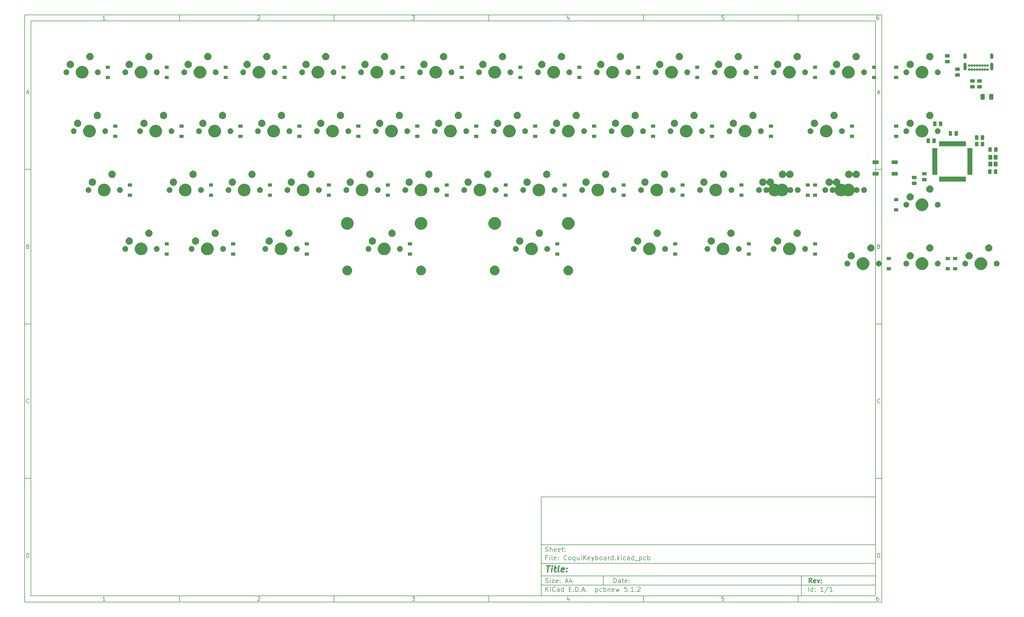
<source format=gbr>
%TF.GenerationSoftware,KiCad,Pcbnew,5.1.2*%
%TF.CreationDate,2019-06-09T19:24:23-04:00*%
%TF.ProjectId,CoquiKeyboard,436f7175-694b-4657-9962-6f6172642e6b,rev?*%
%TF.SameCoordinates,Original*%
%TF.FileFunction,Soldermask,Bot*%
%TF.FilePolarity,Negative*%
%FSLAX46Y46*%
G04 Gerber Fmt 4.6, Leading zero omitted, Abs format (unit mm)*
G04 Created by KiCad (PCBNEW 5.1.2) date 2019-06-09 19:24:23*
%MOMM*%
%LPD*%
G04 APERTURE LIST*
%ADD10C,0.100000*%
%ADD11C,0.150000*%
%ADD12C,0.300000*%
%ADD13C,0.400000*%
G04 APERTURE END LIST*
D10*
D11*
X177002200Y-166007200D02*
X177002200Y-198007200D01*
X285002200Y-198007200D01*
X285002200Y-166007200D01*
X177002200Y-166007200D01*
D10*
D11*
X10000000Y-10000000D02*
X10000000Y-200007200D01*
X287002200Y-200007200D01*
X287002200Y-10000000D01*
X10000000Y-10000000D01*
D10*
D11*
X12000000Y-12000000D02*
X12000000Y-198007200D01*
X285002200Y-198007200D01*
X285002200Y-12000000D01*
X12000000Y-12000000D01*
D10*
D11*
X60000000Y-12000000D02*
X60000000Y-10000000D01*
D10*
D11*
X110000000Y-12000000D02*
X110000000Y-10000000D01*
D10*
D11*
X160000000Y-12000000D02*
X160000000Y-10000000D01*
D10*
D11*
X210000000Y-12000000D02*
X210000000Y-10000000D01*
D10*
D11*
X260000000Y-12000000D02*
X260000000Y-10000000D01*
D10*
D11*
X36065476Y-11588095D02*
X35322619Y-11588095D01*
X35694047Y-11588095D02*
X35694047Y-10288095D01*
X35570238Y-10473809D01*
X35446428Y-10597619D01*
X35322619Y-10659523D01*
D10*
D11*
X85322619Y-10411904D02*
X85384523Y-10350000D01*
X85508333Y-10288095D01*
X85817857Y-10288095D01*
X85941666Y-10350000D01*
X86003571Y-10411904D01*
X86065476Y-10535714D01*
X86065476Y-10659523D01*
X86003571Y-10845238D01*
X85260714Y-11588095D01*
X86065476Y-11588095D01*
D10*
D11*
X135260714Y-10288095D02*
X136065476Y-10288095D01*
X135632142Y-10783333D01*
X135817857Y-10783333D01*
X135941666Y-10845238D01*
X136003571Y-10907142D01*
X136065476Y-11030952D01*
X136065476Y-11340476D01*
X136003571Y-11464285D01*
X135941666Y-11526190D01*
X135817857Y-11588095D01*
X135446428Y-11588095D01*
X135322619Y-11526190D01*
X135260714Y-11464285D01*
D10*
D11*
X185941666Y-10721428D02*
X185941666Y-11588095D01*
X185632142Y-10226190D02*
X185322619Y-11154761D01*
X186127380Y-11154761D01*
D10*
D11*
X236003571Y-10288095D02*
X235384523Y-10288095D01*
X235322619Y-10907142D01*
X235384523Y-10845238D01*
X235508333Y-10783333D01*
X235817857Y-10783333D01*
X235941666Y-10845238D01*
X236003571Y-10907142D01*
X236065476Y-11030952D01*
X236065476Y-11340476D01*
X236003571Y-11464285D01*
X235941666Y-11526190D01*
X235817857Y-11588095D01*
X235508333Y-11588095D01*
X235384523Y-11526190D01*
X235322619Y-11464285D01*
D10*
D11*
X285941666Y-10288095D02*
X285694047Y-10288095D01*
X285570238Y-10350000D01*
X285508333Y-10411904D01*
X285384523Y-10597619D01*
X285322619Y-10845238D01*
X285322619Y-11340476D01*
X285384523Y-11464285D01*
X285446428Y-11526190D01*
X285570238Y-11588095D01*
X285817857Y-11588095D01*
X285941666Y-11526190D01*
X286003571Y-11464285D01*
X286065476Y-11340476D01*
X286065476Y-11030952D01*
X286003571Y-10907142D01*
X285941666Y-10845238D01*
X285817857Y-10783333D01*
X285570238Y-10783333D01*
X285446428Y-10845238D01*
X285384523Y-10907142D01*
X285322619Y-11030952D01*
D10*
D11*
X60000000Y-198007200D02*
X60000000Y-200007200D01*
D10*
D11*
X110000000Y-198007200D02*
X110000000Y-200007200D01*
D10*
D11*
X160000000Y-198007200D02*
X160000000Y-200007200D01*
D10*
D11*
X210000000Y-198007200D02*
X210000000Y-200007200D01*
D10*
D11*
X260000000Y-198007200D02*
X260000000Y-200007200D01*
D10*
D11*
X36065476Y-199595295D02*
X35322619Y-199595295D01*
X35694047Y-199595295D02*
X35694047Y-198295295D01*
X35570238Y-198481009D01*
X35446428Y-198604819D01*
X35322619Y-198666723D01*
D10*
D11*
X85322619Y-198419104D02*
X85384523Y-198357200D01*
X85508333Y-198295295D01*
X85817857Y-198295295D01*
X85941666Y-198357200D01*
X86003571Y-198419104D01*
X86065476Y-198542914D01*
X86065476Y-198666723D01*
X86003571Y-198852438D01*
X85260714Y-199595295D01*
X86065476Y-199595295D01*
D10*
D11*
X135260714Y-198295295D02*
X136065476Y-198295295D01*
X135632142Y-198790533D01*
X135817857Y-198790533D01*
X135941666Y-198852438D01*
X136003571Y-198914342D01*
X136065476Y-199038152D01*
X136065476Y-199347676D01*
X136003571Y-199471485D01*
X135941666Y-199533390D01*
X135817857Y-199595295D01*
X135446428Y-199595295D01*
X135322619Y-199533390D01*
X135260714Y-199471485D01*
D10*
D11*
X185941666Y-198728628D02*
X185941666Y-199595295D01*
X185632142Y-198233390D02*
X185322619Y-199161961D01*
X186127380Y-199161961D01*
D10*
D11*
X236003571Y-198295295D02*
X235384523Y-198295295D01*
X235322619Y-198914342D01*
X235384523Y-198852438D01*
X235508333Y-198790533D01*
X235817857Y-198790533D01*
X235941666Y-198852438D01*
X236003571Y-198914342D01*
X236065476Y-199038152D01*
X236065476Y-199347676D01*
X236003571Y-199471485D01*
X235941666Y-199533390D01*
X235817857Y-199595295D01*
X235508333Y-199595295D01*
X235384523Y-199533390D01*
X235322619Y-199471485D01*
D10*
D11*
X285941666Y-198295295D02*
X285694047Y-198295295D01*
X285570238Y-198357200D01*
X285508333Y-198419104D01*
X285384523Y-198604819D01*
X285322619Y-198852438D01*
X285322619Y-199347676D01*
X285384523Y-199471485D01*
X285446428Y-199533390D01*
X285570238Y-199595295D01*
X285817857Y-199595295D01*
X285941666Y-199533390D01*
X286003571Y-199471485D01*
X286065476Y-199347676D01*
X286065476Y-199038152D01*
X286003571Y-198914342D01*
X285941666Y-198852438D01*
X285817857Y-198790533D01*
X285570238Y-198790533D01*
X285446428Y-198852438D01*
X285384523Y-198914342D01*
X285322619Y-199038152D01*
D10*
D11*
X10000000Y-60000000D02*
X12000000Y-60000000D01*
D10*
D11*
X10000000Y-110000000D02*
X12000000Y-110000000D01*
D10*
D11*
X10000000Y-160000000D02*
X12000000Y-160000000D01*
D10*
D11*
X10690476Y-35216666D02*
X11309523Y-35216666D01*
X10566666Y-35588095D02*
X11000000Y-34288095D01*
X11433333Y-35588095D01*
D10*
D11*
X11092857Y-84907142D02*
X11278571Y-84969047D01*
X11340476Y-85030952D01*
X11402380Y-85154761D01*
X11402380Y-85340476D01*
X11340476Y-85464285D01*
X11278571Y-85526190D01*
X11154761Y-85588095D01*
X10659523Y-85588095D01*
X10659523Y-84288095D01*
X11092857Y-84288095D01*
X11216666Y-84350000D01*
X11278571Y-84411904D01*
X11340476Y-84535714D01*
X11340476Y-84659523D01*
X11278571Y-84783333D01*
X11216666Y-84845238D01*
X11092857Y-84907142D01*
X10659523Y-84907142D01*
D10*
D11*
X11402380Y-135464285D02*
X11340476Y-135526190D01*
X11154761Y-135588095D01*
X11030952Y-135588095D01*
X10845238Y-135526190D01*
X10721428Y-135402380D01*
X10659523Y-135278571D01*
X10597619Y-135030952D01*
X10597619Y-134845238D01*
X10659523Y-134597619D01*
X10721428Y-134473809D01*
X10845238Y-134350000D01*
X11030952Y-134288095D01*
X11154761Y-134288095D01*
X11340476Y-134350000D01*
X11402380Y-134411904D01*
D10*
D11*
X10659523Y-185588095D02*
X10659523Y-184288095D01*
X10969047Y-184288095D01*
X11154761Y-184350000D01*
X11278571Y-184473809D01*
X11340476Y-184597619D01*
X11402380Y-184845238D01*
X11402380Y-185030952D01*
X11340476Y-185278571D01*
X11278571Y-185402380D01*
X11154761Y-185526190D01*
X10969047Y-185588095D01*
X10659523Y-185588095D01*
D10*
D11*
X287002200Y-60000000D02*
X285002200Y-60000000D01*
D10*
D11*
X287002200Y-110000000D02*
X285002200Y-110000000D01*
D10*
D11*
X287002200Y-160000000D02*
X285002200Y-160000000D01*
D10*
D11*
X285692676Y-35216666D02*
X286311723Y-35216666D01*
X285568866Y-35588095D02*
X286002200Y-34288095D01*
X286435533Y-35588095D01*
D10*
D11*
X286095057Y-84907142D02*
X286280771Y-84969047D01*
X286342676Y-85030952D01*
X286404580Y-85154761D01*
X286404580Y-85340476D01*
X286342676Y-85464285D01*
X286280771Y-85526190D01*
X286156961Y-85588095D01*
X285661723Y-85588095D01*
X285661723Y-84288095D01*
X286095057Y-84288095D01*
X286218866Y-84350000D01*
X286280771Y-84411904D01*
X286342676Y-84535714D01*
X286342676Y-84659523D01*
X286280771Y-84783333D01*
X286218866Y-84845238D01*
X286095057Y-84907142D01*
X285661723Y-84907142D01*
D10*
D11*
X286404580Y-135464285D02*
X286342676Y-135526190D01*
X286156961Y-135588095D01*
X286033152Y-135588095D01*
X285847438Y-135526190D01*
X285723628Y-135402380D01*
X285661723Y-135278571D01*
X285599819Y-135030952D01*
X285599819Y-134845238D01*
X285661723Y-134597619D01*
X285723628Y-134473809D01*
X285847438Y-134350000D01*
X286033152Y-134288095D01*
X286156961Y-134288095D01*
X286342676Y-134350000D01*
X286404580Y-134411904D01*
D10*
D11*
X285661723Y-185588095D02*
X285661723Y-184288095D01*
X285971247Y-184288095D01*
X286156961Y-184350000D01*
X286280771Y-184473809D01*
X286342676Y-184597619D01*
X286404580Y-184845238D01*
X286404580Y-185030952D01*
X286342676Y-185278571D01*
X286280771Y-185402380D01*
X286156961Y-185526190D01*
X285971247Y-185588095D01*
X285661723Y-185588095D01*
D10*
D11*
X200434342Y-193785771D02*
X200434342Y-192285771D01*
X200791485Y-192285771D01*
X201005771Y-192357200D01*
X201148628Y-192500057D01*
X201220057Y-192642914D01*
X201291485Y-192928628D01*
X201291485Y-193142914D01*
X201220057Y-193428628D01*
X201148628Y-193571485D01*
X201005771Y-193714342D01*
X200791485Y-193785771D01*
X200434342Y-193785771D01*
X202577200Y-193785771D02*
X202577200Y-193000057D01*
X202505771Y-192857200D01*
X202362914Y-192785771D01*
X202077200Y-192785771D01*
X201934342Y-192857200D01*
X202577200Y-193714342D02*
X202434342Y-193785771D01*
X202077200Y-193785771D01*
X201934342Y-193714342D01*
X201862914Y-193571485D01*
X201862914Y-193428628D01*
X201934342Y-193285771D01*
X202077200Y-193214342D01*
X202434342Y-193214342D01*
X202577200Y-193142914D01*
X203077200Y-192785771D02*
X203648628Y-192785771D01*
X203291485Y-192285771D02*
X203291485Y-193571485D01*
X203362914Y-193714342D01*
X203505771Y-193785771D01*
X203648628Y-193785771D01*
X204720057Y-193714342D02*
X204577200Y-193785771D01*
X204291485Y-193785771D01*
X204148628Y-193714342D01*
X204077200Y-193571485D01*
X204077200Y-193000057D01*
X204148628Y-192857200D01*
X204291485Y-192785771D01*
X204577200Y-192785771D01*
X204720057Y-192857200D01*
X204791485Y-193000057D01*
X204791485Y-193142914D01*
X204077200Y-193285771D01*
X205434342Y-193642914D02*
X205505771Y-193714342D01*
X205434342Y-193785771D01*
X205362914Y-193714342D01*
X205434342Y-193642914D01*
X205434342Y-193785771D01*
X205434342Y-192857200D02*
X205505771Y-192928628D01*
X205434342Y-193000057D01*
X205362914Y-192928628D01*
X205434342Y-192857200D01*
X205434342Y-193000057D01*
D10*
D11*
X177002200Y-194507200D02*
X285002200Y-194507200D01*
D10*
D11*
X178434342Y-196585771D02*
X178434342Y-195085771D01*
X179291485Y-196585771D02*
X178648628Y-195728628D01*
X179291485Y-195085771D02*
X178434342Y-195942914D01*
X179934342Y-196585771D02*
X179934342Y-195585771D01*
X179934342Y-195085771D02*
X179862914Y-195157200D01*
X179934342Y-195228628D01*
X180005771Y-195157200D01*
X179934342Y-195085771D01*
X179934342Y-195228628D01*
X181505771Y-196442914D02*
X181434342Y-196514342D01*
X181220057Y-196585771D01*
X181077200Y-196585771D01*
X180862914Y-196514342D01*
X180720057Y-196371485D01*
X180648628Y-196228628D01*
X180577200Y-195942914D01*
X180577200Y-195728628D01*
X180648628Y-195442914D01*
X180720057Y-195300057D01*
X180862914Y-195157200D01*
X181077200Y-195085771D01*
X181220057Y-195085771D01*
X181434342Y-195157200D01*
X181505771Y-195228628D01*
X182791485Y-196585771D02*
X182791485Y-195800057D01*
X182720057Y-195657200D01*
X182577200Y-195585771D01*
X182291485Y-195585771D01*
X182148628Y-195657200D01*
X182791485Y-196514342D02*
X182648628Y-196585771D01*
X182291485Y-196585771D01*
X182148628Y-196514342D01*
X182077200Y-196371485D01*
X182077200Y-196228628D01*
X182148628Y-196085771D01*
X182291485Y-196014342D01*
X182648628Y-196014342D01*
X182791485Y-195942914D01*
X184148628Y-196585771D02*
X184148628Y-195085771D01*
X184148628Y-196514342D02*
X184005771Y-196585771D01*
X183720057Y-196585771D01*
X183577200Y-196514342D01*
X183505771Y-196442914D01*
X183434342Y-196300057D01*
X183434342Y-195871485D01*
X183505771Y-195728628D01*
X183577200Y-195657200D01*
X183720057Y-195585771D01*
X184005771Y-195585771D01*
X184148628Y-195657200D01*
X186005771Y-195800057D02*
X186505771Y-195800057D01*
X186720057Y-196585771D02*
X186005771Y-196585771D01*
X186005771Y-195085771D01*
X186720057Y-195085771D01*
X187362914Y-196442914D02*
X187434342Y-196514342D01*
X187362914Y-196585771D01*
X187291485Y-196514342D01*
X187362914Y-196442914D01*
X187362914Y-196585771D01*
X188077200Y-196585771D02*
X188077200Y-195085771D01*
X188434342Y-195085771D01*
X188648628Y-195157200D01*
X188791485Y-195300057D01*
X188862914Y-195442914D01*
X188934342Y-195728628D01*
X188934342Y-195942914D01*
X188862914Y-196228628D01*
X188791485Y-196371485D01*
X188648628Y-196514342D01*
X188434342Y-196585771D01*
X188077200Y-196585771D01*
X189577200Y-196442914D02*
X189648628Y-196514342D01*
X189577200Y-196585771D01*
X189505771Y-196514342D01*
X189577200Y-196442914D01*
X189577200Y-196585771D01*
X190220057Y-196157200D02*
X190934342Y-196157200D01*
X190077200Y-196585771D02*
X190577200Y-195085771D01*
X191077200Y-196585771D01*
X191577200Y-196442914D02*
X191648628Y-196514342D01*
X191577200Y-196585771D01*
X191505771Y-196514342D01*
X191577200Y-196442914D01*
X191577200Y-196585771D01*
X194577200Y-195585771D02*
X194577200Y-197085771D01*
X194577200Y-195657200D02*
X194720057Y-195585771D01*
X195005771Y-195585771D01*
X195148628Y-195657200D01*
X195220057Y-195728628D01*
X195291485Y-195871485D01*
X195291485Y-196300057D01*
X195220057Y-196442914D01*
X195148628Y-196514342D01*
X195005771Y-196585771D01*
X194720057Y-196585771D01*
X194577200Y-196514342D01*
X196577200Y-196514342D02*
X196434342Y-196585771D01*
X196148628Y-196585771D01*
X196005771Y-196514342D01*
X195934342Y-196442914D01*
X195862914Y-196300057D01*
X195862914Y-195871485D01*
X195934342Y-195728628D01*
X196005771Y-195657200D01*
X196148628Y-195585771D01*
X196434342Y-195585771D01*
X196577200Y-195657200D01*
X197220057Y-196585771D02*
X197220057Y-195085771D01*
X197220057Y-195657200D02*
X197362914Y-195585771D01*
X197648628Y-195585771D01*
X197791485Y-195657200D01*
X197862914Y-195728628D01*
X197934342Y-195871485D01*
X197934342Y-196300057D01*
X197862914Y-196442914D01*
X197791485Y-196514342D01*
X197648628Y-196585771D01*
X197362914Y-196585771D01*
X197220057Y-196514342D01*
X198577200Y-195585771D02*
X198577200Y-196585771D01*
X198577200Y-195728628D02*
X198648628Y-195657200D01*
X198791485Y-195585771D01*
X199005771Y-195585771D01*
X199148628Y-195657200D01*
X199220057Y-195800057D01*
X199220057Y-196585771D01*
X200505771Y-196514342D02*
X200362914Y-196585771D01*
X200077200Y-196585771D01*
X199934342Y-196514342D01*
X199862914Y-196371485D01*
X199862914Y-195800057D01*
X199934342Y-195657200D01*
X200077200Y-195585771D01*
X200362914Y-195585771D01*
X200505771Y-195657200D01*
X200577200Y-195800057D01*
X200577200Y-195942914D01*
X199862914Y-196085771D01*
X201077200Y-195585771D02*
X201362914Y-196585771D01*
X201648628Y-195871485D01*
X201934342Y-196585771D01*
X202220057Y-195585771D01*
X204648628Y-195085771D02*
X203934342Y-195085771D01*
X203862914Y-195800057D01*
X203934342Y-195728628D01*
X204077200Y-195657200D01*
X204434342Y-195657200D01*
X204577200Y-195728628D01*
X204648628Y-195800057D01*
X204720057Y-195942914D01*
X204720057Y-196300057D01*
X204648628Y-196442914D01*
X204577200Y-196514342D01*
X204434342Y-196585771D01*
X204077200Y-196585771D01*
X203934342Y-196514342D01*
X203862914Y-196442914D01*
X205362914Y-196442914D02*
X205434342Y-196514342D01*
X205362914Y-196585771D01*
X205291485Y-196514342D01*
X205362914Y-196442914D01*
X205362914Y-196585771D01*
X206862914Y-196585771D02*
X206005771Y-196585771D01*
X206434342Y-196585771D02*
X206434342Y-195085771D01*
X206291485Y-195300057D01*
X206148628Y-195442914D01*
X206005771Y-195514342D01*
X207505771Y-196442914D02*
X207577200Y-196514342D01*
X207505771Y-196585771D01*
X207434342Y-196514342D01*
X207505771Y-196442914D01*
X207505771Y-196585771D01*
X208148628Y-195228628D02*
X208220057Y-195157200D01*
X208362914Y-195085771D01*
X208720057Y-195085771D01*
X208862914Y-195157200D01*
X208934342Y-195228628D01*
X209005771Y-195371485D01*
X209005771Y-195514342D01*
X208934342Y-195728628D01*
X208077200Y-196585771D01*
X209005771Y-196585771D01*
D10*
D11*
X177002200Y-191507200D02*
X285002200Y-191507200D01*
D10*
D12*
X264411485Y-193785771D02*
X263911485Y-193071485D01*
X263554342Y-193785771D02*
X263554342Y-192285771D01*
X264125771Y-192285771D01*
X264268628Y-192357200D01*
X264340057Y-192428628D01*
X264411485Y-192571485D01*
X264411485Y-192785771D01*
X264340057Y-192928628D01*
X264268628Y-193000057D01*
X264125771Y-193071485D01*
X263554342Y-193071485D01*
X265625771Y-193714342D02*
X265482914Y-193785771D01*
X265197200Y-193785771D01*
X265054342Y-193714342D01*
X264982914Y-193571485D01*
X264982914Y-193000057D01*
X265054342Y-192857200D01*
X265197200Y-192785771D01*
X265482914Y-192785771D01*
X265625771Y-192857200D01*
X265697200Y-193000057D01*
X265697200Y-193142914D01*
X264982914Y-193285771D01*
X266197200Y-192785771D02*
X266554342Y-193785771D01*
X266911485Y-192785771D01*
X267482914Y-193642914D02*
X267554342Y-193714342D01*
X267482914Y-193785771D01*
X267411485Y-193714342D01*
X267482914Y-193642914D01*
X267482914Y-193785771D01*
X267482914Y-192857200D02*
X267554342Y-192928628D01*
X267482914Y-193000057D01*
X267411485Y-192928628D01*
X267482914Y-192857200D01*
X267482914Y-193000057D01*
D10*
D11*
X178362914Y-193714342D02*
X178577200Y-193785771D01*
X178934342Y-193785771D01*
X179077200Y-193714342D01*
X179148628Y-193642914D01*
X179220057Y-193500057D01*
X179220057Y-193357200D01*
X179148628Y-193214342D01*
X179077200Y-193142914D01*
X178934342Y-193071485D01*
X178648628Y-193000057D01*
X178505771Y-192928628D01*
X178434342Y-192857200D01*
X178362914Y-192714342D01*
X178362914Y-192571485D01*
X178434342Y-192428628D01*
X178505771Y-192357200D01*
X178648628Y-192285771D01*
X179005771Y-192285771D01*
X179220057Y-192357200D01*
X179862914Y-193785771D02*
X179862914Y-192785771D01*
X179862914Y-192285771D02*
X179791485Y-192357200D01*
X179862914Y-192428628D01*
X179934342Y-192357200D01*
X179862914Y-192285771D01*
X179862914Y-192428628D01*
X180434342Y-192785771D02*
X181220057Y-192785771D01*
X180434342Y-193785771D01*
X181220057Y-193785771D01*
X182362914Y-193714342D02*
X182220057Y-193785771D01*
X181934342Y-193785771D01*
X181791485Y-193714342D01*
X181720057Y-193571485D01*
X181720057Y-193000057D01*
X181791485Y-192857200D01*
X181934342Y-192785771D01*
X182220057Y-192785771D01*
X182362914Y-192857200D01*
X182434342Y-193000057D01*
X182434342Y-193142914D01*
X181720057Y-193285771D01*
X183077200Y-193642914D02*
X183148628Y-193714342D01*
X183077200Y-193785771D01*
X183005771Y-193714342D01*
X183077200Y-193642914D01*
X183077200Y-193785771D01*
X183077200Y-192857200D02*
X183148628Y-192928628D01*
X183077200Y-193000057D01*
X183005771Y-192928628D01*
X183077200Y-192857200D01*
X183077200Y-193000057D01*
X184862914Y-193357200D02*
X185577200Y-193357200D01*
X184720057Y-193785771D02*
X185220057Y-192285771D01*
X185720057Y-193785771D01*
X186862914Y-192785771D02*
X186862914Y-193785771D01*
X186505771Y-192214342D02*
X186148628Y-193285771D01*
X187077200Y-193285771D01*
D10*
D11*
X263434342Y-196585771D02*
X263434342Y-195085771D01*
X264791485Y-196585771D02*
X264791485Y-195085771D01*
X264791485Y-196514342D02*
X264648628Y-196585771D01*
X264362914Y-196585771D01*
X264220057Y-196514342D01*
X264148628Y-196442914D01*
X264077200Y-196300057D01*
X264077200Y-195871485D01*
X264148628Y-195728628D01*
X264220057Y-195657200D01*
X264362914Y-195585771D01*
X264648628Y-195585771D01*
X264791485Y-195657200D01*
X265505771Y-196442914D02*
X265577200Y-196514342D01*
X265505771Y-196585771D01*
X265434342Y-196514342D01*
X265505771Y-196442914D01*
X265505771Y-196585771D01*
X265505771Y-195657200D02*
X265577200Y-195728628D01*
X265505771Y-195800057D01*
X265434342Y-195728628D01*
X265505771Y-195657200D01*
X265505771Y-195800057D01*
X268148628Y-196585771D02*
X267291485Y-196585771D01*
X267720057Y-196585771D02*
X267720057Y-195085771D01*
X267577200Y-195300057D01*
X267434342Y-195442914D01*
X267291485Y-195514342D01*
X269862914Y-195014342D02*
X268577200Y-196942914D01*
X271148628Y-196585771D02*
X270291485Y-196585771D01*
X270720057Y-196585771D02*
X270720057Y-195085771D01*
X270577200Y-195300057D01*
X270434342Y-195442914D01*
X270291485Y-195514342D01*
D10*
D11*
X177002200Y-187507200D02*
X285002200Y-187507200D01*
D10*
D13*
X178714580Y-188211961D02*
X179857438Y-188211961D01*
X179036009Y-190211961D02*
X179286009Y-188211961D01*
X180274104Y-190211961D02*
X180440771Y-188878628D01*
X180524104Y-188211961D02*
X180416961Y-188307200D01*
X180500295Y-188402438D01*
X180607438Y-188307200D01*
X180524104Y-188211961D01*
X180500295Y-188402438D01*
X181107438Y-188878628D02*
X181869342Y-188878628D01*
X181476485Y-188211961D02*
X181262200Y-189926247D01*
X181333628Y-190116723D01*
X181512200Y-190211961D01*
X181702676Y-190211961D01*
X182655057Y-190211961D02*
X182476485Y-190116723D01*
X182405057Y-189926247D01*
X182619342Y-188211961D01*
X184190771Y-190116723D02*
X183988390Y-190211961D01*
X183607438Y-190211961D01*
X183428866Y-190116723D01*
X183357438Y-189926247D01*
X183452676Y-189164342D01*
X183571723Y-188973866D01*
X183774104Y-188878628D01*
X184155057Y-188878628D01*
X184333628Y-188973866D01*
X184405057Y-189164342D01*
X184381247Y-189354819D01*
X183405057Y-189545295D01*
X185155057Y-190021485D02*
X185238390Y-190116723D01*
X185131247Y-190211961D01*
X185047914Y-190116723D01*
X185155057Y-190021485D01*
X185131247Y-190211961D01*
X185286009Y-188973866D02*
X185369342Y-189069104D01*
X185262200Y-189164342D01*
X185178866Y-189069104D01*
X185286009Y-188973866D01*
X185262200Y-189164342D01*
D10*
D11*
X178934342Y-185600057D02*
X178434342Y-185600057D01*
X178434342Y-186385771D02*
X178434342Y-184885771D01*
X179148628Y-184885771D01*
X179720057Y-186385771D02*
X179720057Y-185385771D01*
X179720057Y-184885771D02*
X179648628Y-184957200D01*
X179720057Y-185028628D01*
X179791485Y-184957200D01*
X179720057Y-184885771D01*
X179720057Y-185028628D01*
X180648628Y-186385771D02*
X180505771Y-186314342D01*
X180434342Y-186171485D01*
X180434342Y-184885771D01*
X181791485Y-186314342D02*
X181648628Y-186385771D01*
X181362914Y-186385771D01*
X181220057Y-186314342D01*
X181148628Y-186171485D01*
X181148628Y-185600057D01*
X181220057Y-185457200D01*
X181362914Y-185385771D01*
X181648628Y-185385771D01*
X181791485Y-185457200D01*
X181862914Y-185600057D01*
X181862914Y-185742914D01*
X181148628Y-185885771D01*
X182505771Y-186242914D02*
X182577200Y-186314342D01*
X182505771Y-186385771D01*
X182434342Y-186314342D01*
X182505771Y-186242914D01*
X182505771Y-186385771D01*
X182505771Y-185457200D02*
X182577200Y-185528628D01*
X182505771Y-185600057D01*
X182434342Y-185528628D01*
X182505771Y-185457200D01*
X182505771Y-185600057D01*
X185220057Y-186242914D02*
X185148628Y-186314342D01*
X184934342Y-186385771D01*
X184791485Y-186385771D01*
X184577200Y-186314342D01*
X184434342Y-186171485D01*
X184362914Y-186028628D01*
X184291485Y-185742914D01*
X184291485Y-185528628D01*
X184362914Y-185242914D01*
X184434342Y-185100057D01*
X184577200Y-184957200D01*
X184791485Y-184885771D01*
X184934342Y-184885771D01*
X185148628Y-184957200D01*
X185220057Y-185028628D01*
X186077200Y-186385771D02*
X185934342Y-186314342D01*
X185862914Y-186242914D01*
X185791485Y-186100057D01*
X185791485Y-185671485D01*
X185862914Y-185528628D01*
X185934342Y-185457200D01*
X186077200Y-185385771D01*
X186291485Y-185385771D01*
X186434342Y-185457200D01*
X186505771Y-185528628D01*
X186577200Y-185671485D01*
X186577200Y-186100057D01*
X186505771Y-186242914D01*
X186434342Y-186314342D01*
X186291485Y-186385771D01*
X186077200Y-186385771D01*
X187862914Y-185385771D02*
X187862914Y-186885771D01*
X187862914Y-186314342D02*
X187720057Y-186385771D01*
X187434342Y-186385771D01*
X187291485Y-186314342D01*
X187220057Y-186242914D01*
X187148628Y-186100057D01*
X187148628Y-185671485D01*
X187220057Y-185528628D01*
X187291485Y-185457200D01*
X187434342Y-185385771D01*
X187720057Y-185385771D01*
X187862914Y-185457200D01*
X189220057Y-185385771D02*
X189220057Y-186385771D01*
X188577200Y-185385771D02*
X188577200Y-186171485D01*
X188648628Y-186314342D01*
X188791485Y-186385771D01*
X189005771Y-186385771D01*
X189148628Y-186314342D01*
X189220057Y-186242914D01*
X189934342Y-186385771D02*
X189934342Y-185385771D01*
X189934342Y-184885771D02*
X189862914Y-184957200D01*
X189934342Y-185028628D01*
X190005771Y-184957200D01*
X189934342Y-184885771D01*
X189934342Y-185028628D01*
X190648628Y-186385771D02*
X190648628Y-184885771D01*
X191505771Y-186385771D02*
X190862914Y-185528628D01*
X191505771Y-184885771D02*
X190648628Y-185742914D01*
X192720057Y-186314342D02*
X192577200Y-186385771D01*
X192291485Y-186385771D01*
X192148628Y-186314342D01*
X192077200Y-186171485D01*
X192077200Y-185600057D01*
X192148628Y-185457200D01*
X192291485Y-185385771D01*
X192577200Y-185385771D01*
X192720057Y-185457200D01*
X192791485Y-185600057D01*
X192791485Y-185742914D01*
X192077200Y-185885771D01*
X193291485Y-185385771D02*
X193648628Y-186385771D01*
X194005771Y-185385771D02*
X193648628Y-186385771D01*
X193505771Y-186742914D01*
X193434342Y-186814342D01*
X193291485Y-186885771D01*
X194577200Y-186385771D02*
X194577200Y-184885771D01*
X194577200Y-185457200D02*
X194720057Y-185385771D01*
X195005771Y-185385771D01*
X195148628Y-185457200D01*
X195220057Y-185528628D01*
X195291485Y-185671485D01*
X195291485Y-186100057D01*
X195220057Y-186242914D01*
X195148628Y-186314342D01*
X195005771Y-186385771D01*
X194720057Y-186385771D01*
X194577200Y-186314342D01*
X196148628Y-186385771D02*
X196005771Y-186314342D01*
X195934342Y-186242914D01*
X195862914Y-186100057D01*
X195862914Y-185671485D01*
X195934342Y-185528628D01*
X196005771Y-185457200D01*
X196148628Y-185385771D01*
X196362914Y-185385771D01*
X196505771Y-185457200D01*
X196577200Y-185528628D01*
X196648628Y-185671485D01*
X196648628Y-186100057D01*
X196577200Y-186242914D01*
X196505771Y-186314342D01*
X196362914Y-186385771D01*
X196148628Y-186385771D01*
X197934342Y-186385771D02*
X197934342Y-185600057D01*
X197862914Y-185457200D01*
X197720057Y-185385771D01*
X197434342Y-185385771D01*
X197291485Y-185457200D01*
X197934342Y-186314342D02*
X197791485Y-186385771D01*
X197434342Y-186385771D01*
X197291485Y-186314342D01*
X197220057Y-186171485D01*
X197220057Y-186028628D01*
X197291485Y-185885771D01*
X197434342Y-185814342D01*
X197791485Y-185814342D01*
X197934342Y-185742914D01*
X198648628Y-186385771D02*
X198648628Y-185385771D01*
X198648628Y-185671485D02*
X198720057Y-185528628D01*
X198791485Y-185457200D01*
X198934342Y-185385771D01*
X199077200Y-185385771D01*
X200220057Y-186385771D02*
X200220057Y-184885771D01*
X200220057Y-186314342D02*
X200077200Y-186385771D01*
X199791485Y-186385771D01*
X199648628Y-186314342D01*
X199577200Y-186242914D01*
X199505771Y-186100057D01*
X199505771Y-185671485D01*
X199577200Y-185528628D01*
X199648628Y-185457200D01*
X199791485Y-185385771D01*
X200077200Y-185385771D01*
X200220057Y-185457200D01*
X200934342Y-186242914D02*
X201005771Y-186314342D01*
X200934342Y-186385771D01*
X200862914Y-186314342D01*
X200934342Y-186242914D01*
X200934342Y-186385771D01*
X201648628Y-186385771D02*
X201648628Y-184885771D01*
X201791485Y-185814342D02*
X202220057Y-186385771D01*
X202220057Y-185385771D02*
X201648628Y-185957200D01*
X202862914Y-186385771D02*
X202862914Y-185385771D01*
X202862914Y-184885771D02*
X202791485Y-184957200D01*
X202862914Y-185028628D01*
X202934342Y-184957200D01*
X202862914Y-184885771D01*
X202862914Y-185028628D01*
X204220057Y-186314342D02*
X204077200Y-186385771D01*
X203791485Y-186385771D01*
X203648628Y-186314342D01*
X203577200Y-186242914D01*
X203505771Y-186100057D01*
X203505771Y-185671485D01*
X203577200Y-185528628D01*
X203648628Y-185457200D01*
X203791485Y-185385771D01*
X204077200Y-185385771D01*
X204220057Y-185457200D01*
X205505771Y-186385771D02*
X205505771Y-185600057D01*
X205434342Y-185457200D01*
X205291485Y-185385771D01*
X205005771Y-185385771D01*
X204862914Y-185457200D01*
X205505771Y-186314342D02*
X205362914Y-186385771D01*
X205005771Y-186385771D01*
X204862914Y-186314342D01*
X204791485Y-186171485D01*
X204791485Y-186028628D01*
X204862914Y-185885771D01*
X205005771Y-185814342D01*
X205362914Y-185814342D01*
X205505771Y-185742914D01*
X206862914Y-186385771D02*
X206862914Y-184885771D01*
X206862914Y-186314342D02*
X206720057Y-186385771D01*
X206434342Y-186385771D01*
X206291485Y-186314342D01*
X206220057Y-186242914D01*
X206148628Y-186100057D01*
X206148628Y-185671485D01*
X206220057Y-185528628D01*
X206291485Y-185457200D01*
X206434342Y-185385771D01*
X206720057Y-185385771D01*
X206862914Y-185457200D01*
X207220057Y-186528628D02*
X208362914Y-186528628D01*
X208720057Y-185385771D02*
X208720057Y-186885771D01*
X208720057Y-185457200D02*
X208862914Y-185385771D01*
X209148628Y-185385771D01*
X209291485Y-185457200D01*
X209362914Y-185528628D01*
X209434342Y-185671485D01*
X209434342Y-186100057D01*
X209362914Y-186242914D01*
X209291485Y-186314342D01*
X209148628Y-186385771D01*
X208862914Y-186385771D01*
X208720057Y-186314342D01*
X210720057Y-186314342D02*
X210577200Y-186385771D01*
X210291485Y-186385771D01*
X210148628Y-186314342D01*
X210077200Y-186242914D01*
X210005771Y-186100057D01*
X210005771Y-185671485D01*
X210077200Y-185528628D01*
X210148628Y-185457200D01*
X210291485Y-185385771D01*
X210577200Y-185385771D01*
X210720057Y-185457200D01*
X211362914Y-186385771D02*
X211362914Y-184885771D01*
X211362914Y-185457200D02*
X211505771Y-185385771D01*
X211791485Y-185385771D01*
X211934342Y-185457200D01*
X212005771Y-185528628D01*
X212077200Y-185671485D01*
X212077200Y-186100057D01*
X212005771Y-186242914D01*
X211934342Y-186314342D01*
X211791485Y-186385771D01*
X211505771Y-186385771D01*
X211362914Y-186314342D01*
D10*
D11*
X177002200Y-181507200D02*
X285002200Y-181507200D01*
D10*
D11*
X178362914Y-183614342D02*
X178577200Y-183685771D01*
X178934342Y-183685771D01*
X179077200Y-183614342D01*
X179148628Y-183542914D01*
X179220057Y-183400057D01*
X179220057Y-183257200D01*
X179148628Y-183114342D01*
X179077200Y-183042914D01*
X178934342Y-182971485D01*
X178648628Y-182900057D01*
X178505771Y-182828628D01*
X178434342Y-182757200D01*
X178362914Y-182614342D01*
X178362914Y-182471485D01*
X178434342Y-182328628D01*
X178505771Y-182257200D01*
X178648628Y-182185771D01*
X179005771Y-182185771D01*
X179220057Y-182257200D01*
X179862914Y-183685771D02*
X179862914Y-182185771D01*
X180505771Y-183685771D02*
X180505771Y-182900057D01*
X180434342Y-182757200D01*
X180291485Y-182685771D01*
X180077200Y-182685771D01*
X179934342Y-182757200D01*
X179862914Y-182828628D01*
X181791485Y-183614342D02*
X181648628Y-183685771D01*
X181362914Y-183685771D01*
X181220057Y-183614342D01*
X181148628Y-183471485D01*
X181148628Y-182900057D01*
X181220057Y-182757200D01*
X181362914Y-182685771D01*
X181648628Y-182685771D01*
X181791485Y-182757200D01*
X181862914Y-182900057D01*
X181862914Y-183042914D01*
X181148628Y-183185771D01*
X183077200Y-183614342D02*
X182934342Y-183685771D01*
X182648628Y-183685771D01*
X182505771Y-183614342D01*
X182434342Y-183471485D01*
X182434342Y-182900057D01*
X182505771Y-182757200D01*
X182648628Y-182685771D01*
X182934342Y-182685771D01*
X183077200Y-182757200D01*
X183148628Y-182900057D01*
X183148628Y-183042914D01*
X182434342Y-183185771D01*
X183577200Y-182685771D02*
X184148628Y-182685771D01*
X183791485Y-182185771D02*
X183791485Y-183471485D01*
X183862914Y-183614342D01*
X184005771Y-183685771D01*
X184148628Y-183685771D01*
X184648628Y-183542914D02*
X184720057Y-183614342D01*
X184648628Y-183685771D01*
X184577200Y-183614342D01*
X184648628Y-183542914D01*
X184648628Y-183685771D01*
X184648628Y-182757200D02*
X184720057Y-182828628D01*
X184648628Y-182900057D01*
X184577200Y-182828628D01*
X184648628Y-182757200D01*
X184648628Y-182900057D01*
D10*
D11*
X197002200Y-191507200D02*
X197002200Y-194507200D01*
D10*
D11*
X261002200Y-191507200D02*
X261002200Y-198007200D01*
D10*
G36*
X114759411Y-91195526D02*
G01*
X114878137Y-91244704D01*
X115046041Y-91314252D01*
X115046042Y-91314253D01*
X115304004Y-91486617D01*
X115523383Y-91705996D01*
X115638553Y-91878361D01*
X115695748Y-91963959D01*
X115814474Y-92250590D01*
X115875000Y-92554875D01*
X115875000Y-92865125D01*
X115814474Y-93169410D01*
X115695748Y-93456041D01*
X115695747Y-93456042D01*
X115523383Y-93714004D01*
X115304004Y-93933383D01*
X115131639Y-94048553D01*
X115046041Y-94105748D01*
X114878137Y-94175296D01*
X114759411Y-94224474D01*
X114607267Y-94254737D01*
X114455125Y-94285000D01*
X114144875Y-94285000D01*
X113992733Y-94254737D01*
X113840589Y-94224474D01*
X113721863Y-94175296D01*
X113553959Y-94105748D01*
X113468361Y-94048553D01*
X113295996Y-93933383D01*
X113076617Y-93714004D01*
X112904253Y-93456042D01*
X112904252Y-93456041D01*
X112785526Y-93169410D01*
X112725000Y-92865125D01*
X112725000Y-92554875D01*
X112785526Y-92250590D01*
X112904252Y-91963959D01*
X112961447Y-91878361D01*
X113076617Y-91705996D01*
X113295996Y-91486617D01*
X113553958Y-91314253D01*
X113553959Y-91314252D01*
X113721863Y-91244704D01*
X113840589Y-91195526D01*
X113992733Y-91165263D01*
X114144875Y-91135000D01*
X114455125Y-91135000D01*
X114759411Y-91195526D01*
X114759411Y-91195526D01*
G37*
G36*
X138571911Y-91195526D02*
G01*
X138690637Y-91244704D01*
X138858541Y-91314252D01*
X138858542Y-91314253D01*
X139116504Y-91486617D01*
X139335883Y-91705996D01*
X139451053Y-91878361D01*
X139508248Y-91963959D01*
X139626974Y-92250590D01*
X139687500Y-92554875D01*
X139687500Y-92865125D01*
X139626974Y-93169410D01*
X139508248Y-93456041D01*
X139508247Y-93456042D01*
X139335883Y-93714004D01*
X139116504Y-93933383D01*
X138944139Y-94048553D01*
X138858541Y-94105748D01*
X138690637Y-94175296D01*
X138571911Y-94224474D01*
X138419767Y-94254737D01*
X138267625Y-94285000D01*
X137957375Y-94285000D01*
X137805233Y-94254737D01*
X137653089Y-94224474D01*
X137534363Y-94175296D01*
X137366459Y-94105748D01*
X137280861Y-94048553D01*
X137108496Y-93933383D01*
X136889117Y-93714004D01*
X136716753Y-93456042D01*
X136716752Y-93456041D01*
X136598026Y-93169410D01*
X136537500Y-92865125D01*
X136537500Y-92554875D01*
X136598026Y-92250590D01*
X136716752Y-91963959D01*
X136773947Y-91878361D01*
X136889117Y-91705996D01*
X137108496Y-91486617D01*
X137366458Y-91314253D01*
X137366459Y-91314252D01*
X137534363Y-91244704D01*
X137653089Y-91195526D01*
X137805233Y-91165263D01*
X137957375Y-91135000D01*
X138267625Y-91135000D01*
X138571911Y-91195526D01*
X138571911Y-91195526D01*
G37*
G36*
X186196911Y-91195526D02*
G01*
X186315637Y-91244704D01*
X186483541Y-91314252D01*
X186483542Y-91314253D01*
X186741504Y-91486617D01*
X186960883Y-91705996D01*
X187076053Y-91878361D01*
X187133248Y-91963959D01*
X187251974Y-92250590D01*
X187312500Y-92554875D01*
X187312500Y-92865125D01*
X187251974Y-93169410D01*
X187133248Y-93456041D01*
X187133247Y-93456042D01*
X186960883Y-93714004D01*
X186741504Y-93933383D01*
X186569139Y-94048553D01*
X186483541Y-94105748D01*
X186315637Y-94175296D01*
X186196911Y-94224474D01*
X186044767Y-94254737D01*
X185892625Y-94285000D01*
X185582375Y-94285000D01*
X185430233Y-94254737D01*
X185278089Y-94224474D01*
X185159363Y-94175296D01*
X184991459Y-94105748D01*
X184905861Y-94048553D01*
X184733496Y-93933383D01*
X184514117Y-93714004D01*
X184341753Y-93456042D01*
X184341752Y-93456041D01*
X184223026Y-93169410D01*
X184162500Y-92865125D01*
X184162500Y-92554875D01*
X184223026Y-92250590D01*
X184341752Y-91963959D01*
X184398947Y-91878361D01*
X184514117Y-91705996D01*
X184733496Y-91486617D01*
X184991458Y-91314253D01*
X184991459Y-91314252D01*
X185159363Y-91244704D01*
X185278089Y-91195526D01*
X185430233Y-91165263D01*
X185582375Y-91135000D01*
X185892625Y-91135000D01*
X186196911Y-91195526D01*
X186196911Y-91195526D01*
G37*
G36*
X162384411Y-91195526D02*
G01*
X162503137Y-91244704D01*
X162671041Y-91314252D01*
X162671042Y-91314253D01*
X162929004Y-91486617D01*
X163148383Y-91705996D01*
X163263553Y-91878361D01*
X163320748Y-91963959D01*
X163439474Y-92250590D01*
X163500000Y-92554875D01*
X163500000Y-92865125D01*
X163439474Y-93169410D01*
X163320748Y-93456041D01*
X163320747Y-93456042D01*
X163148383Y-93714004D01*
X162929004Y-93933383D01*
X162756639Y-94048553D01*
X162671041Y-94105748D01*
X162503137Y-94175296D01*
X162384411Y-94224474D01*
X162232267Y-94254737D01*
X162080125Y-94285000D01*
X161769875Y-94285000D01*
X161617733Y-94254737D01*
X161465589Y-94224474D01*
X161346863Y-94175296D01*
X161178959Y-94105748D01*
X161093361Y-94048553D01*
X160920996Y-93933383D01*
X160701617Y-93714004D01*
X160529253Y-93456042D01*
X160529252Y-93456041D01*
X160410526Y-93169410D01*
X160350000Y-92865125D01*
X160350000Y-92554875D01*
X160410526Y-92250590D01*
X160529252Y-91963959D01*
X160586447Y-91878361D01*
X160701617Y-91705996D01*
X160920996Y-91486617D01*
X161178958Y-91314253D01*
X161178959Y-91314252D01*
X161346863Y-91244704D01*
X161465589Y-91195526D01*
X161617733Y-91165263D01*
X161769875Y-91135000D01*
X162080125Y-91135000D01*
X162384411Y-91195526D01*
X162384411Y-91195526D01*
G37*
G36*
X289972875Y-92638500D02*
G01*
X288670875Y-92638500D01*
X288670875Y-91636500D01*
X289972875Y-91636500D01*
X289972875Y-92638500D01*
X289972875Y-92638500D01*
G37*
G36*
X311404125Y-92638500D02*
G01*
X310102125Y-92638500D01*
X310102125Y-91636500D01*
X311404125Y-91636500D01*
X311404125Y-92638500D01*
X311404125Y-92638500D01*
G37*
G36*
X309022875Y-92638500D02*
G01*
X307720875Y-92638500D01*
X307720875Y-91636500D01*
X309022875Y-91636500D01*
X309022875Y-92638500D01*
X309022875Y-92638500D01*
G37*
G36*
X281583974Y-88521184D02*
G01*
X281801974Y-88611483D01*
X281956123Y-88675333D01*
X282291048Y-88899123D01*
X282575877Y-89183952D01*
X282799667Y-89518877D01*
X282832062Y-89597086D01*
X282953816Y-89891026D01*
X283032400Y-90286094D01*
X283032400Y-90688906D01*
X282953816Y-91083974D01*
X282902951Y-91206772D01*
X282799667Y-91456123D01*
X282575877Y-91791048D01*
X282291048Y-92075877D01*
X281956123Y-92299667D01*
X281801974Y-92363517D01*
X281583974Y-92453816D01*
X281188906Y-92532400D01*
X280786094Y-92532400D01*
X280391026Y-92453816D01*
X280173026Y-92363517D01*
X280018877Y-92299667D01*
X279683952Y-92075877D01*
X279399123Y-91791048D01*
X279175333Y-91456123D01*
X279072049Y-91206772D01*
X279021184Y-91083974D01*
X278942600Y-90688906D01*
X278942600Y-90286094D01*
X279021184Y-89891026D01*
X279142938Y-89597086D01*
X279175333Y-89518877D01*
X279399123Y-89183952D01*
X279683952Y-88899123D01*
X280018877Y-88675333D01*
X280173026Y-88611483D01*
X280391026Y-88521184D01*
X280786094Y-88442600D01*
X281188906Y-88442600D01*
X281583974Y-88521184D01*
X281583974Y-88521184D01*
G37*
G36*
X300633974Y-88521184D02*
G01*
X300851974Y-88611483D01*
X301006123Y-88675333D01*
X301341048Y-88899123D01*
X301625877Y-89183952D01*
X301849667Y-89518877D01*
X301882062Y-89597086D01*
X302003816Y-89891026D01*
X302082400Y-90286094D01*
X302082400Y-90688906D01*
X302003816Y-91083974D01*
X301952951Y-91206772D01*
X301849667Y-91456123D01*
X301625877Y-91791048D01*
X301341048Y-92075877D01*
X301006123Y-92299667D01*
X300851974Y-92363517D01*
X300633974Y-92453816D01*
X300238906Y-92532400D01*
X299836094Y-92532400D01*
X299441026Y-92453816D01*
X299223026Y-92363517D01*
X299068877Y-92299667D01*
X298733952Y-92075877D01*
X298449123Y-91791048D01*
X298225333Y-91456123D01*
X298122049Y-91206772D01*
X298071184Y-91083974D01*
X297992600Y-90688906D01*
X297992600Y-90286094D01*
X298071184Y-89891026D01*
X298192938Y-89597086D01*
X298225333Y-89518877D01*
X298449123Y-89183952D01*
X298733952Y-88899123D01*
X299068877Y-88675333D01*
X299223026Y-88611483D01*
X299441026Y-88521184D01*
X299836094Y-88442600D01*
X300238906Y-88442600D01*
X300633974Y-88521184D01*
X300633974Y-88521184D01*
G37*
G36*
X319683974Y-88521184D02*
G01*
X319901974Y-88611483D01*
X320056123Y-88675333D01*
X320391048Y-88899123D01*
X320675877Y-89183952D01*
X320899667Y-89518877D01*
X320932062Y-89597086D01*
X321053816Y-89891026D01*
X321132400Y-90286094D01*
X321132400Y-90688906D01*
X321053816Y-91083974D01*
X321002951Y-91206772D01*
X320899667Y-91456123D01*
X320675877Y-91791048D01*
X320391048Y-92075877D01*
X320056123Y-92299667D01*
X319901974Y-92363517D01*
X319683974Y-92453816D01*
X319288906Y-92532400D01*
X318886094Y-92532400D01*
X318491026Y-92453816D01*
X318273026Y-92363517D01*
X318118877Y-92299667D01*
X317783952Y-92075877D01*
X317499123Y-91791048D01*
X317275333Y-91456123D01*
X317172049Y-91206772D01*
X317121184Y-91083974D01*
X317042600Y-90688906D01*
X317042600Y-90286094D01*
X317121184Y-89891026D01*
X317242938Y-89597086D01*
X317275333Y-89518877D01*
X317499123Y-89183952D01*
X317783952Y-88899123D01*
X318118877Y-88675333D01*
X318273026Y-88611483D01*
X318491026Y-88521184D01*
X318886094Y-88442600D01*
X319288906Y-88442600D01*
X319683974Y-88521184D01*
X319683974Y-88521184D01*
G37*
G36*
X305387604Y-89597085D02*
G01*
X305556126Y-89666889D01*
X305707791Y-89768228D01*
X305836772Y-89897209D01*
X305938111Y-90048874D01*
X306007915Y-90217396D01*
X306043500Y-90396297D01*
X306043500Y-90578703D01*
X306007915Y-90757604D01*
X305938111Y-90926126D01*
X305836772Y-91077791D01*
X305707791Y-91206772D01*
X305556126Y-91308111D01*
X305387604Y-91377915D01*
X305208703Y-91413500D01*
X305026297Y-91413500D01*
X304847396Y-91377915D01*
X304678874Y-91308111D01*
X304527209Y-91206772D01*
X304398228Y-91077791D01*
X304296889Y-90926126D01*
X304227085Y-90757604D01*
X304191500Y-90578703D01*
X304191500Y-90396297D01*
X304227085Y-90217396D01*
X304296889Y-90048874D01*
X304398228Y-89897209D01*
X304527209Y-89768228D01*
X304678874Y-89666889D01*
X304847396Y-89597085D01*
X305026297Y-89561500D01*
X305208703Y-89561500D01*
X305387604Y-89597085D01*
X305387604Y-89597085D01*
G37*
G36*
X276177604Y-89597085D02*
G01*
X276346126Y-89666889D01*
X276497791Y-89768228D01*
X276626772Y-89897209D01*
X276728111Y-90048874D01*
X276797915Y-90217396D01*
X276833500Y-90396297D01*
X276833500Y-90578703D01*
X276797915Y-90757604D01*
X276728111Y-90926126D01*
X276626772Y-91077791D01*
X276497791Y-91206772D01*
X276346126Y-91308111D01*
X276177604Y-91377915D01*
X275998703Y-91413500D01*
X275816297Y-91413500D01*
X275637396Y-91377915D01*
X275468874Y-91308111D01*
X275317209Y-91206772D01*
X275188228Y-91077791D01*
X275086889Y-90926126D01*
X275017085Y-90757604D01*
X274981500Y-90578703D01*
X274981500Y-90396297D01*
X275017085Y-90217396D01*
X275086889Y-90048874D01*
X275188228Y-89897209D01*
X275317209Y-89768228D01*
X275468874Y-89666889D01*
X275637396Y-89597085D01*
X275816297Y-89561500D01*
X275998703Y-89561500D01*
X276177604Y-89597085D01*
X276177604Y-89597085D01*
G37*
G36*
X324437604Y-89597085D02*
G01*
X324606126Y-89666889D01*
X324757791Y-89768228D01*
X324886772Y-89897209D01*
X324988111Y-90048874D01*
X325057915Y-90217396D01*
X325093500Y-90396297D01*
X325093500Y-90578703D01*
X325057915Y-90757604D01*
X324988111Y-90926126D01*
X324886772Y-91077791D01*
X324757791Y-91206772D01*
X324606126Y-91308111D01*
X324437604Y-91377915D01*
X324258703Y-91413500D01*
X324076297Y-91413500D01*
X323897396Y-91377915D01*
X323728874Y-91308111D01*
X323577209Y-91206772D01*
X323448228Y-91077791D01*
X323346889Y-90926126D01*
X323277085Y-90757604D01*
X323241500Y-90578703D01*
X323241500Y-90396297D01*
X323277085Y-90217396D01*
X323346889Y-90048874D01*
X323448228Y-89897209D01*
X323577209Y-89768228D01*
X323728874Y-89666889D01*
X323897396Y-89597085D01*
X324076297Y-89561500D01*
X324258703Y-89561500D01*
X324437604Y-89597085D01*
X324437604Y-89597085D01*
G37*
G36*
X314277604Y-89597085D02*
G01*
X314446126Y-89666889D01*
X314597791Y-89768228D01*
X314726772Y-89897209D01*
X314828111Y-90048874D01*
X314897915Y-90217396D01*
X314933500Y-90396297D01*
X314933500Y-90578703D01*
X314897915Y-90757604D01*
X314828111Y-90926126D01*
X314726772Y-91077791D01*
X314597791Y-91206772D01*
X314446126Y-91308111D01*
X314277604Y-91377915D01*
X314098703Y-91413500D01*
X313916297Y-91413500D01*
X313737396Y-91377915D01*
X313568874Y-91308111D01*
X313417209Y-91206772D01*
X313288228Y-91077791D01*
X313186889Y-90926126D01*
X313117085Y-90757604D01*
X313081500Y-90578703D01*
X313081500Y-90396297D01*
X313117085Y-90217396D01*
X313186889Y-90048874D01*
X313288228Y-89897209D01*
X313417209Y-89768228D01*
X313568874Y-89666889D01*
X313737396Y-89597085D01*
X313916297Y-89561500D01*
X314098703Y-89561500D01*
X314277604Y-89597085D01*
X314277604Y-89597085D01*
G37*
G36*
X286337604Y-89597085D02*
G01*
X286506126Y-89666889D01*
X286657791Y-89768228D01*
X286786772Y-89897209D01*
X286888111Y-90048874D01*
X286957915Y-90217396D01*
X286993500Y-90396297D01*
X286993500Y-90578703D01*
X286957915Y-90757604D01*
X286888111Y-90926126D01*
X286786772Y-91077791D01*
X286657791Y-91206772D01*
X286506126Y-91308111D01*
X286337604Y-91377915D01*
X286158703Y-91413500D01*
X285976297Y-91413500D01*
X285797396Y-91377915D01*
X285628874Y-91308111D01*
X285477209Y-91206772D01*
X285348228Y-91077791D01*
X285246889Y-90926126D01*
X285177085Y-90757604D01*
X285141500Y-90578703D01*
X285141500Y-90396297D01*
X285177085Y-90217396D01*
X285246889Y-90048874D01*
X285348228Y-89897209D01*
X285477209Y-89768228D01*
X285628874Y-89666889D01*
X285797396Y-89597085D01*
X285976297Y-89561500D01*
X286158703Y-89561500D01*
X286337604Y-89597085D01*
X286337604Y-89597085D01*
G37*
G36*
X295227604Y-89597085D02*
G01*
X295396126Y-89666889D01*
X295547791Y-89768228D01*
X295676772Y-89897209D01*
X295778111Y-90048874D01*
X295847915Y-90217396D01*
X295883500Y-90396297D01*
X295883500Y-90578703D01*
X295847915Y-90757604D01*
X295778111Y-90926126D01*
X295676772Y-91077791D01*
X295547791Y-91206772D01*
X295396126Y-91308111D01*
X295227604Y-91377915D01*
X295048703Y-91413500D01*
X294866297Y-91413500D01*
X294687396Y-91377915D01*
X294518874Y-91308111D01*
X294367209Y-91206772D01*
X294238228Y-91077791D01*
X294136889Y-90926126D01*
X294067085Y-90757604D01*
X294031500Y-90578703D01*
X294031500Y-90396297D01*
X294067085Y-90217396D01*
X294136889Y-90048874D01*
X294238228Y-89897209D01*
X294367209Y-89768228D01*
X294518874Y-89666889D01*
X294687396Y-89597085D01*
X294866297Y-89561500D01*
X295048703Y-89561500D01*
X295227604Y-89597085D01*
X295227604Y-89597085D01*
G37*
G36*
X309022875Y-89338500D02*
G01*
X307720875Y-89338500D01*
X307720875Y-88336500D01*
X309022875Y-88336500D01*
X309022875Y-89338500D01*
X309022875Y-89338500D01*
G37*
G36*
X311404125Y-89338500D02*
G01*
X310102125Y-89338500D01*
X310102125Y-88336500D01*
X311404125Y-88336500D01*
X311404125Y-89338500D01*
X311404125Y-89338500D01*
G37*
G36*
X289972875Y-89338500D02*
G01*
X288670875Y-89338500D01*
X288670875Y-88336500D01*
X289972875Y-88336500D01*
X289972875Y-89338500D01*
X289972875Y-89338500D01*
G37*
G36*
X315469060Y-86786564D02*
G01*
X315620527Y-86816693D01*
X315834545Y-86905342D01*
X315834546Y-86905343D01*
X316027154Y-87034039D01*
X316190961Y-87197846D01*
X316268156Y-87313377D01*
X316319658Y-87390455D01*
X316408307Y-87604473D01*
X316453500Y-87831674D01*
X316453500Y-88063326D01*
X316408307Y-88290527D01*
X316319658Y-88504545D01*
X316319657Y-88504546D01*
X316190961Y-88697154D01*
X316027154Y-88860961D01*
X315970040Y-88899123D01*
X315834545Y-88989658D01*
X315620527Y-89078307D01*
X315469060Y-89108436D01*
X315393327Y-89123500D01*
X315161673Y-89123500D01*
X315085940Y-89108436D01*
X314934473Y-89078307D01*
X314720455Y-88989658D01*
X314584960Y-88899123D01*
X314527846Y-88860961D01*
X314364039Y-88697154D01*
X314235343Y-88504546D01*
X314235342Y-88504545D01*
X314146693Y-88290527D01*
X314101500Y-88063326D01*
X314101500Y-87831674D01*
X314146693Y-87604473D01*
X314235342Y-87390455D01*
X314286844Y-87313377D01*
X314364039Y-87197846D01*
X314527846Y-87034039D01*
X314720454Y-86905343D01*
X314720455Y-86905342D01*
X314934473Y-86816693D01*
X315085940Y-86786564D01*
X315161673Y-86771500D01*
X315393327Y-86771500D01*
X315469060Y-86786564D01*
X315469060Y-86786564D01*
G37*
G36*
X296419060Y-86786564D02*
G01*
X296570527Y-86816693D01*
X296784545Y-86905342D01*
X296784546Y-86905343D01*
X296977154Y-87034039D01*
X297140961Y-87197846D01*
X297218156Y-87313377D01*
X297269658Y-87390455D01*
X297358307Y-87604473D01*
X297403500Y-87831674D01*
X297403500Y-88063326D01*
X297358307Y-88290527D01*
X297269658Y-88504545D01*
X297269657Y-88504546D01*
X297140961Y-88697154D01*
X296977154Y-88860961D01*
X296920040Y-88899123D01*
X296784545Y-88989658D01*
X296570527Y-89078307D01*
X296419060Y-89108436D01*
X296343327Y-89123500D01*
X296111673Y-89123500D01*
X296035940Y-89108436D01*
X295884473Y-89078307D01*
X295670455Y-88989658D01*
X295534960Y-88899123D01*
X295477846Y-88860961D01*
X295314039Y-88697154D01*
X295185343Y-88504546D01*
X295185342Y-88504545D01*
X295096693Y-88290527D01*
X295051500Y-88063326D01*
X295051500Y-87831674D01*
X295096693Y-87604473D01*
X295185342Y-87390455D01*
X295236844Y-87313377D01*
X295314039Y-87197846D01*
X295477846Y-87034039D01*
X295670454Y-86905343D01*
X295670455Y-86905342D01*
X295884473Y-86816693D01*
X296035940Y-86786564D01*
X296111673Y-86771500D01*
X296343327Y-86771500D01*
X296419060Y-86786564D01*
X296419060Y-86786564D01*
G37*
G36*
X277369060Y-86786564D02*
G01*
X277520527Y-86816693D01*
X277734545Y-86905342D01*
X277734546Y-86905343D01*
X277927154Y-87034039D01*
X278090961Y-87197846D01*
X278168156Y-87313377D01*
X278219658Y-87390455D01*
X278308307Y-87604473D01*
X278353500Y-87831674D01*
X278353500Y-88063326D01*
X278308307Y-88290527D01*
X278219658Y-88504545D01*
X278219657Y-88504546D01*
X278090961Y-88697154D01*
X277927154Y-88860961D01*
X277870040Y-88899123D01*
X277734545Y-88989658D01*
X277520527Y-89078307D01*
X277369060Y-89108436D01*
X277293327Y-89123500D01*
X277061673Y-89123500D01*
X276985940Y-89108436D01*
X276834473Y-89078307D01*
X276620455Y-88989658D01*
X276484960Y-88899123D01*
X276427846Y-88860961D01*
X276264039Y-88697154D01*
X276135343Y-88504546D01*
X276135342Y-88504545D01*
X276046693Y-88290527D01*
X276001500Y-88063326D01*
X276001500Y-87831674D01*
X276046693Y-87604473D01*
X276135342Y-87390455D01*
X276186844Y-87313377D01*
X276264039Y-87197846D01*
X276427846Y-87034039D01*
X276620454Y-86905343D01*
X276620455Y-86905342D01*
X276834473Y-86816693D01*
X276985940Y-86786564D01*
X277061673Y-86771500D01*
X277293327Y-86771500D01*
X277369060Y-86786564D01*
X277369060Y-86786564D01*
G37*
G36*
X78041625Y-87876000D02*
G01*
X76739625Y-87876000D01*
X76739625Y-86874000D01*
X78041625Y-86874000D01*
X78041625Y-87876000D01*
X78041625Y-87876000D01*
G37*
G36*
X266160375Y-87876000D02*
G01*
X264858375Y-87876000D01*
X264858375Y-86874000D01*
X266160375Y-86874000D01*
X266160375Y-87876000D01*
X266160375Y-87876000D01*
G37*
G36*
X244729125Y-87876000D02*
G01*
X243427125Y-87876000D01*
X243427125Y-86874000D01*
X244729125Y-86874000D01*
X244729125Y-87876000D01*
X244729125Y-87876000D01*
G37*
G36*
X220916625Y-87876000D02*
G01*
X219614625Y-87876000D01*
X219614625Y-86874000D01*
X220916625Y-86874000D01*
X220916625Y-87876000D01*
X220916625Y-87876000D01*
G37*
G36*
X182816625Y-87876000D02*
G01*
X181514625Y-87876000D01*
X181514625Y-86874000D01*
X182816625Y-86874000D01*
X182816625Y-87876000D01*
X182816625Y-87876000D01*
G37*
G36*
X135191625Y-87876000D02*
G01*
X133889625Y-87876000D01*
X133889625Y-86874000D01*
X135191625Y-86874000D01*
X135191625Y-87876000D01*
X135191625Y-87876000D01*
G37*
G36*
X101854125Y-87876000D02*
G01*
X100552125Y-87876000D01*
X100552125Y-86874000D01*
X101854125Y-86874000D01*
X101854125Y-87876000D01*
X101854125Y-87876000D01*
G37*
G36*
X56610375Y-87876000D02*
G01*
X55308375Y-87876000D01*
X55308375Y-86874000D01*
X56610375Y-86874000D01*
X56610375Y-87876000D01*
X56610375Y-87876000D01*
G37*
G36*
X126802724Y-83758684D02*
G01*
X127020724Y-83848983D01*
X127174873Y-83912833D01*
X127509798Y-84136623D01*
X127794627Y-84421452D01*
X128018417Y-84756377D01*
X128050812Y-84834586D01*
X128172566Y-85128526D01*
X128251150Y-85523594D01*
X128251150Y-85926406D01*
X128172566Y-86321474D01*
X128121701Y-86444272D01*
X128018417Y-86693623D01*
X127794627Y-87028548D01*
X127509798Y-87313377D01*
X127174873Y-87537167D01*
X127020724Y-87601017D01*
X126802724Y-87691316D01*
X126407656Y-87769900D01*
X126004844Y-87769900D01*
X125609776Y-87691316D01*
X125391776Y-87601017D01*
X125237627Y-87537167D01*
X124902702Y-87313377D01*
X124617873Y-87028548D01*
X124394083Y-86693623D01*
X124290799Y-86444272D01*
X124239934Y-86321474D01*
X124161350Y-85926406D01*
X124161350Y-85523594D01*
X124239934Y-85128526D01*
X124361688Y-84834586D01*
X124394083Y-84756377D01*
X124617873Y-84421452D01*
X124902702Y-84136623D01*
X125237627Y-83912833D01*
X125391776Y-83848983D01*
X125609776Y-83758684D01*
X126004844Y-83680100D01*
X126407656Y-83680100D01*
X126802724Y-83758684D01*
X126802724Y-83758684D01*
G37*
G36*
X236340224Y-83758684D02*
G01*
X236558224Y-83848983D01*
X236712373Y-83912833D01*
X237047298Y-84136623D01*
X237332127Y-84421452D01*
X237555917Y-84756377D01*
X237588312Y-84834586D01*
X237710066Y-85128526D01*
X237788650Y-85523594D01*
X237788650Y-85926406D01*
X237710066Y-86321474D01*
X237659201Y-86444272D01*
X237555917Y-86693623D01*
X237332127Y-87028548D01*
X237047298Y-87313377D01*
X236712373Y-87537167D01*
X236558224Y-87601017D01*
X236340224Y-87691316D01*
X235945156Y-87769900D01*
X235542344Y-87769900D01*
X235147276Y-87691316D01*
X234929276Y-87601017D01*
X234775127Y-87537167D01*
X234440202Y-87313377D01*
X234155373Y-87028548D01*
X233931583Y-86693623D01*
X233828299Y-86444272D01*
X233777434Y-86321474D01*
X233698850Y-85926406D01*
X233698850Y-85523594D01*
X233777434Y-85128526D01*
X233899188Y-84834586D01*
X233931583Y-84756377D01*
X234155373Y-84421452D01*
X234440202Y-84136623D01*
X234775127Y-83912833D01*
X234929276Y-83848983D01*
X235147276Y-83758684D01*
X235542344Y-83680100D01*
X235945156Y-83680100D01*
X236340224Y-83758684D01*
X236340224Y-83758684D01*
G37*
G36*
X174427724Y-83758684D02*
G01*
X174645724Y-83848983D01*
X174799873Y-83912833D01*
X175134798Y-84136623D01*
X175419627Y-84421452D01*
X175643417Y-84756377D01*
X175675812Y-84834586D01*
X175797566Y-85128526D01*
X175876150Y-85523594D01*
X175876150Y-85926406D01*
X175797566Y-86321474D01*
X175746701Y-86444272D01*
X175643417Y-86693623D01*
X175419627Y-87028548D01*
X175134798Y-87313377D01*
X174799873Y-87537167D01*
X174645724Y-87601017D01*
X174427724Y-87691316D01*
X174032656Y-87769900D01*
X173629844Y-87769900D01*
X173234776Y-87691316D01*
X173016776Y-87601017D01*
X172862627Y-87537167D01*
X172527702Y-87313377D01*
X172242873Y-87028548D01*
X172019083Y-86693623D01*
X171915799Y-86444272D01*
X171864934Y-86321474D01*
X171786350Y-85926406D01*
X171786350Y-85523594D01*
X171864934Y-85128526D01*
X171986688Y-84834586D01*
X172019083Y-84756377D01*
X172242873Y-84421452D01*
X172527702Y-84136623D01*
X172862627Y-83912833D01*
X173016776Y-83848983D01*
X173234776Y-83758684D01*
X173629844Y-83680100D01*
X174032656Y-83680100D01*
X174427724Y-83758684D01*
X174427724Y-83758684D01*
G37*
G36*
X212527724Y-83758684D02*
G01*
X212745724Y-83848983D01*
X212899873Y-83912833D01*
X213234798Y-84136623D01*
X213519627Y-84421452D01*
X213743417Y-84756377D01*
X213775812Y-84834586D01*
X213897566Y-85128526D01*
X213976150Y-85523594D01*
X213976150Y-85926406D01*
X213897566Y-86321474D01*
X213846701Y-86444272D01*
X213743417Y-86693623D01*
X213519627Y-87028548D01*
X213234798Y-87313377D01*
X212899873Y-87537167D01*
X212745724Y-87601017D01*
X212527724Y-87691316D01*
X212132656Y-87769900D01*
X211729844Y-87769900D01*
X211334776Y-87691316D01*
X211116776Y-87601017D01*
X210962627Y-87537167D01*
X210627702Y-87313377D01*
X210342873Y-87028548D01*
X210119083Y-86693623D01*
X210015799Y-86444272D01*
X209964934Y-86321474D01*
X209886350Y-85926406D01*
X209886350Y-85523594D01*
X209964934Y-85128526D01*
X210086688Y-84834586D01*
X210119083Y-84756377D01*
X210342873Y-84421452D01*
X210627702Y-84136623D01*
X210962627Y-83912833D01*
X211116776Y-83848983D01*
X211334776Y-83758684D01*
X211729844Y-83680100D01*
X212132656Y-83680100D01*
X212527724Y-83758684D01*
X212527724Y-83758684D01*
G37*
G36*
X93465224Y-83758684D02*
G01*
X93683224Y-83848983D01*
X93837373Y-83912833D01*
X94172298Y-84136623D01*
X94457127Y-84421452D01*
X94680917Y-84756377D01*
X94713312Y-84834586D01*
X94835066Y-85128526D01*
X94913650Y-85523594D01*
X94913650Y-85926406D01*
X94835066Y-86321474D01*
X94784201Y-86444272D01*
X94680917Y-86693623D01*
X94457127Y-87028548D01*
X94172298Y-87313377D01*
X93837373Y-87537167D01*
X93683224Y-87601017D01*
X93465224Y-87691316D01*
X93070156Y-87769900D01*
X92667344Y-87769900D01*
X92272276Y-87691316D01*
X92054276Y-87601017D01*
X91900127Y-87537167D01*
X91565202Y-87313377D01*
X91280373Y-87028548D01*
X91056583Y-86693623D01*
X90953299Y-86444272D01*
X90902434Y-86321474D01*
X90823850Y-85926406D01*
X90823850Y-85523594D01*
X90902434Y-85128526D01*
X91024188Y-84834586D01*
X91056583Y-84756377D01*
X91280373Y-84421452D01*
X91565202Y-84136623D01*
X91900127Y-83912833D01*
X92054276Y-83848983D01*
X92272276Y-83758684D01*
X92667344Y-83680100D01*
X93070156Y-83680100D01*
X93465224Y-83758684D01*
X93465224Y-83758684D01*
G37*
G36*
X69652724Y-83758684D02*
G01*
X69870724Y-83848983D01*
X70024873Y-83912833D01*
X70359798Y-84136623D01*
X70644627Y-84421452D01*
X70868417Y-84756377D01*
X70900812Y-84834586D01*
X71022566Y-85128526D01*
X71101150Y-85523594D01*
X71101150Y-85926406D01*
X71022566Y-86321474D01*
X70971701Y-86444272D01*
X70868417Y-86693623D01*
X70644627Y-87028548D01*
X70359798Y-87313377D01*
X70024873Y-87537167D01*
X69870724Y-87601017D01*
X69652724Y-87691316D01*
X69257656Y-87769900D01*
X68854844Y-87769900D01*
X68459776Y-87691316D01*
X68241776Y-87601017D01*
X68087627Y-87537167D01*
X67752702Y-87313377D01*
X67467873Y-87028548D01*
X67244083Y-86693623D01*
X67140799Y-86444272D01*
X67089934Y-86321474D01*
X67011350Y-85926406D01*
X67011350Y-85523594D01*
X67089934Y-85128526D01*
X67211688Y-84834586D01*
X67244083Y-84756377D01*
X67467873Y-84421452D01*
X67752702Y-84136623D01*
X68087627Y-83912833D01*
X68241776Y-83848983D01*
X68459776Y-83758684D01*
X68854844Y-83680100D01*
X69257656Y-83680100D01*
X69652724Y-83758684D01*
X69652724Y-83758684D01*
G37*
G36*
X48221474Y-83758684D02*
G01*
X48439474Y-83848983D01*
X48593623Y-83912833D01*
X48928548Y-84136623D01*
X49213377Y-84421452D01*
X49437167Y-84756377D01*
X49469562Y-84834586D01*
X49591316Y-85128526D01*
X49669900Y-85523594D01*
X49669900Y-85926406D01*
X49591316Y-86321474D01*
X49540451Y-86444272D01*
X49437167Y-86693623D01*
X49213377Y-87028548D01*
X48928548Y-87313377D01*
X48593623Y-87537167D01*
X48439474Y-87601017D01*
X48221474Y-87691316D01*
X47826406Y-87769900D01*
X47423594Y-87769900D01*
X47028526Y-87691316D01*
X46810526Y-87601017D01*
X46656377Y-87537167D01*
X46321452Y-87313377D01*
X46036623Y-87028548D01*
X45812833Y-86693623D01*
X45709549Y-86444272D01*
X45658684Y-86321474D01*
X45580100Y-85926406D01*
X45580100Y-85523594D01*
X45658684Y-85128526D01*
X45780438Y-84834586D01*
X45812833Y-84756377D01*
X46036623Y-84421452D01*
X46321452Y-84136623D01*
X46656377Y-83912833D01*
X46810526Y-83848983D01*
X47028526Y-83758684D01*
X47423594Y-83680100D01*
X47826406Y-83680100D01*
X48221474Y-83758684D01*
X48221474Y-83758684D01*
G37*
G36*
X257771474Y-83758684D02*
G01*
X257989474Y-83848983D01*
X258143623Y-83912833D01*
X258478548Y-84136623D01*
X258763377Y-84421452D01*
X258987167Y-84756377D01*
X259019562Y-84834586D01*
X259141316Y-85128526D01*
X259219900Y-85523594D01*
X259219900Y-85926406D01*
X259141316Y-86321474D01*
X259090451Y-86444272D01*
X258987167Y-86693623D01*
X258763377Y-87028548D01*
X258478548Y-87313377D01*
X258143623Y-87537167D01*
X257989474Y-87601017D01*
X257771474Y-87691316D01*
X257376406Y-87769900D01*
X256973594Y-87769900D01*
X256578526Y-87691316D01*
X256360526Y-87601017D01*
X256206377Y-87537167D01*
X255871452Y-87313377D01*
X255586623Y-87028548D01*
X255362833Y-86693623D01*
X255259549Y-86444272D01*
X255208684Y-86321474D01*
X255130100Y-85926406D01*
X255130100Y-85523594D01*
X255208684Y-85128526D01*
X255330438Y-84834586D01*
X255362833Y-84756377D01*
X255586623Y-84421452D01*
X255871452Y-84136623D01*
X256206377Y-83912833D01*
X256360526Y-83848983D01*
X256578526Y-83758684D01*
X256973594Y-83680100D01*
X257376406Y-83680100D01*
X257771474Y-83758684D01*
X257771474Y-83758684D01*
G37*
G36*
X98218854Y-84834585D02*
G01*
X98387376Y-84904389D01*
X98539041Y-85005728D01*
X98668022Y-85134709D01*
X98769361Y-85286374D01*
X98839165Y-85454896D01*
X98874750Y-85633797D01*
X98874750Y-85816203D01*
X98839165Y-85995104D01*
X98769361Y-86163626D01*
X98668022Y-86315291D01*
X98539041Y-86444272D01*
X98387376Y-86545611D01*
X98218854Y-86615415D01*
X98039953Y-86651000D01*
X97857547Y-86651000D01*
X97678646Y-86615415D01*
X97510124Y-86545611D01*
X97358459Y-86444272D01*
X97229478Y-86315291D01*
X97128139Y-86163626D01*
X97058335Y-85995104D01*
X97022750Y-85816203D01*
X97022750Y-85633797D01*
X97058335Y-85454896D01*
X97128139Y-85286374D01*
X97229478Y-85134709D01*
X97358459Y-85005728D01*
X97510124Y-84904389D01*
X97678646Y-84834585D01*
X97857547Y-84799000D01*
X98039953Y-84799000D01*
X98218854Y-84834585D01*
X98218854Y-84834585D01*
G37*
G36*
X179181354Y-84834585D02*
G01*
X179349876Y-84904389D01*
X179501541Y-85005728D01*
X179630522Y-85134709D01*
X179731861Y-85286374D01*
X179801665Y-85454896D01*
X179837250Y-85633797D01*
X179837250Y-85816203D01*
X179801665Y-85995104D01*
X179731861Y-86163626D01*
X179630522Y-86315291D01*
X179501541Y-86444272D01*
X179349876Y-86545611D01*
X179181354Y-86615415D01*
X179002453Y-86651000D01*
X178820047Y-86651000D01*
X178641146Y-86615415D01*
X178472624Y-86545611D01*
X178320959Y-86444272D01*
X178191978Y-86315291D01*
X178090639Y-86163626D01*
X178020835Y-85995104D01*
X177985250Y-85816203D01*
X177985250Y-85633797D01*
X178020835Y-85454896D01*
X178090639Y-85286374D01*
X178191978Y-85134709D01*
X178320959Y-85005728D01*
X178472624Y-84904389D01*
X178641146Y-84834585D01*
X178820047Y-84799000D01*
X179002453Y-84799000D01*
X179181354Y-84834585D01*
X179181354Y-84834585D01*
G37*
G36*
X42815104Y-84834585D02*
G01*
X42983626Y-84904389D01*
X43135291Y-85005728D01*
X43264272Y-85134709D01*
X43365611Y-85286374D01*
X43435415Y-85454896D01*
X43471000Y-85633797D01*
X43471000Y-85816203D01*
X43435415Y-85995104D01*
X43365611Y-86163626D01*
X43264272Y-86315291D01*
X43135291Y-86444272D01*
X42983626Y-86545611D01*
X42815104Y-86615415D01*
X42636203Y-86651000D01*
X42453797Y-86651000D01*
X42274896Y-86615415D01*
X42106374Y-86545611D01*
X41954709Y-86444272D01*
X41825728Y-86315291D01*
X41724389Y-86163626D01*
X41654585Y-85995104D01*
X41619000Y-85816203D01*
X41619000Y-85633797D01*
X41654585Y-85454896D01*
X41724389Y-85286374D01*
X41825728Y-85134709D01*
X41954709Y-85005728D01*
X42106374Y-84904389D01*
X42274896Y-84834585D01*
X42453797Y-84799000D01*
X42636203Y-84799000D01*
X42815104Y-84834585D01*
X42815104Y-84834585D01*
G37*
G36*
X52975104Y-84834585D02*
G01*
X53143626Y-84904389D01*
X53295291Y-85005728D01*
X53424272Y-85134709D01*
X53525611Y-85286374D01*
X53595415Y-85454896D01*
X53631000Y-85633797D01*
X53631000Y-85816203D01*
X53595415Y-85995104D01*
X53525611Y-86163626D01*
X53424272Y-86315291D01*
X53295291Y-86444272D01*
X53143626Y-86545611D01*
X52975104Y-86615415D01*
X52796203Y-86651000D01*
X52613797Y-86651000D01*
X52434896Y-86615415D01*
X52266374Y-86545611D01*
X52114709Y-86444272D01*
X51985728Y-86315291D01*
X51884389Y-86163626D01*
X51814585Y-85995104D01*
X51779000Y-85816203D01*
X51779000Y-85633797D01*
X51814585Y-85454896D01*
X51884389Y-85286374D01*
X51985728Y-85134709D01*
X52114709Y-85005728D01*
X52266374Y-84904389D01*
X52434896Y-84834585D01*
X52613797Y-84799000D01*
X52796203Y-84799000D01*
X52975104Y-84834585D01*
X52975104Y-84834585D01*
G37*
G36*
X64246354Y-84834585D02*
G01*
X64414876Y-84904389D01*
X64566541Y-85005728D01*
X64695522Y-85134709D01*
X64796861Y-85286374D01*
X64866665Y-85454896D01*
X64902250Y-85633797D01*
X64902250Y-85816203D01*
X64866665Y-85995104D01*
X64796861Y-86163626D01*
X64695522Y-86315291D01*
X64566541Y-86444272D01*
X64414876Y-86545611D01*
X64246354Y-86615415D01*
X64067453Y-86651000D01*
X63885047Y-86651000D01*
X63706146Y-86615415D01*
X63537624Y-86545611D01*
X63385959Y-86444272D01*
X63256978Y-86315291D01*
X63155639Y-86163626D01*
X63085835Y-85995104D01*
X63050250Y-85816203D01*
X63050250Y-85633797D01*
X63085835Y-85454896D01*
X63155639Y-85286374D01*
X63256978Y-85134709D01*
X63385959Y-85005728D01*
X63537624Y-84904389D01*
X63706146Y-84834585D01*
X63885047Y-84799000D01*
X64067453Y-84799000D01*
X64246354Y-84834585D01*
X64246354Y-84834585D01*
G37*
G36*
X74406354Y-84834585D02*
G01*
X74574876Y-84904389D01*
X74726541Y-85005728D01*
X74855522Y-85134709D01*
X74956861Y-85286374D01*
X75026665Y-85454896D01*
X75062250Y-85633797D01*
X75062250Y-85816203D01*
X75026665Y-85995104D01*
X74956861Y-86163626D01*
X74855522Y-86315291D01*
X74726541Y-86444272D01*
X74574876Y-86545611D01*
X74406354Y-86615415D01*
X74227453Y-86651000D01*
X74045047Y-86651000D01*
X73866146Y-86615415D01*
X73697624Y-86545611D01*
X73545959Y-86444272D01*
X73416978Y-86315291D01*
X73315639Y-86163626D01*
X73245835Y-85995104D01*
X73210250Y-85816203D01*
X73210250Y-85633797D01*
X73245835Y-85454896D01*
X73315639Y-85286374D01*
X73416978Y-85134709D01*
X73545959Y-85005728D01*
X73697624Y-84904389D01*
X73866146Y-84834585D01*
X74045047Y-84799000D01*
X74227453Y-84799000D01*
X74406354Y-84834585D01*
X74406354Y-84834585D01*
G37*
G36*
X88058854Y-84834585D02*
G01*
X88227376Y-84904389D01*
X88379041Y-85005728D01*
X88508022Y-85134709D01*
X88609361Y-85286374D01*
X88679165Y-85454896D01*
X88714750Y-85633797D01*
X88714750Y-85816203D01*
X88679165Y-85995104D01*
X88609361Y-86163626D01*
X88508022Y-86315291D01*
X88379041Y-86444272D01*
X88227376Y-86545611D01*
X88058854Y-86615415D01*
X87879953Y-86651000D01*
X87697547Y-86651000D01*
X87518646Y-86615415D01*
X87350124Y-86545611D01*
X87198459Y-86444272D01*
X87069478Y-86315291D01*
X86968139Y-86163626D01*
X86898335Y-85995104D01*
X86862750Y-85816203D01*
X86862750Y-85633797D01*
X86898335Y-85454896D01*
X86968139Y-85286374D01*
X87069478Y-85134709D01*
X87198459Y-85005728D01*
X87350124Y-84904389D01*
X87518646Y-84834585D01*
X87697547Y-84799000D01*
X87879953Y-84799000D01*
X88058854Y-84834585D01*
X88058854Y-84834585D01*
G37*
G36*
X207121354Y-84834585D02*
G01*
X207289876Y-84904389D01*
X207441541Y-85005728D01*
X207570522Y-85134709D01*
X207671861Y-85286374D01*
X207741665Y-85454896D01*
X207777250Y-85633797D01*
X207777250Y-85816203D01*
X207741665Y-85995104D01*
X207671861Y-86163626D01*
X207570522Y-86315291D01*
X207441541Y-86444272D01*
X207289876Y-86545611D01*
X207121354Y-86615415D01*
X206942453Y-86651000D01*
X206760047Y-86651000D01*
X206581146Y-86615415D01*
X206412624Y-86545611D01*
X206260959Y-86444272D01*
X206131978Y-86315291D01*
X206030639Y-86163626D01*
X205960835Y-85995104D01*
X205925250Y-85816203D01*
X205925250Y-85633797D01*
X205960835Y-85454896D01*
X206030639Y-85286374D01*
X206131978Y-85134709D01*
X206260959Y-85005728D01*
X206412624Y-84904389D01*
X206581146Y-84834585D01*
X206760047Y-84799000D01*
X206942453Y-84799000D01*
X207121354Y-84834585D01*
X207121354Y-84834585D01*
G37*
G36*
X217281354Y-84834585D02*
G01*
X217449876Y-84904389D01*
X217601541Y-85005728D01*
X217730522Y-85134709D01*
X217831861Y-85286374D01*
X217901665Y-85454896D01*
X217937250Y-85633797D01*
X217937250Y-85816203D01*
X217901665Y-85995104D01*
X217831861Y-86163626D01*
X217730522Y-86315291D01*
X217601541Y-86444272D01*
X217449876Y-86545611D01*
X217281354Y-86615415D01*
X217102453Y-86651000D01*
X216920047Y-86651000D01*
X216741146Y-86615415D01*
X216572624Y-86545611D01*
X216420959Y-86444272D01*
X216291978Y-86315291D01*
X216190639Y-86163626D01*
X216120835Y-85995104D01*
X216085250Y-85816203D01*
X216085250Y-85633797D01*
X216120835Y-85454896D01*
X216190639Y-85286374D01*
X216291978Y-85134709D01*
X216420959Y-85005728D01*
X216572624Y-84904389D01*
X216741146Y-84834585D01*
X216920047Y-84799000D01*
X217102453Y-84799000D01*
X217281354Y-84834585D01*
X217281354Y-84834585D01*
G37*
G36*
X230933854Y-84834585D02*
G01*
X231102376Y-84904389D01*
X231254041Y-85005728D01*
X231383022Y-85134709D01*
X231484361Y-85286374D01*
X231554165Y-85454896D01*
X231589750Y-85633797D01*
X231589750Y-85816203D01*
X231554165Y-85995104D01*
X231484361Y-86163626D01*
X231383022Y-86315291D01*
X231254041Y-86444272D01*
X231102376Y-86545611D01*
X230933854Y-86615415D01*
X230754953Y-86651000D01*
X230572547Y-86651000D01*
X230393646Y-86615415D01*
X230225124Y-86545611D01*
X230073459Y-86444272D01*
X229944478Y-86315291D01*
X229843139Y-86163626D01*
X229773335Y-85995104D01*
X229737750Y-85816203D01*
X229737750Y-85633797D01*
X229773335Y-85454896D01*
X229843139Y-85286374D01*
X229944478Y-85134709D01*
X230073459Y-85005728D01*
X230225124Y-84904389D01*
X230393646Y-84834585D01*
X230572547Y-84799000D01*
X230754953Y-84799000D01*
X230933854Y-84834585D01*
X230933854Y-84834585D01*
G37*
G36*
X241093854Y-84834585D02*
G01*
X241262376Y-84904389D01*
X241414041Y-85005728D01*
X241543022Y-85134709D01*
X241644361Y-85286374D01*
X241714165Y-85454896D01*
X241749750Y-85633797D01*
X241749750Y-85816203D01*
X241714165Y-85995104D01*
X241644361Y-86163626D01*
X241543022Y-86315291D01*
X241414041Y-86444272D01*
X241262376Y-86545611D01*
X241093854Y-86615415D01*
X240914953Y-86651000D01*
X240732547Y-86651000D01*
X240553646Y-86615415D01*
X240385124Y-86545611D01*
X240233459Y-86444272D01*
X240104478Y-86315291D01*
X240003139Y-86163626D01*
X239933335Y-85995104D01*
X239897750Y-85816203D01*
X239897750Y-85633797D01*
X239933335Y-85454896D01*
X240003139Y-85286374D01*
X240104478Y-85134709D01*
X240233459Y-85005728D01*
X240385124Y-84904389D01*
X240553646Y-84834585D01*
X240732547Y-84799000D01*
X240914953Y-84799000D01*
X241093854Y-84834585D01*
X241093854Y-84834585D01*
G37*
G36*
X252365104Y-84834585D02*
G01*
X252533626Y-84904389D01*
X252685291Y-85005728D01*
X252814272Y-85134709D01*
X252915611Y-85286374D01*
X252985415Y-85454896D01*
X253021000Y-85633797D01*
X253021000Y-85816203D01*
X252985415Y-85995104D01*
X252915611Y-86163626D01*
X252814272Y-86315291D01*
X252685291Y-86444272D01*
X252533626Y-86545611D01*
X252365104Y-86615415D01*
X252186203Y-86651000D01*
X252003797Y-86651000D01*
X251824896Y-86615415D01*
X251656374Y-86545611D01*
X251504709Y-86444272D01*
X251375728Y-86315291D01*
X251274389Y-86163626D01*
X251204585Y-85995104D01*
X251169000Y-85816203D01*
X251169000Y-85633797D01*
X251204585Y-85454896D01*
X251274389Y-85286374D01*
X251375728Y-85134709D01*
X251504709Y-85005728D01*
X251656374Y-84904389D01*
X251824896Y-84834585D01*
X252003797Y-84799000D01*
X252186203Y-84799000D01*
X252365104Y-84834585D01*
X252365104Y-84834585D01*
G37*
G36*
X262525104Y-84834585D02*
G01*
X262693626Y-84904389D01*
X262845291Y-85005728D01*
X262974272Y-85134709D01*
X263075611Y-85286374D01*
X263145415Y-85454896D01*
X263181000Y-85633797D01*
X263181000Y-85816203D01*
X263145415Y-85995104D01*
X263075611Y-86163626D01*
X262974272Y-86315291D01*
X262845291Y-86444272D01*
X262693626Y-86545611D01*
X262525104Y-86615415D01*
X262346203Y-86651000D01*
X262163797Y-86651000D01*
X261984896Y-86615415D01*
X261816374Y-86545611D01*
X261664709Y-86444272D01*
X261535728Y-86315291D01*
X261434389Y-86163626D01*
X261364585Y-85995104D01*
X261329000Y-85816203D01*
X261329000Y-85633797D01*
X261364585Y-85454896D01*
X261434389Y-85286374D01*
X261535728Y-85134709D01*
X261664709Y-85005728D01*
X261816374Y-84904389D01*
X261984896Y-84834585D01*
X262163797Y-84799000D01*
X262346203Y-84799000D01*
X262525104Y-84834585D01*
X262525104Y-84834585D01*
G37*
G36*
X131556354Y-84834585D02*
G01*
X131724876Y-84904389D01*
X131876541Y-85005728D01*
X132005522Y-85134709D01*
X132106861Y-85286374D01*
X132176665Y-85454896D01*
X132212250Y-85633797D01*
X132212250Y-85816203D01*
X132176665Y-85995104D01*
X132106861Y-86163626D01*
X132005522Y-86315291D01*
X131876541Y-86444272D01*
X131724876Y-86545611D01*
X131556354Y-86615415D01*
X131377453Y-86651000D01*
X131195047Y-86651000D01*
X131016146Y-86615415D01*
X130847624Y-86545611D01*
X130695959Y-86444272D01*
X130566978Y-86315291D01*
X130465639Y-86163626D01*
X130395835Y-85995104D01*
X130360250Y-85816203D01*
X130360250Y-85633797D01*
X130395835Y-85454896D01*
X130465639Y-85286374D01*
X130566978Y-85134709D01*
X130695959Y-85005728D01*
X130847624Y-84904389D01*
X131016146Y-84834585D01*
X131195047Y-84799000D01*
X131377453Y-84799000D01*
X131556354Y-84834585D01*
X131556354Y-84834585D01*
G37*
G36*
X121396354Y-84834585D02*
G01*
X121564876Y-84904389D01*
X121716541Y-85005728D01*
X121845522Y-85134709D01*
X121946861Y-85286374D01*
X122016665Y-85454896D01*
X122052250Y-85633797D01*
X122052250Y-85816203D01*
X122016665Y-85995104D01*
X121946861Y-86163626D01*
X121845522Y-86315291D01*
X121716541Y-86444272D01*
X121564876Y-86545611D01*
X121396354Y-86615415D01*
X121217453Y-86651000D01*
X121035047Y-86651000D01*
X120856146Y-86615415D01*
X120687624Y-86545611D01*
X120535959Y-86444272D01*
X120406978Y-86315291D01*
X120305639Y-86163626D01*
X120235835Y-85995104D01*
X120200250Y-85816203D01*
X120200250Y-85633797D01*
X120235835Y-85454896D01*
X120305639Y-85286374D01*
X120406978Y-85134709D01*
X120535959Y-85005728D01*
X120687624Y-84904389D01*
X120856146Y-84834585D01*
X121035047Y-84799000D01*
X121217453Y-84799000D01*
X121396354Y-84834585D01*
X121396354Y-84834585D01*
G37*
G36*
X169021354Y-84834585D02*
G01*
X169189876Y-84904389D01*
X169341541Y-85005728D01*
X169470522Y-85134709D01*
X169571861Y-85286374D01*
X169641665Y-85454896D01*
X169677250Y-85633797D01*
X169677250Y-85816203D01*
X169641665Y-85995104D01*
X169571861Y-86163626D01*
X169470522Y-86315291D01*
X169341541Y-86444272D01*
X169189876Y-86545611D01*
X169021354Y-86615415D01*
X168842453Y-86651000D01*
X168660047Y-86651000D01*
X168481146Y-86615415D01*
X168312624Y-86545611D01*
X168160959Y-86444272D01*
X168031978Y-86315291D01*
X167930639Y-86163626D01*
X167860835Y-85995104D01*
X167825250Y-85816203D01*
X167825250Y-85633797D01*
X167860835Y-85454896D01*
X167930639Y-85286374D01*
X168031978Y-85134709D01*
X168160959Y-85005728D01*
X168312624Y-84904389D01*
X168481146Y-84834585D01*
X168660047Y-84799000D01*
X168842453Y-84799000D01*
X169021354Y-84834585D01*
X169021354Y-84834585D01*
G37*
G36*
X321819060Y-84246564D02*
G01*
X321970527Y-84276693D01*
X322184545Y-84365342D01*
X322184546Y-84365343D01*
X322377154Y-84494039D01*
X322540961Y-84657846D01*
X322606797Y-84756377D01*
X322669658Y-84850455D01*
X322758307Y-85064473D01*
X322771048Y-85128526D01*
X322803500Y-85291673D01*
X322803500Y-85523327D01*
X322788436Y-85599060D01*
X322758307Y-85750527D01*
X322669658Y-85964545D01*
X322669657Y-85964546D01*
X322540961Y-86157154D01*
X322377154Y-86320961D01*
X322248749Y-86406758D01*
X322184545Y-86449658D01*
X321970527Y-86538307D01*
X321819060Y-86568436D01*
X321743327Y-86583500D01*
X321511673Y-86583500D01*
X321435940Y-86568436D01*
X321284473Y-86538307D01*
X321070455Y-86449658D01*
X321006251Y-86406758D01*
X320877846Y-86320961D01*
X320714039Y-86157154D01*
X320585343Y-85964546D01*
X320585342Y-85964545D01*
X320496693Y-85750527D01*
X320466564Y-85599060D01*
X320451500Y-85523327D01*
X320451500Y-85291673D01*
X320483952Y-85128526D01*
X320496693Y-85064473D01*
X320585342Y-84850455D01*
X320648203Y-84756377D01*
X320714039Y-84657846D01*
X320877846Y-84494039D01*
X321070454Y-84365343D01*
X321070455Y-84365342D01*
X321284473Y-84276693D01*
X321435940Y-84246564D01*
X321511673Y-84231500D01*
X321743327Y-84231500D01*
X321819060Y-84246564D01*
X321819060Y-84246564D01*
G37*
G36*
X302769060Y-84246564D02*
G01*
X302920527Y-84276693D01*
X303134545Y-84365342D01*
X303134546Y-84365343D01*
X303327154Y-84494039D01*
X303490961Y-84657846D01*
X303556797Y-84756377D01*
X303619658Y-84850455D01*
X303708307Y-85064473D01*
X303721048Y-85128526D01*
X303753500Y-85291673D01*
X303753500Y-85523327D01*
X303738436Y-85599060D01*
X303708307Y-85750527D01*
X303619658Y-85964545D01*
X303619657Y-85964546D01*
X303490961Y-86157154D01*
X303327154Y-86320961D01*
X303198749Y-86406758D01*
X303134545Y-86449658D01*
X302920527Y-86538307D01*
X302769060Y-86568436D01*
X302693327Y-86583500D01*
X302461673Y-86583500D01*
X302385940Y-86568436D01*
X302234473Y-86538307D01*
X302020455Y-86449658D01*
X301956251Y-86406758D01*
X301827846Y-86320961D01*
X301664039Y-86157154D01*
X301535343Y-85964546D01*
X301535342Y-85964545D01*
X301446693Y-85750527D01*
X301416564Y-85599060D01*
X301401500Y-85523327D01*
X301401500Y-85291673D01*
X301433952Y-85128526D01*
X301446693Y-85064473D01*
X301535342Y-84850455D01*
X301598203Y-84756377D01*
X301664039Y-84657846D01*
X301827846Y-84494039D01*
X302020454Y-84365343D01*
X302020455Y-84365342D01*
X302234473Y-84276693D01*
X302385940Y-84246564D01*
X302461673Y-84231500D01*
X302693327Y-84231500D01*
X302769060Y-84246564D01*
X302769060Y-84246564D01*
G37*
G36*
X283719060Y-84246564D02*
G01*
X283870527Y-84276693D01*
X284084545Y-84365342D01*
X284084546Y-84365343D01*
X284277154Y-84494039D01*
X284440961Y-84657846D01*
X284506797Y-84756377D01*
X284569658Y-84850455D01*
X284658307Y-85064473D01*
X284671048Y-85128526D01*
X284703500Y-85291673D01*
X284703500Y-85523327D01*
X284688436Y-85599060D01*
X284658307Y-85750527D01*
X284569658Y-85964545D01*
X284569657Y-85964546D01*
X284440961Y-86157154D01*
X284277154Y-86320961D01*
X284148749Y-86406758D01*
X284084545Y-86449658D01*
X283870527Y-86538307D01*
X283719060Y-86568436D01*
X283643327Y-86583500D01*
X283411673Y-86583500D01*
X283335940Y-86568436D01*
X283184473Y-86538307D01*
X282970455Y-86449658D01*
X282906251Y-86406758D01*
X282777846Y-86320961D01*
X282614039Y-86157154D01*
X282485343Y-85964546D01*
X282485342Y-85964545D01*
X282396693Y-85750527D01*
X282366564Y-85599060D01*
X282351500Y-85523327D01*
X282351500Y-85291673D01*
X282383952Y-85128526D01*
X282396693Y-85064473D01*
X282485342Y-84850455D01*
X282548203Y-84756377D01*
X282614039Y-84657846D01*
X282777846Y-84494039D01*
X282970454Y-84365343D01*
X282970455Y-84365342D01*
X283184473Y-84276693D01*
X283335940Y-84246564D01*
X283411673Y-84231500D01*
X283643327Y-84231500D01*
X283719060Y-84246564D01*
X283719060Y-84246564D01*
G37*
G36*
X78041625Y-84576000D02*
G01*
X76739625Y-84576000D01*
X76739625Y-83574000D01*
X78041625Y-83574000D01*
X78041625Y-84576000D01*
X78041625Y-84576000D01*
G37*
G36*
X244729125Y-84576000D02*
G01*
X243427125Y-84576000D01*
X243427125Y-83574000D01*
X244729125Y-83574000D01*
X244729125Y-84576000D01*
X244729125Y-84576000D01*
G37*
G36*
X220916625Y-84576000D02*
G01*
X219614625Y-84576000D01*
X219614625Y-83574000D01*
X220916625Y-83574000D01*
X220916625Y-84576000D01*
X220916625Y-84576000D01*
G37*
G36*
X182816625Y-84576000D02*
G01*
X181514625Y-84576000D01*
X181514625Y-83574000D01*
X182816625Y-83574000D01*
X182816625Y-84576000D01*
X182816625Y-84576000D01*
G37*
G36*
X266160375Y-84576000D02*
G01*
X264858375Y-84576000D01*
X264858375Y-83574000D01*
X266160375Y-83574000D01*
X266160375Y-84576000D01*
X266160375Y-84576000D01*
G37*
G36*
X56610375Y-84576000D02*
G01*
X55308375Y-84576000D01*
X55308375Y-83574000D01*
X56610375Y-83574000D01*
X56610375Y-84576000D01*
X56610375Y-84576000D01*
G37*
G36*
X101854125Y-84576000D02*
G01*
X100552125Y-84576000D01*
X100552125Y-83574000D01*
X101854125Y-83574000D01*
X101854125Y-84576000D01*
X101854125Y-84576000D01*
G37*
G36*
X135191625Y-84576000D02*
G01*
X133889625Y-84576000D01*
X133889625Y-83574000D01*
X135191625Y-83574000D01*
X135191625Y-84576000D01*
X135191625Y-84576000D01*
G37*
G36*
X232125310Y-82024064D02*
G01*
X232276777Y-82054193D01*
X232490795Y-82142842D01*
X232490796Y-82142843D01*
X232683404Y-82271539D01*
X232847211Y-82435346D01*
X232933008Y-82563751D01*
X232975908Y-82627955D01*
X233064557Y-82841973D01*
X233109750Y-83069174D01*
X233109750Y-83300826D01*
X233064557Y-83528027D01*
X232975908Y-83742045D01*
X232975907Y-83742046D01*
X232847211Y-83934654D01*
X232683404Y-84098461D01*
X232626290Y-84136623D01*
X232490795Y-84227158D01*
X232276777Y-84315807D01*
X232125310Y-84345936D01*
X232049577Y-84361000D01*
X231817923Y-84361000D01*
X231742190Y-84345936D01*
X231590723Y-84315807D01*
X231376705Y-84227158D01*
X231241210Y-84136623D01*
X231184096Y-84098461D01*
X231020289Y-83934654D01*
X230891593Y-83742046D01*
X230891592Y-83742045D01*
X230802943Y-83528027D01*
X230757750Y-83300826D01*
X230757750Y-83069174D01*
X230802943Y-82841973D01*
X230891592Y-82627955D01*
X230934492Y-82563751D01*
X231020289Y-82435346D01*
X231184096Y-82271539D01*
X231376704Y-82142843D01*
X231376705Y-82142842D01*
X231590723Y-82054193D01*
X231742190Y-82024064D01*
X231817923Y-82009000D01*
X232049577Y-82009000D01*
X232125310Y-82024064D01*
X232125310Y-82024064D01*
G37*
G36*
X170212810Y-82024064D02*
G01*
X170364277Y-82054193D01*
X170578295Y-82142842D01*
X170578296Y-82142843D01*
X170770904Y-82271539D01*
X170934711Y-82435346D01*
X171020508Y-82563751D01*
X171063408Y-82627955D01*
X171152057Y-82841973D01*
X171197250Y-83069174D01*
X171197250Y-83300826D01*
X171152057Y-83528027D01*
X171063408Y-83742045D01*
X171063407Y-83742046D01*
X170934711Y-83934654D01*
X170770904Y-84098461D01*
X170713790Y-84136623D01*
X170578295Y-84227158D01*
X170364277Y-84315807D01*
X170212810Y-84345936D01*
X170137077Y-84361000D01*
X169905423Y-84361000D01*
X169829690Y-84345936D01*
X169678223Y-84315807D01*
X169464205Y-84227158D01*
X169328710Y-84136623D01*
X169271596Y-84098461D01*
X169107789Y-83934654D01*
X168979093Y-83742046D01*
X168979092Y-83742045D01*
X168890443Y-83528027D01*
X168845250Y-83300826D01*
X168845250Y-83069174D01*
X168890443Y-82841973D01*
X168979092Y-82627955D01*
X169021992Y-82563751D01*
X169107789Y-82435346D01*
X169271596Y-82271539D01*
X169464204Y-82142843D01*
X169464205Y-82142842D01*
X169678223Y-82054193D01*
X169829690Y-82024064D01*
X169905423Y-82009000D01*
X170137077Y-82009000D01*
X170212810Y-82024064D01*
X170212810Y-82024064D01*
G37*
G36*
X122587810Y-82024064D02*
G01*
X122739277Y-82054193D01*
X122953295Y-82142842D01*
X122953296Y-82142843D01*
X123145904Y-82271539D01*
X123309711Y-82435346D01*
X123395508Y-82563751D01*
X123438408Y-82627955D01*
X123527057Y-82841973D01*
X123572250Y-83069174D01*
X123572250Y-83300826D01*
X123527057Y-83528027D01*
X123438408Y-83742045D01*
X123438407Y-83742046D01*
X123309711Y-83934654D01*
X123145904Y-84098461D01*
X123088790Y-84136623D01*
X122953295Y-84227158D01*
X122739277Y-84315807D01*
X122587810Y-84345936D01*
X122512077Y-84361000D01*
X122280423Y-84361000D01*
X122204690Y-84345936D01*
X122053223Y-84315807D01*
X121839205Y-84227158D01*
X121703710Y-84136623D01*
X121646596Y-84098461D01*
X121482789Y-83934654D01*
X121354093Y-83742046D01*
X121354092Y-83742045D01*
X121265443Y-83528027D01*
X121220250Y-83300826D01*
X121220250Y-83069174D01*
X121265443Y-82841973D01*
X121354092Y-82627955D01*
X121396992Y-82563751D01*
X121482789Y-82435346D01*
X121646596Y-82271539D01*
X121839204Y-82142843D01*
X121839205Y-82142842D01*
X122053223Y-82054193D01*
X122204690Y-82024064D01*
X122280423Y-82009000D01*
X122512077Y-82009000D01*
X122587810Y-82024064D01*
X122587810Y-82024064D01*
G37*
G36*
X44006560Y-82024064D02*
G01*
X44158027Y-82054193D01*
X44372045Y-82142842D01*
X44372046Y-82142843D01*
X44564654Y-82271539D01*
X44728461Y-82435346D01*
X44814258Y-82563751D01*
X44857158Y-82627955D01*
X44945807Y-82841973D01*
X44991000Y-83069174D01*
X44991000Y-83300826D01*
X44945807Y-83528027D01*
X44857158Y-83742045D01*
X44857157Y-83742046D01*
X44728461Y-83934654D01*
X44564654Y-84098461D01*
X44507540Y-84136623D01*
X44372045Y-84227158D01*
X44158027Y-84315807D01*
X44006560Y-84345936D01*
X43930827Y-84361000D01*
X43699173Y-84361000D01*
X43623440Y-84345936D01*
X43471973Y-84315807D01*
X43257955Y-84227158D01*
X43122460Y-84136623D01*
X43065346Y-84098461D01*
X42901539Y-83934654D01*
X42772843Y-83742046D01*
X42772842Y-83742045D01*
X42684193Y-83528027D01*
X42639000Y-83300826D01*
X42639000Y-83069174D01*
X42684193Y-82841973D01*
X42772842Y-82627955D01*
X42815742Y-82563751D01*
X42901539Y-82435346D01*
X43065346Y-82271539D01*
X43257954Y-82142843D01*
X43257955Y-82142842D01*
X43471973Y-82054193D01*
X43623440Y-82024064D01*
X43699173Y-82009000D01*
X43930827Y-82009000D01*
X44006560Y-82024064D01*
X44006560Y-82024064D01*
G37*
G36*
X65437810Y-82024064D02*
G01*
X65589277Y-82054193D01*
X65803295Y-82142842D01*
X65803296Y-82142843D01*
X65995904Y-82271539D01*
X66159711Y-82435346D01*
X66245508Y-82563751D01*
X66288408Y-82627955D01*
X66377057Y-82841973D01*
X66422250Y-83069174D01*
X66422250Y-83300826D01*
X66377057Y-83528027D01*
X66288408Y-83742045D01*
X66288407Y-83742046D01*
X66159711Y-83934654D01*
X65995904Y-84098461D01*
X65938790Y-84136623D01*
X65803295Y-84227158D01*
X65589277Y-84315807D01*
X65437810Y-84345936D01*
X65362077Y-84361000D01*
X65130423Y-84361000D01*
X65054690Y-84345936D01*
X64903223Y-84315807D01*
X64689205Y-84227158D01*
X64553710Y-84136623D01*
X64496596Y-84098461D01*
X64332789Y-83934654D01*
X64204093Y-83742046D01*
X64204092Y-83742045D01*
X64115443Y-83528027D01*
X64070250Y-83300826D01*
X64070250Y-83069174D01*
X64115443Y-82841973D01*
X64204092Y-82627955D01*
X64246992Y-82563751D01*
X64332789Y-82435346D01*
X64496596Y-82271539D01*
X64689204Y-82142843D01*
X64689205Y-82142842D01*
X64903223Y-82054193D01*
X65054690Y-82024064D01*
X65130423Y-82009000D01*
X65362077Y-82009000D01*
X65437810Y-82024064D01*
X65437810Y-82024064D01*
G37*
G36*
X89250310Y-82024064D02*
G01*
X89401777Y-82054193D01*
X89615795Y-82142842D01*
X89615796Y-82142843D01*
X89808404Y-82271539D01*
X89972211Y-82435346D01*
X90058008Y-82563751D01*
X90100908Y-82627955D01*
X90189557Y-82841973D01*
X90234750Y-83069174D01*
X90234750Y-83300826D01*
X90189557Y-83528027D01*
X90100908Y-83742045D01*
X90100907Y-83742046D01*
X89972211Y-83934654D01*
X89808404Y-84098461D01*
X89751290Y-84136623D01*
X89615795Y-84227158D01*
X89401777Y-84315807D01*
X89250310Y-84345936D01*
X89174577Y-84361000D01*
X88942923Y-84361000D01*
X88867190Y-84345936D01*
X88715723Y-84315807D01*
X88501705Y-84227158D01*
X88366210Y-84136623D01*
X88309096Y-84098461D01*
X88145289Y-83934654D01*
X88016593Y-83742046D01*
X88016592Y-83742045D01*
X87927943Y-83528027D01*
X87882750Y-83300826D01*
X87882750Y-83069174D01*
X87927943Y-82841973D01*
X88016592Y-82627955D01*
X88059492Y-82563751D01*
X88145289Y-82435346D01*
X88309096Y-82271539D01*
X88501704Y-82142843D01*
X88501705Y-82142842D01*
X88715723Y-82054193D01*
X88867190Y-82024064D01*
X88942923Y-82009000D01*
X89174577Y-82009000D01*
X89250310Y-82024064D01*
X89250310Y-82024064D01*
G37*
G36*
X253556560Y-82024064D02*
G01*
X253708027Y-82054193D01*
X253922045Y-82142842D01*
X253922046Y-82142843D01*
X254114654Y-82271539D01*
X254278461Y-82435346D01*
X254364258Y-82563751D01*
X254407158Y-82627955D01*
X254495807Y-82841973D01*
X254541000Y-83069174D01*
X254541000Y-83300826D01*
X254495807Y-83528027D01*
X254407158Y-83742045D01*
X254407157Y-83742046D01*
X254278461Y-83934654D01*
X254114654Y-84098461D01*
X254057540Y-84136623D01*
X253922045Y-84227158D01*
X253708027Y-84315807D01*
X253556560Y-84345936D01*
X253480827Y-84361000D01*
X253249173Y-84361000D01*
X253173440Y-84345936D01*
X253021973Y-84315807D01*
X252807955Y-84227158D01*
X252672460Y-84136623D01*
X252615346Y-84098461D01*
X252451539Y-83934654D01*
X252322843Y-83742046D01*
X252322842Y-83742045D01*
X252234193Y-83528027D01*
X252189000Y-83300826D01*
X252189000Y-83069174D01*
X252234193Y-82841973D01*
X252322842Y-82627955D01*
X252365742Y-82563751D01*
X252451539Y-82435346D01*
X252615346Y-82271539D01*
X252807954Y-82142843D01*
X252807955Y-82142842D01*
X253021973Y-82054193D01*
X253173440Y-82024064D01*
X253249173Y-82009000D01*
X253480827Y-82009000D01*
X253556560Y-82024064D01*
X253556560Y-82024064D01*
G37*
G36*
X208312810Y-82024064D02*
G01*
X208464277Y-82054193D01*
X208678295Y-82142842D01*
X208678296Y-82142843D01*
X208870904Y-82271539D01*
X209034711Y-82435346D01*
X209120508Y-82563751D01*
X209163408Y-82627955D01*
X209252057Y-82841973D01*
X209297250Y-83069174D01*
X209297250Y-83300826D01*
X209252057Y-83528027D01*
X209163408Y-83742045D01*
X209163407Y-83742046D01*
X209034711Y-83934654D01*
X208870904Y-84098461D01*
X208813790Y-84136623D01*
X208678295Y-84227158D01*
X208464277Y-84315807D01*
X208312810Y-84345936D01*
X208237077Y-84361000D01*
X208005423Y-84361000D01*
X207929690Y-84345936D01*
X207778223Y-84315807D01*
X207564205Y-84227158D01*
X207428710Y-84136623D01*
X207371596Y-84098461D01*
X207207789Y-83934654D01*
X207079093Y-83742046D01*
X207079092Y-83742045D01*
X206990443Y-83528027D01*
X206945250Y-83300826D01*
X206945250Y-83069174D01*
X206990443Y-82841973D01*
X207079092Y-82627955D01*
X207121992Y-82563751D01*
X207207789Y-82435346D01*
X207371596Y-82271539D01*
X207564204Y-82142843D01*
X207564205Y-82142842D01*
X207778223Y-82054193D01*
X207929690Y-82024064D01*
X208005423Y-82009000D01*
X208237077Y-82009000D01*
X208312810Y-82024064D01*
X208312810Y-82024064D01*
G37*
G36*
X128937810Y-79484064D02*
G01*
X129089277Y-79514193D01*
X129303295Y-79602842D01*
X129303296Y-79602843D01*
X129495904Y-79731539D01*
X129659711Y-79895346D01*
X129745508Y-80023751D01*
X129788408Y-80087955D01*
X129877057Y-80301973D01*
X129922250Y-80529174D01*
X129922250Y-80760826D01*
X129877057Y-80988027D01*
X129788408Y-81202045D01*
X129788407Y-81202046D01*
X129659711Y-81394654D01*
X129495904Y-81558461D01*
X129367499Y-81644258D01*
X129303295Y-81687158D01*
X129089277Y-81775807D01*
X128937810Y-81805936D01*
X128862077Y-81821000D01*
X128630423Y-81821000D01*
X128554690Y-81805936D01*
X128403223Y-81775807D01*
X128189205Y-81687158D01*
X128125001Y-81644258D01*
X127996596Y-81558461D01*
X127832789Y-81394654D01*
X127704093Y-81202046D01*
X127704092Y-81202045D01*
X127615443Y-80988027D01*
X127570250Y-80760826D01*
X127570250Y-80529174D01*
X127615443Y-80301973D01*
X127704092Y-80087955D01*
X127746992Y-80023751D01*
X127832789Y-79895346D01*
X127996596Y-79731539D01*
X128189204Y-79602843D01*
X128189205Y-79602842D01*
X128403223Y-79514193D01*
X128554690Y-79484064D01*
X128630423Y-79469000D01*
X128862077Y-79469000D01*
X128937810Y-79484064D01*
X128937810Y-79484064D01*
G37*
G36*
X259906560Y-79484064D02*
G01*
X260058027Y-79514193D01*
X260272045Y-79602842D01*
X260272046Y-79602843D01*
X260464654Y-79731539D01*
X260628461Y-79895346D01*
X260714258Y-80023751D01*
X260757158Y-80087955D01*
X260845807Y-80301973D01*
X260891000Y-80529174D01*
X260891000Y-80760826D01*
X260845807Y-80988027D01*
X260757158Y-81202045D01*
X260757157Y-81202046D01*
X260628461Y-81394654D01*
X260464654Y-81558461D01*
X260336249Y-81644258D01*
X260272045Y-81687158D01*
X260058027Y-81775807D01*
X259906560Y-81805936D01*
X259830827Y-81821000D01*
X259599173Y-81821000D01*
X259523440Y-81805936D01*
X259371973Y-81775807D01*
X259157955Y-81687158D01*
X259093751Y-81644258D01*
X258965346Y-81558461D01*
X258801539Y-81394654D01*
X258672843Y-81202046D01*
X258672842Y-81202045D01*
X258584193Y-80988027D01*
X258539000Y-80760826D01*
X258539000Y-80529174D01*
X258584193Y-80301973D01*
X258672842Y-80087955D01*
X258715742Y-80023751D01*
X258801539Y-79895346D01*
X258965346Y-79731539D01*
X259157954Y-79602843D01*
X259157955Y-79602842D01*
X259371973Y-79514193D01*
X259523440Y-79484064D01*
X259599173Y-79469000D01*
X259830827Y-79469000D01*
X259906560Y-79484064D01*
X259906560Y-79484064D01*
G37*
G36*
X238475310Y-79484064D02*
G01*
X238626777Y-79514193D01*
X238840795Y-79602842D01*
X238840796Y-79602843D01*
X239033404Y-79731539D01*
X239197211Y-79895346D01*
X239283008Y-80023751D01*
X239325908Y-80087955D01*
X239414557Y-80301973D01*
X239459750Y-80529174D01*
X239459750Y-80760826D01*
X239414557Y-80988027D01*
X239325908Y-81202045D01*
X239325907Y-81202046D01*
X239197211Y-81394654D01*
X239033404Y-81558461D01*
X238904999Y-81644258D01*
X238840795Y-81687158D01*
X238626777Y-81775807D01*
X238475310Y-81805936D01*
X238399577Y-81821000D01*
X238167923Y-81821000D01*
X238092190Y-81805936D01*
X237940723Y-81775807D01*
X237726705Y-81687158D01*
X237662501Y-81644258D01*
X237534096Y-81558461D01*
X237370289Y-81394654D01*
X237241593Y-81202046D01*
X237241592Y-81202045D01*
X237152943Y-80988027D01*
X237107750Y-80760826D01*
X237107750Y-80529174D01*
X237152943Y-80301973D01*
X237241592Y-80087955D01*
X237284492Y-80023751D01*
X237370289Y-79895346D01*
X237534096Y-79731539D01*
X237726704Y-79602843D01*
X237726705Y-79602842D01*
X237940723Y-79514193D01*
X238092190Y-79484064D01*
X238167923Y-79469000D01*
X238399577Y-79469000D01*
X238475310Y-79484064D01*
X238475310Y-79484064D01*
G37*
G36*
X95600310Y-79484064D02*
G01*
X95751777Y-79514193D01*
X95965795Y-79602842D01*
X95965796Y-79602843D01*
X96158404Y-79731539D01*
X96322211Y-79895346D01*
X96408008Y-80023751D01*
X96450908Y-80087955D01*
X96539557Y-80301973D01*
X96584750Y-80529174D01*
X96584750Y-80760826D01*
X96539557Y-80988027D01*
X96450908Y-81202045D01*
X96450907Y-81202046D01*
X96322211Y-81394654D01*
X96158404Y-81558461D01*
X96029999Y-81644258D01*
X95965795Y-81687158D01*
X95751777Y-81775807D01*
X95600310Y-81805936D01*
X95524577Y-81821000D01*
X95292923Y-81821000D01*
X95217190Y-81805936D01*
X95065723Y-81775807D01*
X94851705Y-81687158D01*
X94787501Y-81644258D01*
X94659096Y-81558461D01*
X94495289Y-81394654D01*
X94366593Y-81202046D01*
X94366592Y-81202045D01*
X94277943Y-80988027D01*
X94232750Y-80760826D01*
X94232750Y-80529174D01*
X94277943Y-80301973D01*
X94366592Y-80087955D01*
X94409492Y-80023751D01*
X94495289Y-79895346D01*
X94659096Y-79731539D01*
X94851704Y-79602843D01*
X94851705Y-79602842D01*
X95065723Y-79514193D01*
X95217190Y-79484064D01*
X95292923Y-79469000D01*
X95524577Y-79469000D01*
X95600310Y-79484064D01*
X95600310Y-79484064D01*
G37*
G36*
X50356560Y-79484064D02*
G01*
X50508027Y-79514193D01*
X50722045Y-79602842D01*
X50722046Y-79602843D01*
X50914654Y-79731539D01*
X51078461Y-79895346D01*
X51164258Y-80023751D01*
X51207158Y-80087955D01*
X51295807Y-80301973D01*
X51341000Y-80529174D01*
X51341000Y-80760826D01*
X51295807Y-80988027D01*
X51207158Y-81202045D01*
X51207157Y-81202046D01*
X51078461Y-81394654D01*
X50914654Y-81558461D01*
X50786249Y-81644258D01*
X50722045Y-81687158D01*
X50508027Y-81775807D01*
X50356560Y-81805936D01*
X50280827Y-81821000D01*
X50049173Y-81821000D01*
X49973440Y-81805936D01*
X49821973Y-81775807D01*
X49607955Y-81687158D01*
X49543751Y-81644258D01*
X49415346Y-81558461D01*
X49251539Y-81394654D01*
X49122843Y-81202046D01*
X49122842Y-81202045D01*
X49034193Y-80988027D01*
X48989000Y-80760826D01*
X48989000Y-80529174D01*
X49034193Y-80301973D01*
X49122842Y-80087955D01*
X49165742Y-80023751D01*
X49251539Y-79895346D01*
X49415346Y-79731539D01*
X49607954Y-79602843D01*
X49607955Y-79602842D01*
X49821973Y-79514193D01*
X49973440Y-79484064D01*
X50049173Y-79469000D01*
X50280827Y-79469000D01*
X50356560Y-79484064D01*
X50356560Y-79484064D01*
G37*
G36*
X176562810Y-79484064D02*
G01*
X176714277Y-79514193D01*
X176928295Y-79602842D01*
X176928296Y-79602843D01*
X177120904Y-79731539D01*
X177284711Y-79895346D01*
X177370508Y-80023751D01*
X177413408Y-80087955D01*
X177502057Y-80301973D01*
X177547250Y-80529174D01*
X177547250Y-80760826D01*
X177502057Y-80988027D01*
X177413408Y-81202045D01*
X177413407Y-81202046D01*
X177284711Y-81394654D01*
X177120904Y-81558461D01*
X176992499Y-81644258D01*
X176928295Y-81687158D01*
X176714277Y-81775807D01*
X176562810Y-81805936D01*
X176487077Y-81821000D01*
X176255423Y-81821000D01*
X176179690Y-81805936D01*
X176028223Y-81775807D01*
X175814205Y-81687158D01*
X175750001Y-81644258D01*
X175621596Y-81558461D01*
X175457789Y-81394654D01*
X175329093Y-81202046D01*
X175329092Y-81202045D01*
X175240443Y-80988027D01*
X175195250Y-80760826D01*
X175195250Y-80529174D01*
X175240443Y-80301973D01*
X175329092Y-80087955D01*
X175371992Y-80023751D01*
X175457789Y-79895346D01*
X175621596Y-79731539D01*
X175814204Y-79602843D01*
X175814205Y-79602842D01*
X176028223Y-79514193D01*
X176179690Y-79484064D01*
X176255423Y-79469000D01*
X176487077Y-79469000D01*
X176562810Y-79484064D01*
X176562810Y-79484064D01*
G37*
G36*
X71787810Y-79484064D02*
G01*
X71939277Y-79514193D01*
X72153295Y-79602842D01*
X72153296Y-79602843D01*
X72345904Y-79731539D01*
X72509711Y-79895346D01*
X72595508Y-80023751D01*
X72638408Y-80087955D01*
X72727057Y-80301973D01*
X72772250Y-80529174D01*
X72772250Y-80760826D01*
X72727057Y-80988027D01*
X72638408Y-81202045D01*
X72638407Y-81202046D01*
X72509711Y-81394654D01*
X72345904Y-81558461D01*
X72217499Y-81644258D01*
X72153295Y-81687158D01*
X71939277Y-81775807D01*
X71787810Y-81805936D01*
X71712077Y-81821000D01*
X71480423Y-81821000D01*
X71404690Y-81805936D01*
X71253223Y-81775807D01*
X71039205Y-81687158D01*
X70975001Y-81644258D01*
X70846596Y-81558461D01*
X70682789Y-81394654D01*
X70554093Y-81202046D01*
X70554092Y-81202045D01*
X70465443Y-80988027D01*
X70420250Y-80760826D01*
X70420250Y-80529174D01*
X70465443Y-80301973D01*
X70554092Y-80087955D01*
X70596992Y-80023751D01*
X70682789Y-79895346D01*
X70846596Y-79731539D01*
X71039204Y-79602843D01*
X71039205Y-79602842D01*
X71253223Y-79514193D01*
X71404690Y-79484064D01*
X71480423Y-79469000D01*
X71712077Y-79469000D01*
X71787810Y-79484064D01*
X71787810Y-79484064D01*
G37*
G36*
X214662810Y-79484064D02*
G01*
X214814277Y-79514193D01*
X215028295Y-79602842D01*
X215028296Y-79602843D01*
X215220904Y-79731539D01*
X215384711Y-79895346D01*
X215470508Y-80023751D01*
X215513408Y-80087955D01*
X215602057Y-80301973D01*
X215647250Y-80529174D01*
X215647250Y-80760826D01*
X215602057Y-80988027D01*
X215513408Y-81202045D01*
X215513407Y-81202046D01*
X215384711Y-81394654D01*
X215220904Y-81558461D01*
X215092499Y-81644258D01*
X215028295Y-81687158D01*
X214814277Y-81775807D01*
X214662810Y-81805936D01*
X214587077Y-81821000D01*
X214355423Y-81821000D01*
X214279690Y-81805936D01*
X214128223Y-81775807D01*
X213914205Y-81687158D01*
X213850001Y-81644258D01*
X213721596Y-81558461D01*
X213557789Y-81394654D01*
X213429093Y-81202046D01*
X213429092Y-81202045D01*
X213340443Y-80988027D01*
X213295250Y-80760826D01*
X213295250Y-80529174D01*
X213340443Y-80301973D01*
X213429092Y-80087955D01*
X213471992Y-80023751D01*
X213557789Y-79895346D01*
X213721596Y-79731539D01*
X213914204Y-79602843D01*
X213914205Y-79602842D01*
X214128223Y-79514193D01*
X214279690Y-79484064D01*
X214355423Y-79469000D01*
X214587077Y-79469000D01*
X214662810Y-79484064D01*
X214662810Y-79484064D01*
G37*
G36*
X114896474Y-75503684D02*
G01*
X115114474Y-75593983D01*
X115268623Y-75657833D01*
X115603548Y-75881623D01*
X115888377Y-76166452D01*
X116112167Y-76501377D01*
X116112167Y-76501378D01*
X116266316Y-76873526D01*
X116344900Y-77268594D01*
X116344900Y-77671406D01*
X116266316Y-78066474D01*
X116176017Y-78284474D01*
X116112167Y-78438623D01*
X115888377Y-78773548D01*
X115603548Y-79058377D01*
X115268623Y-79282167D01*
X115114474Y-79346017D01*
X114896474Y-79436316D01*
X114501406Y-79514900D01*
X114098594Y-79514900D01*
X113703526Y-79436316D01*
X113485526Y-79346017D01*
X113331377Y-79282167D01*
X112996452Y-79058377D01*
X112711623Y-78773548D01*
X112487833Y-78438623D01*
X112423983Y-78284474D01*
X112333684Y-78066474D01*
X112255100Y-77671406D01*
X112255100Y-77268594D01*
X112333684Y-76873526D01*
X112487833Y-76501378D01*
X112487833Y-76501377D01*
X112711623Y-76166452D01*
X112996452Y-75881623D01*
X113331377Y-75657833D01*
X113485526Y-75593983D01*
X113703526Y-75503684D01*
X114098594Y-75425100D01*
X114501406Y-75425100D01*
X114896474Y-75503684D01*
X114896474Y-75503684D01*
G37*
G36*
X162521474Y-75503684D02*
G01*
X162739474Y-75593983D01*
X162893623Y-75657833D01*
X163228548Y-75881623D01*
X163513377Y-76166452D01*
X163737167Y-76501377D01*
X163737167Y-76501378D01*
X163891316Y-76873526D01*
X163969900Y-77268594D01*
X163969900Y-77671406D01*
X163891316Y-78066474D01*
X163801017Y-78284474D01*
X163737167Y-78438623D01*
X163513377Y-78773548D01*
X163228548Y-79058377D01*
X162893623Y-79282167D01*
X162739474Y-79346017D01*
X162521474Y-79436316D01*
X162126406Y-79514900D01*
X161723594Y-79514900D01*
X161328526Y-79436316D01*
X161110526Y-79346017D01*
X160956377Y-79282167D01*
X160621452Y-79058377D01*
X160336623Y-78773548D01*
X160112833Y-78438623D01*
X160048983Y-78284474D01*
X159958684Y-78066474D01*
X159880100Y-77671406D01*
X159880100Y-77268594D01*
X159958684Y-76873526D01*
X160112833Y-76501378D01*
X160112833Y-76501377D01*
X160336623Y-76166452D01*
X160621452Y-75881623D01*
X160956377Y-75657833D01*
X161110526Y-75593983D01*
X161328526Y-75503684D01*
X161723594Y-75425100D01*
X162126406Y-75425100D01*
X162521474Y-75503684D01*
X162521474Y-75503684D01*
G37*
G36*
X186333974Y-75503684D02*
G01*
X186551974Y-75593983D01*
X186706123Y-75657833D01*
X187041048Y-75881623D01*
X187325877Y-76166452D01*
X187549667Y-76501377D01*
X187549667Y-76501378D01*
X187703816Y-76873526D01*
X187782400Y-77268594D01*
X187782400Y-77671406D01*
X187703816Y-78066474D01*
X187613517Y-78284474D01*
X187549667Y-78438623D01*
X187325877Y-78773548D01*
X187041048Y-79058377D01*
X186706123Y-79282167D01*
X186551974Y-79346017D01*
X186333974Y-79436316D01*
X185938906Y-79514900D01*
X185536094Y-79514900D01*
X185141026Y-79436316D01*
X184923026Y-79346017D01*
X184768877Y-79282167D01*
X184433952Y-79058377D01*
X184149123Y-78773548D01*
X183925333Y-78438623D01*
X183861483Y-78284474D01*
X183771184Y-78066474D01*
X183692600Y-77671406D01*
X183692600Y-77268594D01*
X183771184Y-76873526D01*
X183925333Y-76501378D01*
X183925333Y-76501377D01*
X184149123Y-76166452D01*
X184433952Y-75881623D01*
X184768877Y-75657833D01*
X184923026Y-75593983D01*
X185141026Y-75503684D01*
X185536094Y-75425100D01*
X185938906Y-75425100D01*
X186333974Y-75503684D01*
X186333974Y-75503684D01*
G37*
G36*
X138708974Y-75503684D02*
G01*
X138926974Y-75593983D01*
X139081123Y-75657833D01*
X139416048Y-75881623D01*
X139700877Y-76166452D01*
X139924667Y-76501377D01*
X139924667Y-76501378D01*
X140078816Y-76873526D01*
X140157400Y-77268594D01*
X140157400Y-77671406D01*
X140078816Y-78066474D01*
X139988517Y-78284474D01*
X139924667Y-78438623D01*
X139700877Y-78773548D01*
X139416048Y-79058377D01*
X139081123Y-79282167D01*
X138926974Y-79346017D01*
X138708974Y-79436316D01*
X138313906Y-79514900D01*
X137911094Y-79514900D01*
X137516026Y-79436316D01*
X137298026Y-79346017D01*
X137143877Y-79282167D01*
X136808952Y-79058377D01*
X136524123Y-78773548D01*
X136300333Y-78438623D01*
X136236483Y-78284474D01*
X136146184Y-78066474D01*
X136067600Y-77671406D01*
X136067600Y-77268594D01*
X136146184Y-76873526D01*
X136300333Y-76501378D01*
X136300333Y-76501377D01*
X136524123Y-76166452D01*
X136808952Y-75881623D01*
X137143877Y-75657833D01*
X137298026Y-75593983D01*
X137516026Y-75503684D01*
X137911094Y-75425100D01*
X138313906Y-75425100D01*
X138708974Y-75503684D01*
X138708974Y-75503684D01*
G37*
G36*
X292354125Y-73588500D02*
G01*
X291052125Y-73588500D01*
X291052125Y-72586500D01*
X292354125Y-72586500D01*
X292354125Y-73588500D01*
X292354125Y-73588500D01*
G37*
G36*
X300633974Y-69471184D02*
G01*
X300851974Y-69561483D01*
X301006123Y-69625333D01*
X301341048Y-69849123D01*
X301625877Y-70133952D01*
X301849667Y-70468877D01*
X301882062Y-70547086D01*
X302003816Y-70841026D01*
X302082400Y-71236094D01*
X302082400Y-71638906D01*
X302003816Y-72033974D01*
X301952951Y-72156772D01*
X301849667Y-72406123D01*
X301625877Y-72741048D01*
X301341048Y-73025877D01*
X301006123Y-73249667D01*
X300851974Y-73313517D01*
X300633974Y-73403816D01*
X300238906Y-73482400D01*
X299836094Y-73482400D01*
X299441026Y-73403816D01*
X299223026Y-73313517D01*
X299068877Y-73249667D01*
X298733952Y-73025877D01*
X298449123Y-72741048D01*
X298225333Y-72406123D01*
X298122049Y-72156772D01*
X298071184Y-72033974D01*
X297992600Y-71638906D01*
X297992600Y-71236094D01*
X298071184Y-70841026D01*
X298192938Y-70547086D01*
X298225333Y-70468877D01*
X298449123Y-70133952D01*
X298733952Y-69849123D01*
X299068877Y-69625333D01*
X299223026Y-69561483D01*
X299441026Y-69471184D01*
X299836094Y-69392600D01*
X300238906Y-69392600D01*
X300633974Y-69471184D01*
X300633974Y-69471184D01*
G37*
G36*
X305387604Y-70547085D02*
G01*
X305556126Y-70616889D01*
X305707791Y-70718228D01*
X305836772Y-70847209D01*
X305938111Y-70998874D01*
X306007915Y-71167396D01*
X306043500Y-71346297D01*
X306043500Y-71528703D01*
X306007915Y-71707604D01*
X305938111Y-71876126D01*
X305836772Y-72027791D01*
X305707791Y-72156772D01*
X305556126Y-72258111D01*
X305387604Y-72327915D01*
X305208703Y-72363500D01*
X305026297Y-72363500D01*
X304847396Y-72327915D01*
X304678874Y-72258111D01*
X304527209Y-72156772D01*
X304398228Y-72027791D01*
X304296889Y-71876126D01*
X304227085Y-71707604D01*
X304191500Y-71528703D01*
X304191500Y-71346297D01*
X304227085Y-71167396D01*
X304296889Y-70998874D01*
X304398228Y-70847209D01*
X304527209Y-70718228D01*
X304678874Y-70616889D01*
X304847396Y-70547085D01*
X305026297Y-70511500D01*
X305208703Y-70511500D01*
X305387604Y-70547085D01*
X305387604Y-70547085D01*
G37*
G36*
X295227604Y-70547085D02*
G01*
X295396126Y-70616889D01*
X295547791Y-70718228D01*
X295676772Y-70847209D01*
X295778111Y-70998874D01*
X295847915Y-71167396D01*
X295883500Y-71346297D01*
X295883500Y-71528703D01*
X295847915Y-71707604D01*
X295778111Y-71876126D01*
X295676772Y-72027791D01*
X295547791Y-72156772D01*
X295396126Y-72258111D01*
X295227604Y-72327915D01*
X295048703Y-72363500D01*
X294866297Y-72363500D01*
X294687396Y-72327915D01*
X294518874Y-72258111D01*
X294367209Y-72156772D01*
X294238228Y-72027791D01*
X294136889Y-71876126D01*
X294067085Y-71707604D01*
X294031500Y-71528703D01*
X294031500Y-71346297D01*
X294067085Y-71167396D01*
X294136889Y-70998874D01*
X294238228Y-70847209D01*
X294367209Y-70718228D01*
X294518874Y-70616889D01*
X294687396Y-70547085D01*
X294866297Y-70511500D01*
X295048703Y-70511500D01*
X295227604Y-70547085D01*
X295227604Y-70547085D01*
G37*
G36*
X292354125Y-70288500D02*
G01*
X291052125Y-70288500D01*
X291052125Y-69286500D01*
X292354125Y-69286500D01*
X292354125Y-70288500D01*
X292354125Y-70288500D01*
G37*
G36*
X296419060Y-67736564D02*
G01*
X296570527Y-67766693D01*
X296784545Y-67855342D01*
X296784546Y-67855343D01*
X296977154Y-67984039D01*
X297140961Y-68147846D01*
X297218156Y-68263377D01*
X297269658Y-68340455D01*
X297358307Y-68554473D01*
X297403500Y-68781674D01*
X297403500Y-69013326D01*
X297358307Y-69240527D01*
X297269658Y-69454545D01*
X297269657Y-69454546D01*
X297140961Y-69647154D01*
X296977154Y-69810961D01*
X296920040Y-69849123D01*
X296784545Y-69939658D01*
X296570527Y-70028307D01*
X296419060Y-70058436D01*
X296343327Y-70073500D01*
X296111673Y-70073500D01*
X296035940Y-70058436D01*
X295884473Y-70028307D01*
X295670455Y-69939658D01*
X295534960Y-69849123D01*
X295477846Y-69810961D01*
X295314039Y-69647154D01*
X295185343Y-69454546D01*
X295185342Y-69454545D01*
X295096693Y-69240527D01*
X295051500Y-69013326D01*
X295051500Y-68781674D01*
X295096693Y-68554473D01*
X295185342Y-68340455D01*
X295236844Y-68263377D01*
X295314039Y-68147846D01*
X295477846Y-67984039D01*
X295670454Y-67855343D01*
X295670455Y-67855342D01*
X295884473Y-67766693D01*
X296035940Y-67736564D01*
X296111673Y-67721500D01*
X296343327Y-67721500D01*
X296419060Y-67736564D01*
X296419060Y-67736564D01*
G37*
G36*
X147097875Y-68826000D02*
G01*
X145795875Y-68826000D01*
X145795875Y-67824000D01*
X147097875Y-67824000D01*
X147097875Y-68826000D01*
X147097875Y-68826000D01*
G37*
G36*
X166147875Y-68826000D02*
G01*
X164845875Y-68826000D01*
X164845875Y-67824000D01*
X166147875Y-67824000D01*
X166147875Y-68826000D01*
X166147875Y-68826000D01*
G37*
G36*
X185197875Y-68826000D02*
G01*
X183895875Y-68826000D01*
X183895875Y-67824000D01*
X185197875Y-67824000D01*
X185197875Y-68826000D01*
X185197875Y-68826000D01*
G37*
G36*
X128047875Y-68826000D02*
G01*
X126745875Y-68826000D01*
X126745875Y-67824000D01*
X128047875Y-67824000D01*
X128047875Y-68826000D01*
X128047875Y-68826000D01*
G37*
G36*
X108997875Y-68826000D02*
G01*
X107695875Y-68826000D01*
X107695875Y-67824000D01*
X108997875Y-67824000D01*
X108997875Y-68826000D01*
X108997875Y-68826000D01*
G37*
G36*
X89947875Y-68826000D02*
G01*
X88645875Y-68826000D01*
X88645875Y-67824000D01*
X89947875Y-67824000D01*
X89947875Y-68826000D01*
X89947875Y-68826000D01*
G37*
G36*
X44704125Y-68826000D02*
G01*
X43402125Y-68826000D01*
X43402125Y-67824000D01*
X44704125Y-67824000D01*
X44704125Y-68826000D01*
X44704125Y-68826000D01*
G37*
G36*
X223297875Y-68826000D02*
G01*
X221995875Y-68826000D01*
X221995875Y-67824000D01*
X223297875Y-67824000D01*
X223297875Y-68826000D01*
X223297875Y-68826000D01*
G37*
G36*
X242347875Y-68826000D02*
G01*
X241045875Y-68826000D01*
X241045875Y-67824000D01*
X242347875Y-67824000D01*
X242347875Y-68826000D01*
X242347875Y-68826000D01*
G37*
G36*
X263779125Y-68826000D02*
G01*
X262477125Y-68826000D01*
X262477125Y-67824000D01*
X263779125Y-67824000D01*
X263779125Y-68826000D01*
X263779125Y-68826000D01*
G37*
G36*
X266160375Y-68826000D02*
G01*
X264858375Y-68826000D01*
X264858375Y-67824000D01*
X266160375Y-67824000D01*
X266160375Y-68826000D01*
X266160375Y-68826000D01*
G37*
G36*
X204247875Y-68826000D02*
G01*
X202945875Y-68826000D01*
X202945875Y-67824000D01*
X204247875Y-67824000D01*
X204247875Y-68826000D01*
X204247875Y-68826000D01*
G37*
G36*
X70897875Y-68826000D02*
G01*
X69595875Y-68826000D01*
X69595875Y-67824000D01*
X70897875Y-67824000D01*
X70897875Y-68826000D01*
X70897875Y-68826000D01*
G37*
G36*
X36315224Y-64708684D02*
G01*
X36533224Y-64798983D01*
X36687373Y-64862833D01*
X37022298Y-65086623D01*
X37307127Y-65371452D01*
X37530917Y-65706377D01*
X37563312Y-65784586D01*
X37685066Y-66078526D01*
X37763650Y-66473594D01*
X37763650Y-66876406D01*
X37685066Y-67271474D01*
X37634201Y-67394272D01*
X37530917Y-67643623D01*
X37307127Y-67978548D01*
X37022298Y-68263377D01*
X36687373Y-68487167D01*
X36533224Y-68551017D01*
X36315224Y-68641316D01*
X35920156Y-68719900D01*
X35517344Y-68719900D01*
X35122276Y-68641316D01*
X34904276Y-68551017D01*
X34750127Y-68487167D01*
X34415202Y-68263377D01*
X34130373Y-67978548D01*
X33906583Y-67643623D01*
X33803299Y-67394272D01*
X33752434Y-67271474D01*
X33673850Y-66876406D01*
X33673850Y-66473594D01*
X33752434Y-66078526D01*
X33874188Y-65784586D01*
X33906583Y-65706377D01*
X34130373Y-65371452D01*
X34415202Y-65086623D01*
X34750127Y-64862833D01*
X34904276Y-64798983D01*
X35122276Y-64708684D01*
X35517344Y-64630100D01*
X35920156Y-64630100D01*
X36315224Y-64708684D01*
X36315224Y-64708684D01*
G37*
G36*
X157758974Y-64708684D02*
G01*
X157976974Y-64798983D01*
X158131123Y-64862833D01*
X158466048Y-65086623D01*
X158750877Y-65371452D01*
X158974667Y-65706377D01*
X159007062Y-65784586D01*
X159128816Y-66078526D01*
X159207400Y-66473594D01*
X159207400Y-66876406D01*
X159128816Y-67271474D01*
X159077951Y-67394272D01*
X158974667Y-67643623D01*
X158750877Y-67978548D01*
X158466048Y-68263377D01*
X158131123Y-68487167D01*
X157976974Y-68551017D01*
X157758974Y-68641316D01*
X157363906Y-68719900D01*
X156961094Y-68719900D01*
X156566026Y-68641316D01*
X156348026Y-68551017D01*
X156193877Y-68487167D01*
X155858952Y-68263377D01*
X155574123Y-67978548D01*
X155350333Y-67643623D01*
X155247049Y-67394272D01*
X155196184Y-67271474D01*
X155117600Y-66876406D01*
X155117600Y-66473594D01*
X155196184Y-66078526D01*
X155317938Y-65784586D01*
X155350333Y-65706377D01*
X155574123Y-65371452D01*
X155858952Y-65086623D01*
X156193877Y-64862833D01*
X156348026Y-64798983D01*
X156566026Y-64708684D01*
X156961094Y-64630100D01*
X157363906Y-64630100D01*
X157758974Y-64708684D01*
X157758974Y-64708684D01*
G37*
G36*
X138708974Y-64708684D02*
G01*
X138926974Y-64798983D01*
X139081123Y-64862833D01*
X139416048Y-65086623D01*
X139700877Y-65371452D01*
X139924667Y-65706377D01*
X139957062Y-65784586D01*
X140078816Y-66078526D01*
X140157400Y-66473594D01*
X140157400Y-66876406D01*
X140078816Y-67271474D01*
X140027951Y-67394272D01*
X139924667Y-67643623D01*
X139700877Y-67978548D01*
X139416048Y-68263377D01*
X139081123Y-68487167D01*
X138926974Y-68551017D01*
X138708974Y-68641316D01*
X138313906Y-68719900D01*
X137911094Y-68719900D01*
X137516026Y-68641316D01*
X137298026Y-68551017D01*
X137143877Y-68487167D01*
X136808952Y-68263377D01*
X136524123Y-67978548D01*
X136300333Y-67643623D01*
X136197049Y-67394272D01*
X136146184Y-67271474D01*
X136067600Y-66876406D01*
X136067600Y-66473594D01*
X136146184Y-66078526D01*
X136267938Y-65784586D01*
X136300333Y-65706377D01*
X136524123Y-65371452D01*
X136808952Y-65086623D01*
X137143877Y-64862833D01*
X137298026Y-64798983D01*
X137516026Y-64708684D01*
X137911094Y-64630100D01*
X138313906Y-64630100D01*
X138708974Y-64708684D01*
X138708974Y-64708684D01*
G37*
G36*
X119658974Y-64708684D02*
G01*
X119876974Y-64798983D01*
X120031123Y-64862833D01*
X120366048Y-65086623D01*
X120650877Y-65371452D01*
X120874667Y-65706377D01*
X120907062Y-65784586D01*
X121028816Y-66078526D01*
X121107400Y-66473594D01*
X121107400Y-66876406D01*
X121028816Y-67271474D01*
X120977951Y-67394272D01*
X120874667Y-67643623D01*
X120650877Y-67978548D01*
X120366048Y-68263377D01*
X120031123Y-68487167D01*
X119876974Y-68551017D01*
X119658974Y-68641316D01*
X119263906Y-68719900D01*
X118861094Y-68719900D01*
X118466026Y-68641316D01*
X118248026Y-68551017D01*
X118093877Y-68487167D01*
X117758952Y-68263377D01*
X117474123Y-67978548D01*
X117250333Y-67643623D01*
X117147049Y-67394272D01*
X117096184Y-67271474D01*
X117017600Y-66876406D01*
X117017600Y-66473594D01*
X117096184Y-66078526D01*
X117217938Y-65784586D01*
X117250333Y-65706377D01*
X117474123Y-65371452D01*
X117758952Y-65086623D01*
X118093877Y-64862833D01*
X118248026Y-64798983D01*
X118466026Y-64708684D01*
X118861094Y-64630100D01*
X119263906Y-64630100D01*
X119658974Y-64708684D01*
X119658974Y-64708684D01*
G37*
G36*
X100608974Y-64708684D02*
G01*
X100826974Y-64798983D01*
X100981123Y-64862833D01*
X101316048Y-65086623D01*
X101600877Y-65371452D01*
X101824667Y-65706377D01*
X101857062Y-65784586D01*
X101978816Y-66078526D01*
X102057400Y-66473594D01*
X102057400Y-66876406D01*
X101978816Y-67271474D01*
X101927951Y-67394272D01*
X101824667Y-67643623D01*
X101600877Y-67978548D01*
X101316048Y-68263377D01*
X100981123Y-68487167D01*
X100826974Y-68551017D01*
X100608974Y-68641316D01*
X100213906Y-68719900D01*
X99811094Y-68719900D01*
X99416026Y-68641316D01*
X99198026Y-68551017D01*
X99043877Y-68487167D01*
X98708952Y-68263377D01*
X98424123Y-67978548D01*
X98200333Y-67643623D01*
X98097049Y-67394272D01*
X98046184Y-67271474D01*
X97967600Y-66876406D01*
X97967600Y-66473594D01*
X98046184Y-66078526D01*
X98167938Y-65784586D01*
X98200333Y-65706377D01*
X98424123Y-65371452D01*
X98708952Y-65086623D01*
X99043877Y-64862833D01*
X99198026Y-64798983D01*
X99416026Y-64708684D01*
X99811094Y-64630100D01*
X100213906Y-64630100D01*
X100608974Y-64708684D01*
X100608974Y-64708684D01*
G37*
G36*
X81558974Y-64708684D02*
G01*
X81776974Y-64798983D01*
X81931123Y-64862833D01*
X82266048Y-65086623D01*
X82550877Y-65371452D01*
X82774667Y-65706377D01*
X82807062Y-65784586D01*
X82928816Y-66078526D01*
X83007400Y-66473594D01*
X83007400Y-66876406D01*
X82928816Y-67271474D01*
X82877951Y-67394272D01*
X82774667Y-67643623D01*
X82550877Y-67978548D01*
X82266048Y-68263377D01*
X81931123Y-68487167D01*
X81776974Y-68551017D01*
X81558974Y-68641316D01*
X81163906Y-68719900D01*
X80761094Y-68719900D01*
X80366026Y-68641316D01*
X80148026Y-68551017D01*
X79993877Y-68487167D01*
X79658952Y-68263377D01*
X79374123Y-67978548D01*
X79150333Y-67643623D01*
X79047049Y-67394272D01*
X78996184Y-67271474D01*
X78917600Y-66876406D01*
X78917600Y-66473594D01*
X78996184Y-66078526D01*
X79117938Y-65784586D01*
X79150333Y-65706377D01*
X79374123Y-65371452D01*
X79658952Y-65086623D01*
X79993877Y-64862833D01*
X80148026Y-64798983D01*
X80366026Y-64708684D01*
X80761094Y-64630100D01*
X81163906Y-64630100D01*
X81558974Y-64708684D01*
X81558974Y-64708684D01*
G37*
G36*
X195858974Y-64708684D02*
G01*
X196076974Y-64798983D01*
X196231123Y-64862833D01*
X196566048Y-65086623D01*
X196850877Y-65371452D01*
X197074667Y-65706377D01*
X197107062Y-65784586D01*
X197228816Y-66078526D01*
X197307400Y-66473594D01*
X197307400Y-66876406D01*
X197228816Y-67271474D01*
X197177951Y-67394272D01*
X197074667Y-67643623D01*
X196850877Y-67978548D01*
X196566048Y-68263377D01*
X196231123Y-68487167D01*
X196076974Y-68551017D01*
X195858974Y-68641316D01*
X195463906Y-68719900D01*
X195061094Y-68719900D01*
X194666026Y-68641316D01*
X194448026Y-68551017D01*
X194293877Y-68487167D01*
X193958952Y-68263377D01*
X193674123Y-67978548D01*
X193450333Y-67643623D01*
X193347049Y-67394272D01*
X193296184Y-67271474D01*
X193217600Y-66876406D01*
X193217600Y-66473594D01*
X193296184Y-66078526D01*
X193417938Y-65784586D01*
X193450333Y-65706377D01*
X193674123Y-65371452D01*
X193958952Y-65086623D01*
X194293877Y-64862833D01*
X194448026Y-64798983D01*
X194666026Y-64708684D01*
X195061094Y-64630100D01*
X195463906Y-64630100D01*
X195858974Y-64708684D01*
X195858974Y-64708684D01*
G37*
G36*
X270209080Y-62970836D02*
G01*
X270376777Y-63004193D01*
X270590795Y-63092842D01*
X270624295Y-63115226D01*
X270783404Y-63221539D01*
X270947211Y-63385346D01*
X271033008Y-63513751D01*
X271075908Y-63577955D01*
X271108894Y-63657591D01*
X271120442Y-63679196D01*
X271135987Y-63698138D01*
X271154929Y-63713683D01*
X271176540Y-63725234D01*
X271199989Y-63732347D01*
X271224375Y-63734749D01*
X271248761Y-63732347D01*
X271272210Y-63725234D01*
X271293821Y-63713683D01*
X271312763Y-63698138D01*
X271328308Y-63679196D01*
X271339856Y-63657591D01*
X271372842Y-63577955D01*
X271415742Y-63513751D01*
X271501539Y-63385346D01*
X271665346Y-63221539D01*
X271824455Y-63115226D01*
X271857955Y-63092842D01*
X272071973Y-63004193D01*
X272239670Y-62970836D01*
X272299173Y-62959000D01*
X272530827Y-62959000D01*
X272590330Y-62970836D01*
X272758027Y-63004193D01*
X272972045Y-63092842D01*
X273005545Y-63115226D01*
X273164654Y-63221539D01*
X273328461Y-63385346D01*
X273414258Y-63513751D01*
X273457158Y-63577955D01*
X273545807Y-63791973D01*
X273553326Y-63829774D01*
X273591000Y-64019173D01*
X273591000Y-64250827D01*
X273545272Y-64480715D01*
X273542870Y-64505101D01*
X273545272Y-64529487D01*
X273552385Y-64552936D01*
X273563936Y-64574547D01*
X273579481Y-64593489D01*
X273598423Y-64609034D01*
X273620034Y-64620585D01*
X273643483Y-64627698D01*
X273667869Y-64630100D01*
X274045156Y-64630100D01*
X274440224Y-64708684D01*
X274658224Y-64798983D01*
X274812373Y-64862833D01*
X274937905Y-64946711D01*
X274964929Y-64964768D01*
X274986540Y-64976319D01*
X275009989Y-64983432D01*
X275034375Y-64985834D01*
X275058761Y-64983432D01*
X275082210Y-64976319D01*
X275103821Y-64964768D01*
X275130845Y-64946711D01*
X275256377Y-64862833D01*
X275410526Y-64798983D01*
X275628526Y-64708684D01*
X276023594Y-64630100D01*
X276426406Y-64630100D01*
X276821474Y-64708684D01*
X277039474Y-64798983D01*
X277193623Y-64862833D01*
X277528548Y-65086623D01*
X277813377Y-65371452D01*
X278037167Y-65706377D01*
X278069562Y-65784586D01*
X278125392Y-65919372D01*
X278136943Y-65940983D01*
X278152488Y-65959925D01*
X278171430Y-65975470D01*
X278193041Y-65987021D01*
X278216490Y-65994134D01*
X278240876Y-65996536D01*
X278265262Y-65994134D01*
X278288711Y-65987021D01*
X278310322Y-65975470D01*
X278329253Y-65959934D01*
X278333459Y-65955728D01*
X278485124Y-65854389D01*
X278653646Y-65784585D01*
X278832547Y-65749000D01*
X279014953Y-65749000D01*
X279193854Y-65784585D01*
X279362376Y-65854389D01*
X279514041Y-65955728D01*
X279643022Y-66084709D01*
X279744361Y-66236374D01*
X279814165Y-66404896D01*
X279849750Y-66583797D01*
X279849750Y-66766203D01*
X279814165Y-66945104D01*
X279744361Y-67113626D01*
X279643022Y-67265291D01*
X279514041Y-67394272D01*
X279362376Y-67495611D01*
X279193854Y-67565415D01*
X279014953Y-67601000D01*
X278832547Y-67601000D01*
X278653646Y-67565415D01*
X278485124Y-67495611D01*
X278333459Y-67394272D01*
X278329253Y-67390066D01*
X278310322Y-67374530D01*
X278288711Y-67362979D01*
X278265262Y-67355866D01*
X278240876Y-67353464D01*
X278216490Y-67355866D01*
X278193041Y-67362979D01*
X278171430Y-67374530D01*
X278152488Y-67390075D01*
X278136943Y-67409017D01*
X278125392Y-67430628D01*
X278037167Y-67643623D01*
X277813377Y-67978548D01*
X277528548Y-68263377D01*
X277193623Y-68487167D01*
X277039474Y-68551017D01*
X276821474Y-68641316D01*
X276426406Y-68719900D01*
X276023594Y-68719900D01*
X275628526Y-68641316D01*
X275410526Y-68551017D01*
X275256377Y-68487167D01*
X275103819Y-68385231D01*
X275082210Y-68373681D01*
X275058761Y-68366568D01*
X275034375Y-68364166D01*
X275009989Y-68366568D01*
X274986540Y-68373681D01*
X274964931Y-68385231D01*
X274812373Y-68487167D01*
X274658224Y-68551017D01*
X274440224Y-68641316D01*
X274045156Y-68719900D01*
X273642344Y-68719900D01*
X273247276Y-68641316D01*
X273029276Y-68551017D01*
X272875127Y-68487167D01*
X272540202Y-68263377D01*
X272255373Y-67978548D01*
X272031583Y-67643623D01*
X271943358Y-67430628D01*
X271931807Y-67409017D01*
X271916262Y-67390075D01*
X271897320Y-67374530D01*
X271875709Y-67362979D01*
X271852260Y-67355866D01*
X271827874Y-67353464D01*
X271803488Y-67355866D01*
X271780039Y-67362979D01*
X271758428Y-67374530D01*
X271739497Y-67390066D01*
X271735291Y-67394272D01*
X271583626Y-67495611D01*
X271415104Y-67565415D01*
X271236203Y-67601000D01*
X271053797Y-67601000D01*
X270874896Y-67565415D01*
X270706374Y-67495611D01*
X270554709Y-67394272D01*
X270425728Y-67265291D01*
X270324389Y-67113626D01*
X270254585Y-66945104D01*
X270219000Y-66766203D01*
X270219000Y-66583797D01*
X270254585Y-66404896D01*
X270324389Y-66236374D01*
X270425728Y-66084709D01*
X270554709Y-65955728D01*
X270706374Y-65854389D01*
X270874896Y-65784585D01*
X271053797Y-65749000D01*
X271236203Y-65749000D01*
X271415104Y-65784585D01*
X271583626Y-65854389D01*
X271735291Y-65955728D01*
X271739497Y-65959934D01*
X271758428Y-65975470D01*
X271780039Y-65987021D01*
X271803488Y-65994134D01*
X271827874Y-65996536D01*
X271852260Y-65994134D01*
X271875709Y-65987021D01*
X271897320Y-65975470D01*
X271916262Y-65959925D01*
X271931807Y-65940983D01*
X271943358Y-65919372D01*
X271999188Y-65784586D01*
X272031583Y-65706377D01*
X272192234Y-65465946D01*
X272203784Y-65444337D01*
X272210897Y-65420888D01*
X272213299Y-65396502D01*
X272210897Y-65372116D01*
X272203784Y-65348667D01*
X272192233Y-65327056D01*
X272176688Y-65308114D01*
X272157746Y-65292569D01*
X272136135Y-65281018D01*
X272112689Y-65273906D01*
X272071973Y-65265807D01*
X271857955Y-65177158D01*
X271722460Y-65086623D01*
X271665346Y-65048461D01*
X271501539Y-64884654D01*
X271372843Y-64692046D01*
X271372842Y-64692045D01*
X271339856Y-64612409D01*
X271328308Y-64590804D01*
X271312763Y-64571862D01*
X271293821Y-64556317D01*
X271272210Y-64544766D01*
X271248761Y-64537653D01*
X271224375Y-64535251D01*
X271199989Y-64537653D01*
X271176540Y-64544766D01*
X271154929Y-64556317D01*
X271135987Y-64571862D01*
X271120442Y-64590804D01*
X271108894Y-64612409D01*
X271075908Y-64692045D01*
X271075907Y-64692046D01*
X270947211Y-64884654D01*
X270783404Y-65048461D01*
X270726290Y-65086623D01*
X270590795Y-65177158D01*
X270376777Y-65265807D01*
X270242235Y-65292569D01*
X270149577Y-65311000D01*
X269917923Y-65311000D01*
X269825265Y-65292569D01*
X269690723Y-65265807D01*
X269476705Y-65177158D01*
X269341210Y-65086623D01*
X269284096Y-65048461D01*
X269120289Y-64884654D01*
X268991593Y-64692046D01*
X268991592Y-64692045D01*
X268902943Y-64478027D01*
X268857750Y-64250826D01*
X268857750Y-64019174D01*
X268862768Y-63993949D01*
X268895424Y-63829774D01*
X268902943Y-63791973D01*
X268991592Y-63577955D01*
X269034492Y-63513751D01*
X269120289Y-63385346D01*
X269284096Y-63221539D01*
X269443205Y-63115226D01*
X269476705Y-63092842D01*
X269690723Y-63004193D01*
X269858420Y-62970836D01*
X269917923Y-62959000D01*
X270149577Y-62959000D01*
X270209080Y-62970836D01*
X270209080Y-62970836D01*
G37*
G36*
X176808974Y-64708684D02*
G01*
X177026974Y-64798983D01*
X177181123Y-64862833D01*
X177516048Y-65086623D01*
X177800877Y-65371452D01*
X178024667Y-65706377D01*
X178057062Y-65784586D01*
X178178816Y-66078526D01*
X178257400Y-66473594D01*
X178257400Y-66876406D01*
X178178816Y-67271474D01*
X178127951Y-67394272D01*
X178024667Y-67643623D01*
X177800877Y-67978548D01*
X177516048Y-68263377D01*
X177181123Y-68487167D01*
X177026974Y-68551017D01*
X176808974Y-68641316D01*
X176413906Y-68719900D01*
X176011094Y-68719900D01*
X175616026Y-68641316D01*
X175398026Y-68551017D01*
X175243877Y-68487167D01*
X174908952Y-68263377D01*
X174624123Y-67978548D01*
X174400333Y-67643623D01*
X174297049Y-67394272D01*
X174246184Y-67271474D01*
X174167600Y-66876406D01*
X174167600Y-66473594D01*
X174246184Y-66078526D01*
X174367938Y-65784586D01*
X174400333Y-65706377D01*
X174624123Y-65371452D01*
X174908952Y-65086623D01*
X175243877Y-64862833D01*
X175398026Y-64798983D01*
X175616026Y-64708684D01*
X176011094Y-64630100D01*
X176413906Y-64630100D01*
X176808974Y-64708684D01*
X176808974Y-64708684D01*
G37*
G36*
X233958974Y-64708684D02*
G01*
X234176974Y-64798983D01*
X234331123Y-64862833D01*
X234666048Y-65086623D01*
X234950877Y-65371452D01*
X235174667Y-65706377D01*
X235207062Y-65784586D01*
X235328816Y-66078526D01*
X235407400Y-66473594D01*
X235407400Y-66876406D01*
X235328816Y-67271474D01*
X235277951Y-67394272D01*
X235174667Y-67643623D01*
X234950877Y-67978548D01*
X234666048Y-68263377D01*
X234331123Y-68487167D01*
X234176974Y-68551017D01*
X233958974Y-68641316D01*
X233563906Y-68719900D01*
X233161094Y-68719900D01*
X232766026Y-68641316D01*
X232548026Y-68551017D01*
X232393877Y-68487167D01*
X232058952Y-68263377D01*
X231774123Y-67978548D01*
X231550333Y-67643623D01*
X231447049Y-67394272D01*
X231396184Y-67271474D01*
X231317600Y-66876406D01*
X231317600Y-66473594D01*
X231396184Y-66078526D01*
X231517938Y-65784586D01*
X231550333Y-65706377D01*
X231774123Y-65371452D01*
X232058952Y-65086623D01*
X232393877Y-64862833D01*
X232548026Y-64798983D01*
X232766026Y-64708684D01*
X233161094Y-64630100D01*
X233563906Y-64630100D01*
X233958974Y-64708684D01*
X233958974Y-64708684D01*
G37*
G36*
X248777830Y-62970836D02*
G01*
X248945527Y-63004193D01*
X249159545Y-63092842D01*
X249193045Y-63115226D01*
X249352154Y-63221539D01*
X249515961Y-63385346D01*
X249601758Y-63513751D01*
X249644658Y-63577955D01*
X249677644Y-63657591D01*
X249689192Y-63679196D01*
X249704737Y-63698138D01*
X249723679Y-63713683D01*
X249745290Y-63725234D01*
X249768739Y-63732347D01*
X249793125Y-63734749D01*
X249817511Y-63732347D01*
X249840960Y-63725234D01*
X249862571Y-63713683D01*
X249881513Y-63698138D01*
X249897058Y-63679196D01*
X249908606Y-63657591D01*
X249941592Y-63577955D01*
X249984492Y-63513751D01*
X250070289Y-63385346D01*
X250234096Y-63221539D01*
X250393205Y-63115226D01*
X250426705Y-63092842D01*
X250640723Y-63004193D01*
X250808420Y-62970836D01*
X250867923Y-62959000D01*
X251099577Y-62959000D01*
X251159080Y-62970836D01*
X251326777Y-63004193D01*
X251540795Y-63092842D01*
X251574295Y-63115226D01*
X251733404Y-63221539D01*
X251897211Y-63385346D01*
X251983008Y-63513751D01*
X252025908Y-63577955D01*
X252114557Y-63791973D01*
X252122076Y-63829774D01*
X252159750Y-64019173D01*
X252159750Y-64250827D01*
X252114022Y-64480715D01*
X252111620Y-64505101D01*
X252114022Y-64529487D01*
X252121135Y-64552936D01*
X252132686Y-64574547D01*
X252148231Y-64593489D01*
X252167173Y-64609034D01*
X252188784Y-64620585D01*
X252212233Y-64627698D01*
X252236619Y-64630100D01*
X252613906Y-64630100D01*
X253008974Y-64708684D01*
X253226974Y-64798983D01*
X253381123Y-64862833D01*
X253506655Y-64946711D01*
X253533679Y-64964768D01*
X253555290Y-64976319D01*
X253578739Y-64983432D01*
X253603125Y-64985834D01*
X253627511Y-64983432D01*
X253650960Y-64976319D01*
X253672571Y-64964768D01*
X253699595Y-64946711D01*
X253825127Y-64862833D01*
X253979276Y-64798983D01*
X254197276Y-64708684D01*
X254592344Y-64630100D01*
X254995156Y-64630100D01*
X255390224Y-64708684D01*
X255608224Y-64798983D01*
X255762373Y-64862833D01*
X256097298Y-65086623D01*
X256382127Y-65371452D01*
X256605917Y-65706377D01*
X256638312Y-65784586D01*
X256694142Y-65919372D01*
X256705693Y-65940983D01*
X256721238Y-65959925D01*
X256740180Y-65975470D01*
X256761791Y-65987021D01*
X256785240Y-65994134D01*
X256809626Y-65996536D01*
X256834012Y-65994134D01*
X256857461Y-65987021D01*
X256879072Y-65975470D01*
X256898003Y-65959934D01*
X256902209Y-65955728D01*
X257053874Y-65854389D01*
X257222396Y-65784585D01*
X257401297Y-65749000D01*
X257583703Y-65749000D01*
X257762604Y-65784585D01*
X257931126Y-65854389D01*
X258082791Y-65955728D01*
X258211772Y-66084709D01*
X258313111Y-66236374D01*
X258382915Y-66404896D01*
X258418500Y-66583797D01*
X258418500Y-66766203D01*
X258382915Y-66945104D01*
X258313111Y-67113626D01*
X258211772Y-67265291D01*
X258082791Y-67394272D01*
X257931126Y-67495611D01*
X257762604Y-67565415D01*
X257583703Y-67601000D01*
X257401297Y-67601000D01*
X257222396Y-67565415D01*
X257053874Y-67495611D01*
X256902209Y-67394272D01*
X256898003Y-67390066D01*
X256879072Y-67374530D01*
X256857461Y-67362979D01*
X256834012Y-67355866D01*
X256809626Y-67353464D01*
X256785240Y-67355866D01*
X256761791Y-67362979D01*
X256740180Y-67374530D01*
X256721238Y-67390075D01*
X256705693Y-67409017D01*
X256694142Y-67430628D01*
X256605917Y-67643623D01*
X256382127Y-67978548D01*
X256097298Y-68263377D01*
X255762373Y-68487167D01*
X255608224Y-68551017D01*
X255390224Y-68641316D01*
X254995156Y-68719900D01*
X254592344Y-68719900D01*
X254197276Y-68641316D01*
X253979276Y-68551017D01*
X253825127Y-68487167D01*
X253672569Y-68385231D01*
X253650960Y-68373681D01*
X253627511Y-68366568D01*
X253603125Y-68364166D01*
X253578739Y-68366568D01*
X253555290Y-68373681D01*
X253533681Y-68385231D01*
X253381123Y-68487167D01*
X253226974Y-68551017D01*
X253008974Y-68641316D01*
X252613906Y-68719900D01*
X252211094Y-68719900D01*
X251816026Y-68641316D01*
X251598026Y-68551017D01*
X251443877Y-68487167D01*
X251108952Y-68263377D01*
X250824123Y-67978548D01*
X250600333Y-67643623D01*
X250512108Y-67430628D01*
X250500557Y-67409017D01*
X250485012Y-67390075D01*
X250466070Y-67374530D01*
X250444459Y-67362979D01*
X250421010Y-67355866D01*
X250396624Y-67353464D01*
X250372238Y-67355866D01*
X250348789Y-67362979D01*
X250327178Y-67374530D01*
X250308247Y-67390066D01*
X250304041Y-67394272D01*
X250152376Y-67495611D01*
X249983854Y-67565415D01*
X249804953Y-67601000D01*
X249622547Y-67601000D01*
X249443646Y-67565415D01*
X249275124Y-67495611D01*
X249123459Y-67394272D01*
X248994478Y-67265291D01*
X248893139Y-67113626D01*
X248823335Y-66945104D01*
X248787750Y-66766203D01*
X248787750Y-66583797D01*
X248823335Y-66404896D01*
X248893139Y-66236374D01*
X248994478Y-66084709D01*
X249123459Y-65955728D01*
X249275124Y-65854389D01*
X249443646Y-65784585D01*
X249622547Y-65749000D01*
X249804953Y-65749000D01*
X249983854Y-65784585D01*
X250152376Y-65854389D01*
X250304041Y-65955728D01*
X250308247Y-65959934D01*
X250327178Y-65975470D01*
X250348789Y-65987021D01*
X250372238Y-65994134D01*
X250396624Y-65996536D01*
X250421010Y-65994134D01*
X250444459Y-65987021D01*
X250466070Y-65975470D01*
X250485012Y-65959925D01*
X250500557Y-65940983D01*
X250512108Y-65919372D01*
X250567938Y-65784586D01*
X250600333Y-65706377D01*
X250760984Y-65465946D01*
X250772534Y-65444337D01*
X250779647Y-65420888D01*
X250782049Y-65396502D01*
X250779647Y-65372116D01*
X250772534Y-65348667D01*
X250760983Y-65327056D01*
X250745438Y-65308114D01*
X250726496Y-65292569D01*
X250704885Y-65281018D01*
X250681439Y-65273906D01*
X250640723Y-65265807D01*
X250426705Y-65177158D01*
X250291210Y-65086623D01*
X250234096Y-65048461D01*
X250070289Y-64884654D01*
X249941593Y-64692046D01*
X249941592Y-64692045D01*
X249908606Y-64612409D01*
X249897058Y-64590804D01*
X249881513Y-64571862D01*
X249862571Y-64556317D01*
X249840960Y-64544766D01*
X249817511Y-64537653D01*
X249793125Y-64535251D01*
X249768739Y-64537653D01*
X249745290Y-64544766D01*
X249723679Y-64556317D01*
X249704737Y-64571862D01*
X249689192Y-64590804D01*
X249677644Y-64612409D01*
X249644658Y-64692045D01*
X249644657Y-64692046D01*
X249515961Y-64884654D01*
X249352154Y-65048461D01*
X249295040Y-65086623D01*
X249159545Y-65177158D01*
X248945527Y-65265807D01*
X248810985Y-65292569D01*
X248718327Y-65311000D01*
X248486673Y-65311000D01*
X248394015Y-65292569D01*
X248259473Y-65265807D01*
X248045455Y-65177158D01*
X247909960Y-65086623D01*
X247852846Y-65048461D01*
X247689039Y-64884654D01*
X247560343Y-64692046D01*
X247560342Y-64692045D01*
X247471693Y-64478027D01*
X247426500Y-64250826D01*
X247426500Y-64019174D01*
X247431518Y-63993949D01*
X247464174Y-63829774D01*
X247471693Y-63791973D01*
X247560342Y-63577955D01*
X247603242Y-63513751D01*
X247689039Y-63385346D01*
X247852846Y-63221539D01*
X248011955Y-63115226D01*
X248045455Y-63092842D01*
X248259473Y-63004193D01*
X248427170Y-62970836D01*
X248486673Y-62959000D01*
X248718327Y-62959000D01*
X248777830Y-62970836D01*
X248777830Y-62970836D01*
G37*
G36*
X62508974Y-64708684D02*
G01*
X62726974Y-64798983D01*
X62881123Y-64862833D01*
X63216048Y-65086623D01*
X63500877Y-65371452D01*
X63724667Y-65706377D01*
X63757062Y-65784586D01*
X63878816Y-66078526D01*
X63957400Y-66473594D01*
X63957400Y-66876406D01*
X63878816Y-67271474D01*
X63827951Y-67394272D01*
X63724667Y-67643623D01*
X63500877Y-67978548D01*
X63216048Y-68263377D01*
X62881123Y-68487167D01*
X62726974Y-68551017D01*
X62508974Y-68641316D01*
X62113906Y-68719900D01*
X61711094Y-68719900D01*
X61316026Y-68641316D01*
X61098026Y-68551017D01*
X60943877Y-68487167D01*
X60608952Y-68263377D01*
X60324123Y-67978548D01*
X60100333Y-67643623D01*
X59997049Y-67394272D01*
X59946184Y-67271474D01*
X59867600Y-66876406D01*
X59867600Y-66473594D01*
X59946184Y-66078526D01*
X60067938Y-65784586D01*
X60100333Y-65706377D01*
X60324123Y-65371452D01*
X60608952Y-65086623D01*
X60943877Y-64862833D01*
X61098026Y-64798983D01*
X61316026Y-64708684D01*
X61711094Y-64630100D01*
X62113906Y-64630100D01*
X62508974Y-64708684D01*
X62508974Y-64708684D01*
G37*
G36*
X214908974Y-64708684D02*
G01*
X215126974Y-64798983D01*
X215281123Y-64862833D01*
X215616048Y-65086623D01*
X215900877Y-65371452D01*
X216124667Y-65706377D01*
X216157062Y-65784586D01*
X216278816Y-66078526D01*
X216357400Y-66473594D01*
X216357400Y-66876406D01*
X216278816Y-67271474D01*
X216227951Y-67394272D01*
X216124667Y-67643623D01*
X215900877Y-67978548D01*
X215616048Y-68263377D01*
X215281123Y-68487167D01*
X215126974Y-68551017D01*
X214908974Y-68641316D01*
X214513906Y-68719900D01*
X214111094Y-68719900D01*
X213716026Y-68641316D01*
X213498026Y-68551017D01*
X213343877Y-68487167D01*
X213008952Y-68263377D01*
X212724123Y-67978548D01*
X212500333Y-67643623D01*
X212397049Y-67394272D01*
X212346184Y-67271474D01*
X212267600Y-66876406D01*
X212267600Y-66473594D01*
X212346184Y-66078526D01*
X212467938Y-65784586D01*
X212500333Y-65706377D01*
X212724123Y-65371452D01*
X213008952Y-65086623D01*
X213343877Y-64862833D01*
X213498026Y-64798983D01*
X213716026Y-64708684D01*
X214111094Y-64630100D01*
X214513906Y-64630100D01*
X214908974Y-64708684D01*
X214908974Y-64708684D01*
G37*
G36*
X57102604Y-65784585D02*
G01*
X57271126Y-65854389D01*
X57422791Y-65955728D01*
X57551772Y-66084709D01*
X57653111Y-66236374D01*
X57722915Y-66404896D01*
X57758500Y-66583797D01*
X57758500Y-66766203D01*
X57722915Y-66945104D01*
X57653111Y-67113626D01*
X57551772Y-67265291D01*
X57422791Y-67394272D01*
X57271126Y-67495611D01*
X57102604Y-67565415D01*
X56923703Y-67601000D01*
X56741297Y-67601000D01*
X56562396Y-67565415D01*
X56393874Y-67495611D01*
X56242209Y-67394272D01*
X56113228Y-67265291D01*
X56011889Y-67113626D01*
X55942085Y-66945104D01*
X55906500Y-66766203D01*
X55906500Y-66583797D01*
X55942085Y-66404896D01*
X56011889Y-66236374D01*
X56113228Y-66084709D01*
X56242209Y-65955728D01*
X56393874Y-65854389D01*
X56562396Y-65784585D01*
X56741297Y-65749000D01*
X56923703Y-65749000D01*
X57102604Y-65784585D01*
X57102604Y-65784585D01*
G37*
G36*
X124412604Y-65784585D02*
G01*
X124581126Y-65854389D01*
X124732791Y-65955728D01*
X124861772Y-66084709D01*
X124963111Y-66236374D01*
X125032915Y-66404896D01*
X125068500Y-66583797D01*
X125068500Y-66766203D01*
X125032915Y-66945104D01*
X124963111Y-67113626D01*
X124861772Y-67265291D01*
X124732791Y-67394272D01*
X124581126Y-67495611D01*
X124412604Y-67565415D01*
X124233703Y-67601000D01*
X124051297Y-67601000D01*
X123872396Y-67565415D01*
X123703874Y-67495611D01*
X123552209Y-67394272D01*
X123423228Y-67265291D01*
X123321889Y-67113626D01*
X123252085Y-66945104D01*
X123216500Y-66766203D01*
X123216500Y-66583797D01*
X123252085Y-66404896D01*
X123321889Y-66236374D01*
X123423228Y-66084709D01*
X123552209Y-65955728D01*
X123703874Y-65854389D01*
X123872396Y-65784585D01*
X124051297Y-65749000D01*
X124233703Y-65749000D01*
X124412604Y-65784585D01*
X124412604Y-65784585D01*
G37*
G36*
X152352604Y-65784585D02*
G01*
X152521126Y-65854389D01*
X152672791Y-65955728D01*
X152801772Y-66084709D01*
X152903111Y-66236374D01*
X152972915Y-66404896D01*
X153008500Y-66583797D01*
X153008500Y-66766203D01*
X152972915Y-66945104D01*
X152903111Y-67113626D01*
X152801772Y-67265291D01*
X152672791Y-67394272D01*
X152521126Y-67495611D01*
X152352604Y-67565415D01*
X152173703Y-67601000D01*
X151991297Y-67601000D01*
X151812396Y-67565415D01*
X151643874Y-67495611D01*
X151492209Y-67394272D01*
X151363228Y-67265291D01*
X151261889Y-67113626D01*
X151192085Y-66945104D01*
X151156500Y-66766203D01*
X151156500Y-66583797D01*
X151192085Y-66404896D01*
X151261889Y-66236374D01*
X151363228Y-66084709D01*
X151492209Y-65955728D01*
X151643874Y-65854389D01*
X151812396Y-65784585D01*
X151991297Y-65749000D01*
X152173703Y-65749000D01*
X152352604Y-65784585D01*
X152352604Y-65784585D01*
G37*
G36*
X30908854Y-65784585D02*
G01*
X31077376Y-65854389D01*
X31229041Y-65955728D01*
X31358022Y-66084709D01*
X31459361Y-66236374D01*
X31529165Y-66404896D01*
X31564750Y-66583797D01*
X31564750Y-66766203D01*
X31529165Y-66945104D01*
X31459361Y-67113626D01*
X31358022Y-67265291D01*
X31229041Y-67394272D01*
X31077376Y-67495611D01*
X30908854Y-67565415D01*
X30729953Y-67601000D01*
X30547547Y-67601000D01*
X30368646Y-67565415D01*
X30200124Y-67495611D01*
X30048459Y-67394272D01*
X29919478Y-67265291D01*
X29818139Y-67113626D01*
X29748335Y-66945104D01*
X29712750Y-66766203D01*
X29712750Y-66583797D01*
X29748335Y-66404896D01*
X29818139Y-66236374D01*
X29919478Y-66084709D01*
X30048459Y-65955728D01*
X30200124Y-65854389D01*
X30368646Y-65784585D01*
X30547547Y-65749000D01*
X30729953Y-65749000D01*
X30908854Y-65784585D01*
X30908854Y-65784585D01*
G37*
G36*
X171402604Y-65784585D02*
G01*
X171571126Y-65854389D01*
X171722791Y-65955728D01*
X171851772Y-66084709D01*
X171953111Y-66236374D01*
X172022915Y-66404896D01*
X172058500Y-66583797D01*
X172058500Y-66766203D01*
X172022915Y-66945104D01*
X171953111Y-67113626D01*
X171851772Y-67265291D01*
X171722791Y-67394272D01*
X171571126Y-67495611D01*
X171402604Y-67565415D01*
X171223703Y-67601000D01*
X171041297Y-67601000D01*
X170862396Y-67565415D01*
X170693874Y-67495611D01*
X170542209Y-67394272D01*
X170413228Y-67265291D01*
X170311889Y-67113626D01*
X170242085Y-66945104D01*
X170206500Y-66766203D01*
X170206500Y-66583797D01*
X170242085Y-66404896D01*
X170311889Y-66236374D01*
X170413228Y-66084709D01*
X170542209Y-65955728D01*
X170693874Y-65854389D01*
X170862396Y-65784585D01*
X171041297Y-65749000D01*
X171223703Y-65749000D01*
X171402604Y-65784585D01*
X171402604Y-65784585D01*
G37*
G36*
X143462604Y-65784585D02*
G01*
X143631126Y-65854389D01*
X143782791Y-65955728D01*
X143911772Y-66084709D01*
X144013111Y-66236374D01*
X144082915Y-66404896D01*
X144118500Y-66583797D01*
X144118500Y-66766203D01*
X144082915Y-66945104D01*
X144013111Y-67113626D01*
X143911772Y-67265291D01*
X143782791Y-67394272D01*
X143631126Y-67495611D01*
X143462604Y-67565415D01*
X143283703Y-67601000D01*
X143101297Y-67601000D01*
X142922396Y-67565415D01*
X142753874Y-67495611D01*
X142602209Y-67394272D01*
X142473228Y-67265291D01*
X142371889Y-67113626D01*
X142302085Y-66945104D01*
X142266500Y-66766203D01*
X142266500Y-66583797D01*
X142302085Y-66404896D01*
X142371889Y-66236374D01*
X142473228Y-66084709D01*
X142602209Y-65955728D01*
X142753874Y-65854389D01*
X142922396Y-65784585D01*
X143101297Y-65749000D01*
X143283703Y-65749000D01*
X143462604Y-65784585D01*
X143462604Y-65784585D01*
G37*
G36*
X162512604Y-65784585D02*
G01*
X162681126Y-65854389D01*
X162832791Y-65955728D01*
X162961772Y-66084709D01*
X163063111Y-66236374D01*
X163132915Y-66404896D01*
X163168500Y-66583797D01*
X163168500Y-66766203D01*
X163132915Y-66945104D01*
X163063111Y-67113626D01*
X162961772Y-67265291D01*
X162832791Y-67394272D01*
X162681126Y-67495611D01*
X162512604Y-67565415D01*
X162333703Y-67601000D01*
X162151297Y-67601000D01*
X161972396Y-67565415D01*
X161803874Y-67495611D01*
X161652209Y-67394272D01*
X161523228Y-67265291D01*
X161421889Y-67113626D01*
X161352085Y-66945104D01*
X161316500Y-66766203D01*
X161316500Y-66583797D01*
X161352085Y-66404896D01*
X161421889Y-66236374D01*
X161523228Y-66084709D01*
X161652209Y-65955728D01*
X161803874Y-65854389D01*
X161972396Y-65784585D01*
X162151297Y-65749000D01*
X162333703Y-65749000D01*
X162512604Y-65784585D01*
X162512604Y-65784585D01*
G37*
G36*
X86312604Y-65784585D02*
G01*
X86481126Y-65854389D01*
X86632791Y-65955728D01*
X86761772Y-66084709D01*
X86863111Y-66236374D01*
X86932915Y-66404896D01*
X86968500Y-66583797D01*
X86968500Y-66766203D01*
X86932915Y-66945104D01*
X86863111Y-67113626D01*
X86761772Y-67265291D01*
X86632791Y-67394272D01*
X86481126Y-67495611D01*
X86312604Y-67565415D01*
X86133703Y-67601000D01*
X85951297Y-67601000D01*
X85772396Y-67565415D01*
X85603874Y-67495611D01*
X85452209Y-67394272D01*
X85323228Y-67265291D01*
X85221889Y-67113626D01*
X85152085Y-66945104D01*
X85116500Y-66766203D01*
X85116500Y-66583797D01*
X85152085Y-66404896D01*
X85221889Y-66236374D01*
X85323228Y-66084709D01*
X85452209Y-65955728D01*
X85603874Y-65854389D01*
X85772396Y-65784585D01*
X85951297Y-65749000D01*
X86133703Y-65749000D01*
X86312604Y-65784585D01*
X86312604Y-65784585D01*
G37*
G36*
X76152604Y-65784585D02*
G01*
X76321126Y-65854389D01*
X76472791Y-65955728D01*
X76601772Y-66084709D01*
X76703111Y-66236374D01*
X76772915Y-66404896D01*
X76808500Y-66583797D01*
X76808500Y-66766203D01*
X76772915Y-66945104D01*
X76703111Y-67113626D01*
X76601772Y-67265291D01*
X76472791Y-67394272D01*
X76321126Y-67495611D01*
X76152604Y-67565415D01*
X75973703Y-67601000D01*
X75791297Y-67601000D01*
X75612396Y-67565415D01*
X75443874Y-67495611D01*
X75292209Y-67394272D01*
X75163228Y-67265291D01*
X75061889Y-67113626D01*
X74992085Y-66945104D01*
X74956500Y-66766203D01*
X74956500Y-66583797D01*
X74992085Y-66404896D01*
X75061889Y-66236374D01*
X75163228Y-66084709D01*
X75292209Y-65955728D01*
X75443874Y-65854389D01*
X75612396Y-65784585D01*
X75791297Y-65749000D01*
X75973703Y-65749000D01*
X76152604Y-65784585D01*
X76152604Y-65784585D01*
G37*
G36*
X67262604Y-65784585D02*
G01*
X67431126Y-65854389D01*
X67582791Y-65955728D01*
X67711772Y-66084709D01*
X67813111Y-66236374D01*
X67882915Y-66404896D01*
X67918500Y-66583797D01*
X67918500Y-66766203D01*
X67882915Y-66945104D01*
X67813111Y-67113626D01*
X67711772Y-67265291D01*
X67582791Y-67394272D01*
X67431126Y-67495611D01*
X67262604Y-67565415D01*
X67083703Y-67601000D01*
X66901297Y-67601000D01*
X66722396Y-67565415D01*
X66553874Y-67495611D01*
X66402209Y-67394272D01*
X66273228Y-67265291D01*
X66171889Y-67113626D01*
X66102085Y-66945104D01*
X66066500Y-66766203D01*
X66066500Y-66583797D01*
X66102085Y-66404896D01*
X66171889Y-66236374D01*
X66273228Y-66084709D01*
X66402209Y-65955728D01*
X66553874Y-65854389D01*
X66722396Y-65784585D01*
X66901297Y-65749000D01*
X67083703Y-65749000D01*
X67262604Y-65784585D01*
X67262604Y-65784585D01*
G37*
G36*
X95202604Y-65784585D02*
G01*
X95371126Y-65854389D01*
X95522791Y-65955728D01*
X95651772Y-66084709D01*
X95753111Y-66236374D01*
X95822915Y-66404896D01*
X95858500Y-66583797D01*
X95858500Y-66766203D01*
X95822915Y-66945104D01*
X95753111Y-67113626D01*
X95651772Y-67265291D01*
X95522791Y-67394272D01*
X95371126Y-67495611D01*
X95202604Y-67565415D01*
X95023703Y-67601000D01*
X94841297Y-67601000D01*
X94662396Y-67565415D01*
X94493874Y-67495611D01*
X94342209Y-67394272D01*
X94213228Y-67265291D01*
X94111889Y-67113626D01*
X94042085Y-66945104D01*
X94006500Y-66766203D01*
X94006500Y-66583797D01*
X94042085Y-66404896D01*
X94111889Y-66236374D01*
X94213228Y-66084709D01*
X94342209Y-65955728D01*
X94493874Y-65854389D01*
X94662396Y-65784585D01*
X94841297Y-65749000D01*
X95023703Y-65749000D01*
X95202604Y-65784585D01*
X95202604Y-65784585D01*
G37*
G36*
X269033854Y-65784585D02*
G01*
X269202376Y-65854389D01*
X269354041Y-65955728D01*
X269483022Y-66084709D01*
X269584361Y-66236374D01*
X269654165Y-66404896D01*
X269689750Y-66583797D01*
X269689750Y-66766203D01*
X269654165Y-66945104D01*
X269584361Y-67113626D01*
X269483022Y-67265291D01*
X269354041Y-67394272D01*
X269202376Y-67495611D01*
X269033854Y-67565415D01*
X268854953Y-67601000D01*
X268672547Y-67601000D01*
X268493646Y-67565415D01*
X268325124Y-67495611D01*
X268173459Y-67394272D01*
X268044478Y-67265291D01*
X267943139Y-67113626D01*
X267873335Y-66945104D01*
X267837750Y-66766203D01*
X267837750Y-66583797D01*
X267873335Y-66404896D01*
X267943139Y-66236374D01*
X268044478Y-66084709D01*
X268173459Y-65955728D01*
X268325124Y-65854389D01*
X268493646Y-65784585D01*
X268672547Y-65749000D01*
X268854953Y-65749000D01*
X269033854Y-65784585D01*
X269033854Y-65784585D01*
G37*
G36*
X260143854Y-65784585D02*
G01*
X260312376Y-65854389D01*
X260464041Y-65955728D01*
X260593022Y-66084709D01*
X260694361Y-66236374D01*
X260764165Y-66404896D01*
X260799750Y-66583797D01*
X260799750Y-66766203D01*
X260764165Y-66945104D01*
X260694361Y-67113626D01*
X260593022Y-67265291D01*
X260464041Y-67394272D01*
X260312376Y-67495611D01*
X260143854Y-67565415D01*
X259964953Y-67601000D01*
X259782547Y-67601000D01*
X259603646Y-67565415D01*
X259435124Y-67495611D01*
X259283459Y-67394272D01*
X259154478Y-67265291D01*
X259053139Y-67113626D01*
X258983335Y-66945104D01*
X258947750Y-66766203D01*
X258947750Y-66583797D01*
X258983335Y-66404896D01*
X259053139Y-66236374D01*
X259154478Y-66084709D01*
X259283459Y-65955728D01*
X259435124Y-65854389D01*
X259603646Y-65784585D01*
X259782547Y-65749000D01*
X259964953Y-65749000D01*
X260143854Y-65784585D01*
X260143854Y-65784585D01*
G37*
G36*
X200612604Y-65784585D02*
G01*
X200781126Y-65854389D01*
X200932791Y-65955728D01*
X201061772Y-66084709D01*
X201163111Y-66236374D01*
X201232915Y-66404896D01*
X201268500Y-66583797D01*
X201268500Y-66766203D01*
X201232915Y-66945104D01*
X201163111Y-67113626D01*
X201061772Y-67265291D01*
X200932791Y-67394272D01*
X200781126Y-67495611D01*
X200612604Y-67565415D01*
X200433703Y-67601000D01*
X200251297Y-67601000D01*
X200072396Y-67565415D01*
X199903874Y-67495611D01*
X199752209Y-67394272D01*
X199623228Y-67265291D01*
X199521889Y-67113626D01*
X199452085Y-66945104D01*
X199416500Y-66766203D01*
X199416500Y-66583797D01*
X199452085Y-66404896D01*
X199521889Y-66236374D01*
X199623228Y-66084709D01*
X199752209Y-65955728D01*
X199903874Y-65854389D01*
X200072396Y-65784585D01*
X200251297Y-65749000D01*
X200433703Y-65749000D01*
X200612604Y-65784585D01*
X200612604Y-65784585D01*
G37*
G36*
X190452604Y-65784585D02*
G01*
X190621126Y-65854389D01*
X190772791Y-65955728D01*
X190901772Y-66084709D01*
X191003111Y-66236374D01*
X191072915Y-66404896D01*
X191108500Y-66583797D01*
X191108500Y-66766203D01*
X191072915Y-66945104D01*
X191003111Y-67113626D01*
X190901772Y-67265291D01*
X190772791Y-67394272D01*
X190621126Y-67495611D01*
X190452604Y-67565415D01*
X190273703Y-67601000D01*
X190091297Y-67601000D01*
X189912396Y-67565415D01*
X189743874Y-67495611D01*
X189592209Y-67394272D01*
X189463228Y-67265291D01*
X189361889Y-67113626D01*
X189292085Y-66945104D01*
X189256500Y-66766203D01*
X189256500Y-66583797D01*
X189292085Y-66404896D01*
X189361889Y-66236374D01*
X189463228Y-66084709D01*
X189592209Y-65955728D01*
X189743874Y-65854389D01*
X189912396Y-65784585D01*
X190091297Y-65749000D01*
X190273703Y-65749000D01*
X190452604Y-65784585D01*
X190452604Y-65784585D01*
G37*
G36*
X209502604Y-65784585D02*
G01*
X209671126Y-65854389D01*
X209822791Y-65955728D01*
X209951772Y-66084709D01*
X210053111Y-66236374D01*
X210122915Y-66404896D01*
X210158500Y-66583797D01*
X210158500Y-66766203D01*
X210122915Y-66945104D01*
X210053111Y-67113626D01*
X209951772Y-67265291D01*
X209822791Y-67394272D01*
X209671126Y-67495611D01*
X209502604Y-67565415D01*
X209323703Y-67601000D01*
X209141297Y-67601000D01*
X208962396Y-67565415D01*
X208793874Y-67495611D01*
X208642209Y-67394272D01*
X208513228Y-67265291D01*
X208411889Y-67113626D01*
X208342085Y-66945104D01*
X208306500Y-66766203D01*
X208306500Y-66583797D01*
X208342085Y-66404896D01*
X208411889Y-66236374D01*
X208513228Y-66084709D01*
X208642209Y-65955728D01*
X208793874Y-65854389D01*
X208962396Y-65784585D01*
X209141297Y-65749000D01*
X209323703Y-65749000D01*
X209502604Y-65784585D01*
X209502604Y-65784585D01*
G37*
G36*
X219662604Y-65784585D02*
G01*
X219831126Y-65854389D01*
X219982791Y-65955728D01*
X220111772Y-66084709D01*
X220213111Y-66236374D01*
X220282915Y-66404896D01*
X220318500Y-66583797D01*
X220318500Y-66766203D01*
X220282915Y-66945104D01*
X220213111Y-67113626D01*
X220111772Y-67265291D01*
X219982791Y-67394272D01*
X219831126Y-67495611D01*
X219662604Y-67565415D01*
X219483703Y-67601000D01*
X219301297Y-67601000D01*
X219122396Y-67565415D01*
X218953874Y-67495611D01*
X218802209Y-67394272D01*
X218673228Y-67265291D01*
X218571889Y-67113626D01*
X218502085Y-66945104D01*
X218466500Y-66766203D01*
X218466500Y-66583797D01*
X218502085Y-66404896D01*
X218571889Y-66236374D01*
X218673228Y-66084709D01*
X218802209Y-65955728D01*
X218953874Y-65854389D01*
X219122396Y-65784585D01*
X219301297Y-65749000D01*
X219483703Y-65749000D01*
X219662604Y-65784585D01*
X219662604Y-65784585D01*
G37*
G36*
X228552604Y-65784585D02*
G01*
X228721126Y-65854389D01*
X228872791Y-65955728D01*
X229001772Y-66084709D01*
X229103111Y-66236374D01*
X229172915Y-66404896D01*
X229208500Y-66583797D01*
X229208500Y-66766203D01*
X229172915Y-66945104D01*
X229103111Y-67113626D01*
X229001772Y-67265291D01*
X228872791Y-67394272D01*
X228721126Y-67495611D01*
X228552604Y-67565415D01*
X228373703Y-67601000D01*
X228191297Y-67601000D01*
X228012396Y-67565415D01*
X227843874Y-67495611D01*
X227692209Y-67394272D01*
X227563228Y-67265291D01*
X227461889Y-67113626D01*
X227392085Y-66945104D01*
X227356500Y-66766203D01*
X227356500Y-66583797D01*
X227392085Y-66404896D01*
X227461889Y-66236374D01*
X227563228Y-66084709D01*
X227692209Y-65955728D01*
X227843874Y-65854389D01*
X228012396Y-65784585D01*
X228191297Y-65749000D01*
X228373703Y-65749000D01*
X228552604Y-65784585D01*
X228552604Y-65784585D01*
G37*
G36*
X238712604Y-65784585D02*
G01*
X238881126Y-65854389D01*
X239032791Y-65955728D01*
X239161772Y-66084709D01*
X239263111Y-66236374D01*
X239332915Y-66404896D01*
X239368500Y-66583797D01*
X239368500Y-66766203D01*
X239332915Y-66945104D01*
X239263111Y-67113626D01*
X239161772Y-67265291D01*
X239032791Y-67394272D01*
X238881126Y-67495611D01*
X238712604Y-67565415D01*
X238533703Y-67601000D01*
X238351297Y-67601000D01*
X238172396Y-67565415D01*
X238003874Y-67495611D01*
X237852209Y-67394272D01*
X237723228Y-67265291D01*
X237621889Y-67113626D01*
X237552085Y-66945104D01*
X237516500Y-66766203D01*
X237516500Y-66583797D01*
X237552085Y-66404896D01*
X237621889Y-66236374D01*
X237723228Y-66084709D01*
X237852209Y-65955728D01*
X238003874Y-65854389D01*
X238172396Y-65784585D01*
X238351297Y-65749000D01*
X238533703Y-65749000D01*
X238712604Y-65784585D01*
X238712604Y-65784585D01*
G37*
G36*
X41068854Y-65784585D02*
G01*
X41237376Y-65854389D01*
X41389041Y-65955728D01*
X41518022Y-66084709D01*
X41619361Y-66236374D01*
X41689165Y-66404896D01*
X41724750Y-66583797D01*
X41724750Y-66766203D01*
X41689165Y-66945104D01*
X41619361Y-67113626D01*
X41518022Y-67265291D01*
X41389041Y-67394272D01*
X41237376Y-67495611D01*
X41068854Y-67565415D01*
X40889953Y-67601000D01*
X40707547Y-67601000D01*
X40528646Y-67565415D01*
X40360124Y-67495611D01*
X40208459Y-67394272D01*
X40079478Y-67265291D01*
X39978139Y-67113626D01*
X39908335Y-66945104D01*
X39872750Y-66766203D01*
X39872750Y-66583797D01*
X39908335Y-66404896D01*
X39978139Y-66236374D01*
X40079478Y-66084709D01*
X40208459Y-65955728D01*
X40360124Y-65854389D01*
X40528646Y-65784585D01*
X40707547Y-65749000D01*
X40889953Y-65749000D01*
X41068854Y-65784585D01*
X41068854Y-65784585D01*
G37*
G36*
X181562604Y-65784585D02*
G01*
X181731126Y-65854389D01*
X181882791Y-65955728D01*
X182011772Y-66084709D01*
X182113111Y-66236374D01*
X182182915Y-66404896D01*
X182218500Y-66583797D01*
X182218500Y-66766203D01*
X182182915Y-66945104D01*
X182113111Y-67113626D01*
X182011772Y-67265291D01*
X181882791Y-67394272D01*
X181731126Y-67495611D01*
X181562604Y-67565415D01*
X181383703Y-67601000D01*
X181201297Y-67601000D01*
X181022396Y-67565415D01*
X180853874Y-67495611D01*
X180702209Y-67394272D01*
X180573228Y-67265291D01*
X180471889Y-67113626D01*
X180402085Y-66945104D01*
X180366500Y-66766203D01*
X180366500Y-66583797D01*
X180402085Y-66404896D01*
X180471889Y-66236374D01*
X180573228Y-66084709D01*
X180702209Y-65955728D01*
X180853874Y-65854389D01*
X181022396Y-65784585D01*
X181201297Y-65749000D01*
X181383703Y-65749000D01*
X181562604Y-65784585D01*
X181562604Y-65784585D01*
G37*
G36*
X247602604Y-65784585D02*
G01*
X247771126Y-65854389D01*
X247922791Y-65955728D01*
X248051772Y-66084709D01*
X248153111Y-66236374D01*
X248222915Y-66404896D01*
X248258500Y-66583797D01*
X248258500Y-66766203D01*
X248222915Y-66945104D01*
X248153111Y-67113626D01*
X248051772Y-67265291D01*
X247922791Y-67394272D01*
X247771126Y-67495611D01*
X247602604Y-67565415D01*
X247423703Y-67601000D01*
X247241297Y-67601000D01*
X247062396Y-67565415D01*
X246893874Y-67495611D01*
X246742209Y-67394272D01*
X246613228Y-67265291D01*
X246511889Y-67113626D01*
X246442085Y-66945104D01*
X246406500Y-66766203D01*
X246406500Y-66583797D01*
X246442085Y-66404896D01*
X246511889Y-66236374D01*
X246613228Y-66084709D01*
X246742209Y-65955728D01*
X246893874Y-65854389D01*
X247062396Y-65784585D01*
X247241297Y-65749000D01*
X247423703Y-65749000D01*
X247602604Y-65784585D01*
X247602604Y-65784585D01*
G37*
G36*
X133302604Y-65784585D02*
G01*
X133471126Y-65854389D01*
X133622791Y-65955728D01*
X133751772Y-66084709D01*
X133853111Y-66236374D01*
X133922915Y-66404896D01*
X133958500Y-66583797D01*
X133958500Y-66766203D01*
X133922915Y-66945104D01*
X133853111Y-67113626D01*
X133751772Y-67265291D01*
X133622791Y-67394272D01*
X133471126Y-67495611D01*
X133302604Y-67565415D01*
X133123703Y-67601000D01*
X132941297Y-67601000D01*
X132762396Y-67565415D01*
X132593874Y-67495611D01*
X132442209Y-67394272D01*
X132313228Y-67265291D01*
X132211889Y-67113626D01*
X132142085Y-66945104D01*
X132106500Y-66766203D01*
X132106500Y-66583797D01*
X132142085Y-66404896D01*
X132211889Y-66236374D01*
X132313228Y-66084709D01*
X132442209Y-65955728D01*
X132593874Y-65854389D01*
X132762396Y-65784585D01*
X132941297Y-65749000D01*
X133123703Y-65749000D01*
X133302604Y-65784585D01*
X133302604Y-65784585D01*
G37*
G36*
X281575104Y-65784585D02*
G01*
X281743626Y-65854389D01*
X281895291Y-65955728D01*
X282024272Y-66084709D01*
X282125611Y-66236374D01*
X282195415Y-66404896D01*
X282231000Y-66583797D01*
X282231000Y-66766203D01*
X282195415Y-66945104D01*
X282125611Y-67113626D01*
X282024272Y-67265291D01*
X281895291Y-67394272D01*
X281743626Y-67495611D01*
X281575104Y-67565415D01*
X281396203Y-67601000D01*
X281213797Y-67601000D01*
X281034896Y-67565415D01*
X280866374Y-67495611D01*
X280714709Y-67394272D01*
X280585728Y-67265291D01*
X280484389Y-67113626D01*
X280414585Y-66945104D01*
X280379000Y-66766203D01*
X280379000Y-66583797D01*
X280414585Y-66404896D01*
X280484389Y-66236374D01*
X280585728Y-66084709D01*
X280714709Y-65955728D01*
X280866374Y-65854389D01*
X281034896Y-65784585D01*
X281213797Y-65749000D01*
X281396203Y-65749000D01*
X281575104Y-65784585D01*
X281575104Y-65784585D01*
G37*
G36*
X105362604Y-65784585D02*
G01*
X105531126Y-65854389D01*
X105682791Y-65955728D01*
X105811772Y-66084709D01*
X105913111Y-66236374D01*
X105982915Y-66404896D01*
X106018500Y-66583797D01*
X106018500Y-66766203D01*
X105982915Y-66945104D01*
X105913111Y-67113626D01*
X105811772Y-67265291D01*
X105682791Y-67394272D01*
X105531126Y-67495611D01*
X105362604Y-67565415D01*
X105183703Y-67601000D01*
X105001297Y-67601000D01*
X104822396Y-67565415D01*
X104653874Y-67495611D01*
X104502209Y-67394272D01*
X104373228Y-67265291D01*
X104271889Y-67113626D01*
X104202085Y-66945104D01*
X104166500Y-66766203D01*
X104166500Y-66583797D01*
X104202085Y-66404896D01*
X104271889Y-66236374D01*
X104373228Y-66084709D01*
X104502209Y-65955728D01*
X104653874Y-65854389D01*
X104822396Y-65784585D01*
X105001297Y-65749000D01*
X105183703Y-65749000D01*
X105362604Y-65784585D01*
X105362604Y-65784585D01*
G37*
G36*
X114252604Y-65784585D02*
G01*
X114421126Y-65854389D01*
X114572791Y-65955728D01*
X114701772Y-66084709D01*
X114803111Y-66236374D01*
X114872915Y-66404896D01*
X114908500Y-66583797D01*
X114908500Y-66766203D01*
X114872915Y-66945104D01*
X114803111Y-67113626D01*
X114701772Y-67265291D01*
X114572791Y-67394272D01*
X114421126Y-67495611D01*
X114252604Y-67565415D01*
X114073703Y-67601000D01*
X113891297Y-67601000D01*
X113712396Y-67565415D01*
X113543874Y-67495611D01*
X113392209Y-67394272D01*
X113263228Y-67265291D01*
X113161889Y-67113626D01*
X113092085Y-66945104D01*
X113056500Y-66766203D01*
X113056500Y-66583797D01*
X113092085Y-66404896D01*
X113161889Y-66236374D01*
X113263228Y-66084709D01*
X113392209Y-65955728D01*
X113543874Y-65854389D01*
X113712396Y-65784585D01*
X113891297Y-65749000D01*
X114073703Y-65749000D01*
X114252604Y-65784585D01*
X114252604Y-65784585D01*
G37*
G36*
X302769060Y-65196564D02*
G01*
X302920527Y-65226693D01*
X303134545Y-65315342D01*
X303134546Y-65315343D01*
X303327154Y-65444039D01*
X303490961Y-65607846D01*
X303556797Y-65706377D01*
X303619658Y-65800455D01*
X303708307Y-66014473D01*
X303721048Y-66078526D01*
X303753500Y-66241673D01*
X303753500Y-66473327D01*
X303738436Y-66549060D01*
X303708307Y-66700527D01*
X303619658Y-66914545D01*
X303619657Y-66914546D01*
X303490961Y-67107154D01*
X303327154Y-67270961D01*
X303203679Y-67353464D01*
X303134545Y-67399658D01*
X302920527Y-67488307D01*
X302769060Y-67518436D01*
X302693327Y-67533500D01*
X302461673Y-67533500D01*
X302385940Y-67518436D01*
X302234473Y-67488307D01*
X302020455Y-67399658D01*
X301951321Y-67353464D01*
X301827846Y-67270961D01*
X301664039Y-67107154D01*
X301535343Y-66914546D01*
X301535342Y-66914545D01*
X301446693Y-66700527D01*
X301416564Y-66549060D01*
X301401500Y-66473327D01*
X301401500Y-66241673D01*
X301433952Y-66078526D01*
X301446693Y-66014473D01*
X301535342Y-65800455D01*
X301598203Y-65706377D01*
X301664039Y-65607846D01*
X301827846Y-65444039D01*
X302020454Y-65315343D01*
X302020455Y-65315342D01*
X302234473Y-65226693D01*
X302385940Y-65196564D01*
X302461673Y-65181500D01*
X302693327Y-65181500D01*
X302769060Y-65196564D01*
X302769060Y-65196564D01*
G37*
G36*
X44704125Y-65526000D02*
G01*
X43402125Y-65526000D01*
X43402125Y-64524000D01*
X44704125Y-64524000D01*
X44704125Y-65526000D01*
X44704125Y-65526000D01*
G37*
G36*
X108997875Y-65526000D02*
G01*
X107695875Y-65526000D01*
X107695875Y-64524000D01*
X108997875Y-64524000D01*
X108997875Y-65526000D01*
X108997875Y-65526000D01*
G37*
G36*
X242347875Y-65526000D02*
G01*
X241045875Y-65526000D01*
X241045875Y-64524000D01*
X242347875Y-64524000D01*
X242347875Y-65526000D01*
X242347875Y-65526000D01*
G37*
G36*
X128047875Y-65526000D02*
G01*
X126745875Y-65526000D01*
X126745875Y-64524000D01*
X128047875Y-64524000D01*
X128047875Y-65526000D01*
X128047875Y-65526000D01*
G37*
G36*
X166147875Y-65526000D02*
G01*
X164845875Y-65526000D01*
X164845875Y-64524000D01*
X166147875Y-64524000D01*
X166147875Y-65526000D01*
X166147875Y-65526000D01*
G37*
G36*
X185197875Y-65526000D02*
G01*
X183895875Y-65526000D01*
X183895875Y-64524000D01*
X185197875Y-64524000D01*
X185197875Y-65526000D01*
X185197875Y-65526000D01*
G37*
G36*
X204247875Y-65526000D02*
G01*
X202945875Y-65526000D01*
X202945875Y-64524000D01*
X204247875Y-64524000D01*
X204247875Y-65526000D01*
X204247875Y-65526000D01*
G37*
G36*
X223297875Y-65526000D02*
G01*
X221995875Y-65526000D01*
X221995875Y-64524000D01*
X223297875Y-64524000D01*
X223297875Y-65526000D01*
X223297875Y-65526000D01*
G37*
G36*
X89947875Y-65526000D02*
G01*
X88645875Y-65526000D01*
X88645875Y-64524000D01*
X89947875Y-64524000D01*
X89947875Y-65526000D01*
X89947875Y-65526000D01*
G37*
G36*
X147097875Y-65526000D02*
G01*
X145795875Y-65526000D01*
X145795875Y-64524000D01*
X147097875Y-64524000D01*
X147097875Y-65526000D01*
X147097875Y-65526000D01*
G37*
G36*
X70897875Y-65526000D02*
G01*
X69595875Y-65526000D01*
X69595875Y-64524000D01*
X70897875Y-64524000D01*
X70897875Y-65526000D01*
X70897875Y-65526000D01*
G37*
G36*
X263779125Y-65526000D02*
G01*
X262477125Y-65526000D01*
X262477125Y-64524000D01*
X263779125Y-64524000D01*
X263779125Y-65526000D01*
X263779125Y-65526000D01*
G37*
G36*
X266160375Y-65526000D02*
G01*
X264858375Y-65526000D01*
X264858375Y-64524000D01*
X266160375Y-64524000D01*
X266160375Y-65526000D01*
X266160375Y-65526000D01*
G37*
G36*
X115427830Y-62970836D02*
G01*
X115595527Y-63004193D01*
X115809545Y-63092842D01*
X115843045Y-63115226D01*
X116002154Y-63221539D01*
X116165961Y-63385346D01*
X116251758Y-63513751D01*
X116294658Y-63577955D01*
X116383307Y-63791973D01*
X116390826Y-63829774D01*
X116423483Y-63993949D01*
X116428500Y-64019174D01*
X116428500Y-64250826D01*
X116383307Y-64478027D01*
X116294658Y-64692045D01*
X116294657Y-64692046D01*
X116165961Y-64884654D01*
X116002154Y-65048461D01*
X115945040Y-65086623D01*
X115809545Y-65177158D01*
X115595527Y-65265807D01*
X115460985Y-65292569D01*
X115368327Y-65311000D01*
X115136673Y-65311000D01*
X115044015Y-65292569D01*
X114909473Y-65265807D01*
X114695455Y-65177158D01*
X114559960Y-65086623D01*
X114502846Y-65048461D01*
X114339039Y-64884654D01*
X114210343Y-64692046D01*
X114210342Y-64692045D01*
X114121693Y-64478027D01*
X114076500Y-64250826D01*
X114076500Y-64019174D01*
X114081518Y-63993949D01*
X114114174Y-63829774D01*
X114121693Y-63791973D01*
X114210342Y-63577955D01*
X114253242Y-63513751D01*
X114339039Y-63385346D01*
X114502846Y-63221539D01*
X114661955Y-63115226D01*
X114695455Y-63092842D01*
X114909473Y-63004193D01*
X115077170Y-62970836D01*
X115136673Y-62959000D01*
X115368327Y-62959000D01*
X115427830Y-62970836D01*
X115427830Y-62970836D01*
G37*
G36*
X96377830Y-62970836D02*
G01*
X96545527Y-63004193D01*
X96759545Y-63092842D01*
X96793045Y-63115226D01*
X96952154Y-63221539D01*
X97115961Y-63385346D01*
X97201758Y-63513751D01*
X97244658Y-63577955D01*
X97333307Y-63791973D01*
X97340826Y-63829774D01*
X97373483Y-63993949D01*
X97378500Y-64019174D01*
X97378500Y-64250826D01*
X97333307Y-64478027D01*
X97244658Y-64692045D01*
X97244657Y-64692046D01*
X97115961Y-64884654D01*
X96952154Y-65048461D01*
X96895040Y-65086623D01*
X96759545Y-65177158D01*
X96545527Y-65265807D01*
X96410985Y-65292569D01*
X96318327Y-65311000D01*
X96086673Y-65311000D01*
X95994015Y-65292569D01*
X95859473Y-65265807D01*
X95645455Y-65177158D01*
X95509960Y-65086623D01*
X95452846Y-65048461D01*
X95289039Y-64884654D01*
X95160343Y-64692046D01*
X95160342Y-64692045D01*
X95071693Y-64478027D01*
X95026500Y-64250826D01*
X95026500Y-64019174D01*
X95031518Y-63993949D01*
X95064174Y-63829774D01*
X95071693Y-63791973D01*
X95160342Y-63577955D01*
X95203242Y-63513751D01*
X95289039Y-63385346D01*
X95452846Y-63221539D01*
X95611955Y-63115226D01*
X95645455Y-63092842D01*
X95859473Y-63004193D01*
X96027170Y-62970836D01*
X96086673Y-62959000D01*
X96318327Y-62959000D01*
X96377830Y-62970836D01*
X96377830Y-62970836D01*
G37*
G36*
X77327830Y-62970836D02*
G01*
X77495527Y-63004193D01*
X77709545Y-63092842D01*
X77743045Y-63115226D01*
X77902154Y-63221539D01*
X78065961Y-63385346D01*
X78151758Y-63513751D01*
X78194658Y-63577955D01*
X78283307Y-63791973D01*
X78290826Y-63829774D01*
X78323483Y-63993949D01*
X78328500Y-64019174D01*
X78328500Y-64250826D01*
X78283307Y-64478027D01*
X78194658Y-64692045D01*
X78194657Y-64692046D01*
X78065961Y-64884654D01*
X77902154Y-65048461D01*
X77845040Y-65086623D01*
X77709545Y-65177158D01*
X77495527Y-65265807D01*
X77360985Y-65292569D01*
X77268327Y-65311000D01*
X77036673Y-65311000D01*
X76944015Y-65292569D01*
X76809473Y-65265807D01*
X76595455Y-65177158D01*
X76459960Y-65086623D01*
X76402846Y-65048461D01*
X76239039Y-64884654D01*
X76110343Y-64692046D01*
X76110342Y-64692045D01*
X76021693Y-64478027D01*
X75976500Y-64250826D01*
X75976500Y-64019174D01*
X75981518Y-63993949D01*
X76014174Y-63829774D01*
X76021693Y-63791973D01*
X76110342Y-63577955D01*
X76153242Y-63513751D01*
X76239039Y-63385346D01*
X76402846Y-63221539D01*
X76561955Y-63115226D01*
X76595455Y-63092842D01*
X76809473Y-63004193D01*
X76977170Y-62970836D01*
X77036673Y-62959000D01*
X77268327Y-62959000D01*
X77327830Y-62970836D01*
X77327830Y-62970836D01*
G37*
G36*
X134477830Y-62970836D02*
G01*
X134645527Y-63004193D01*
X134859545Y-63092842D01*
X134893045Y-63115226D01*
X135052154Y-63221539D01*
X135215961Y-63385346D01*
X135301758Y-63513751D01*
X135344658Y-63577955D01*
X135433307Y-63791973D01*
X135440826Y-63829774D01*
X135473483Y-63993949D01*
X135478500Y-64019174D01*
X135478500Y-64250826D01*
X135433307Y-64478027D01*
X135344658Y-64692045D01*
X135344657Y-64692046D01*
X135215961Y-64884654D01*
X135052154Y-65048461D01*
X134995040Y-65086623D01*
X134859545Y-65177158D01*
X134645527Y-65265807D01*
X134510985Y-65292569D01*
X134418327Y-65311000D01*
X134186673Y-65311000D01*
X134094015Y-65292569D01*
X133959473Y-65265807D01*
X133745455Y-65177158D01*
X133609960Y-65086623D01*
X133552846Y-65048461D01*
X133389039Y-64884654D01*
X133260343Y-64692046D01*
X133260342Y-64692045D01*
X133171693Y-64478027D01*
X133126500Y-64250826D01*
X133126500Y-64019174D01*
X133131518Y-63993949D01*
X133164174Y-63829774D01*
X133171693Y-63791973D01*
X133260342Y-63577955D01*
X133303242Y-63513751D01*
X133389039Y-63385346D01*
X133552846Y-63221539D01*
X133711955Y-63115226D01*
X133745455Y-63092842D01*
X133959473Y-63004193D01*
X134127170Y-62970836D01*
X134186673Y-62959000D01*
X134418327Y-62959000D01*
X134477830Y-62970836D01*
X134477830Y-62970836D01*
G37*
G36*
X153527830Y-62970836D02*
G01*
X153695527Y-63004193D01*
X153909545Y-63092842D01*
X153943045Y-63115226D01*
X154102154Y-63221539D01*
X154265961Y-63385346D01*
X154351758Y-63513751D01*
X154394658Y-63577955D01*
X154483307Y-63791973D01*
X154490826Y-63829774D01*
X154523483Y-63993949D01*
X154528500Y-64019174D01*
X154528500Y-64250826D01*
X154483307Y-64478027D01*
X154394658Y-64692045D01*
X154394657Y-64692046D01*
X154265961Y-64884654D01*
X154102154Y-65048461D01*
X154045040Y-65086623D01*
X153909545Y-65177158D01*
X153695527Y-65265807D01*
X153560985Y-65292569D01*
X153468327Y-65311000D01*
X153236673Y-65311000D01*
X153144015Y-65292569D01*
X153009473Y-65265807D01*
X152795455Y-65177158D01*
X152659960Y-65086623D01*
X152602846Y-65048461D01*
X152439039Y-64884654D01*
X152310343Y-64692046D01*
X152310342Y-64692045D01*
X152221693Y-64478027D01*
X152176500Y-64250826D01*
X152176500Y-64019174D01*
X152181518Y-63993949D01*
X152214174Y-63829774D01*
X152221693Y-63791973D01*
X152310342Y-63577955D01*
X152353242Y-63513751D01*
X152439039Y-63385346D01*
X152602846Y-63221539D01*
X152761955Y-63115226D01*
X152795455Y-63092842D01*
X153009473Y-63004193D01*
X153177170Y-62970836D01*
X153236673Y-62959000D01*
X153468327Y-62959000D01*
X153527830Y-62970836D01*
X153527830Y-62970836D01*
G37*
G36*
X172577830Y-62970836D02*
G01*
X172745527Y-63004193D01*
X172959545Y-63092842D01*
X172993045Y-63115226D01*
X173152154Y-63221539D01*
X173315961Y-63385346D01*
X173401758Y-63513751D01*
X173444658Y-63577955D01*
X173533307Y-63791973D01*
X173540826Y-63829774D01*
X173573483Y-63993949D01*
X173578500Y-64019174D01*
X173578500Y-64250826D01*
X173533307Y-64478027D01*
X173444658Y-64692045D01*
X173444657Y-64692046D01*
X173315961Y-64884654D01*
X173152154Y-65048461D01*
X173095040Y-65086623D01*
X172959545Y-65177158D01*
X172745527Y-65265807D01*
X172610985Y-65292569D01*
X172518327Y-65311000D01*
X172286673Y-65311000D01*
X172194015Y-65292569D01*
X172059473Y-65265807D01*
X171845455Y-65177158D01*
X171709960Y-65086623D01*
X171652846Y-65048461D01*
X171489039Y-64884654D01*
X171360343Y-64692046D01*
X171360342Y-64692045D01*
X171271693Y-64478027D01*
X171226500Y-64250826D01*
X171226500Y-64019174D01*
X171231518Y-63993949D01*
X171264174Y-63829774D01*
X171271693Y-63791973D01*
X171360342Y-63577955D01*
X171403242Y-63513751D01*
X171489039Y-63385346D01*
X171652846Y-63221539D01*
X171811955Y-63115226D01*
X171845455Y-63092842D01*
X172059473Y-63004193D01*
X172227170Y-62970836D01*
X172286673Y-62959000D01*
X172518327Y-62959000D01*
X172577830Y-62970836D01*
X172577830Y-62970836D01*
G37*
G36*
X210677830Y-62970836D02*
G01*
X210845527Y-63004193D01*
X211059545Y-63092842D01*
X211093045Y-63115226D01*
X211252154Y-63221539D01*
X211415961Y-63385346D01*
X211501758Y-63513751D01*
X211544658Y-63577955D01*
X211633307Y-63791973D01*
X211640826Y-63829774D01*
X211673483Y-63993949D01*
X211678500Y-64019174D01*
X211678500Y-64250826D01*
X211633307Y-64478027D01*
X211544658Y-64692045D01*
X211544657Y-64692046D01*
X211415961Y-64884654D01*
X211252154Y-65048461D01*
X211195040Y-65086623D01*
X211059545Y-65177158D01*
X210845527Y-65265807D01*
X210710985Y-65292569D01*
X210618327Y-65311000D01*
X210386673Y-65311000D01*
X210294015Y-65292569D01*
X210159473Y-65265807D01*
X209945455Y-65177158D01*
X209809960Y-65086623D01*
X209752846Y-65048461D01*
X209589039Y-64884654D01*
X209460343Y-64692046D01*
X209460342Y-64692045D01*
X209371693Y-64478027D01*
X209326500Y-64250826D01*
X209326500Y-64019174D01*
X209331518Y-63993949D01*
X209364174Y-63829774D01*
X209371693Y-63791973D01*
X209460342Y-63577955D01*
X209503242Y-63513751D01*
X209589039Y-63385346D01*
X209752846Y-63221539D01*
X209911955Y-63115226D01*
X209945455Y-63092842D01*
X210159473Y-63004193D01*
X210327170Y-62970836D01*
X210386673Y-62959000D01*
X210618327Y-62959000D01*
X210677830Y-62970836D01*
X210677830Y-62970836D01*
G37*
G36*
X229727830Y-62970836D02*
G01*
X229895527Y-63004193D01*
X230109545Y-63092842D01*
X230143045Y-63115226D01*
X230302154Y-63221539D01*
X230465961Y-63385346D01*
X230551758Y-63513751D01*
X230594658Y-63577955D01*
X230683307Y-63791973D01*
X230690826Y-63829774D01*
X230723483Y-63993949D01*
X230728500Y-64019174D01*
X230728500Y-64250826D01*
X230683307Y-64478027D01*
X230594658Y-64692045D01*
X230594657Y-64692046D01*
X230465961Y-64884654D01*
X230302154Y-65048461D01*
X230245040Y-65086623D01*
X230109545Y-65177158D01*
X229895527Y-65265807D01*
X229760985Y-65292569D01*
X229668327Y-65311000D01*
X229436673Y-65311000D01*
X229344015Y-65292569D01*
X229209473Y-65265807D01*
X228995455Y-65177158D01*
X228859960Y-65086623D01*
X228802846Y-65048461D01*
X228639039Y-64884654D01*
X228510343Y-64692046D01*
X228510342Y-64692045D01*
X228421693Y-64478027D01*
X228376500Y-64250826D01*
X228376500Y-64019174D01*
X228381518Y-63993949D01*
X228414174Y-63829774D01*
X228421693Y-63791973D01*
X228510342Y-63577955D01*
X228553242Y-63513751D01*
X228639039Y-63385346D01*
X228802846Y-63221539D01*
X228961955Y-63115226D01*
X228995455Y-63092842D01*
X229209473Y-63004193D01*
X229377170Y-62970836D01*
X229436673Y-62959000D01*
X229668327Y-62959000D01*
X229727830Y-62970836D01*
X229727830Y-62970836D01*
G37*
G36*
X58277830Y-62970836D02*
G01*
X58445527Y-63004193D01*
X58659545Y-63092842D01*
X58693045Y-63115226D01*
X58852154Y-63221539D01*
X59015961Y-63385346D01*
X59101758Y-63513751D01*
X59144658Y-63577955D01*
X59233307Y-63791973D01*
X59240826Y-63829774D01*
X59273483Y-63993949D01*
X59278500Y-64019174D01*
X59278500Y-64250826D01*
X59233307Y-64478027D01*
X59144658Y-64692045D01*
X59144657Y-64692046D01*
X59015961Y-64884654D01*
X58852154Y-65048461D01*
X58795040Y-65086623D01*
X58659545Y-65177158D01*
X58445527Y-65265807D01*
X58310985Y-65292569D01*
X58218327Y-65311000D01*
X57986673Y-65311000D01*
X57894015Y-65292569D01*
X57759473Y-65265807D01*
X57545455Y-65177158D01*
X57409960Y-65086623D01*
X57352846Y-65048461D01*
X57189039Y-64884654D01*
X57060343Y-64692046D01*
X57060342Y-64692045D01*
X56971693Y-64478027D01*
X56926500Y-64250826D01*
X56926500Y-64019174D01*
X56931518Y-63993949D01*
X56964174Y-63829774D01*
X56971693Y-63791973D01*
X57060342Y-63577955D01*
X57103242Y-63513751D01*
X57189039Y-63385346D01*
X57352846Y-63221539D01*
X57511955Y-63115226D01*
X57545455Y-63092842D01*
X57759473Y-63004193D01*
X57927170Y-62970836D01*
X57986673Y-62959000D01*
X58218327Y-62959000D01*
X58277830Y-62970836D01*
X58277830Y-62970836D01*
G37*
G36*
X191627830Y-62970836D02*
G01*
X191795527Y-63004193D01*
X192009545Y-63092842D01*
X192043045Y-63115226D01*
X192202154Y-63221539D01*
X192365961Y-63385346D01*
X192451758Y-63513751D01*
X192494658Y-63577955D01*
X192583307Y-63791973D01*
X192590826Y-63829774D01*
X192623483Y-63993949D01*
X192628500Y-64019174D01*
X192628500Y-64250826D01*
X192583307Y-64478027D01*
X192494658Y-64692045D01*
X192494657Y-64692046D01*
X192365961Y-64884654D01*
X192202154Y-65048461D01*
X192145040Y-65086623D01*
X192009545Y-65177158D01*
X191795527Y-65265807D01*
X191660985Y-65292569D01*
X191568327Y-65311000D01*
X191336673Y-65311000D01*
X191244015Y-65292569D01*
X191109473Y-65265807D01*
X190895455Y-65177158D01*
X190759960Y-65086623D01*
X190702846Y-65048461D01*
X190539039Y-64884654D01*
X190410343Y-64692046D01*
X190410342Y-64692045D01*
X190321693Y-64478027D01*
X190276500Y-64250826D01*
X190276500Y-64019174D01*
X190281518Y-63993949D01*
X190314174Y-63829774D01*
X190321693Y-63791973D01*
X190410342Y-63577955D01*
X190453242Y-63513751D01*
X190539039Y-63385346D01*
X190702846Y-63221539D01*
X190861955Y-63115226D01*
X190895455Y-63092842D01*
X191109473Y-63004193D01*
X191277170Y-62970836D01*
X191336673Y-62959000D01*
X191568327Y-62959000D01*
X191627830Y-62970836D01*
X191627830Y-62970836D01*
G37*
G36*
X32084080Y-62970836D02*
G01*
X32251777Y-63004193D01*
X32465795Y-63092842D01*
X32499295Y-63115226D01*
X32658404Y-63221539D01*
X32822211Y-63385346D01*
X32908008Y-63513751D01*
X32950908Y-63577955D01*
X33039557Y-63791973D01*
X33047076Y-63829774D01*
X33079733Y-63993949D01*
X33084750Y-64019174D01*
X33084750Y-64250826D01*
X33039557Y-64478027D01*
X32950908Y-64692045D01*
X32950907Y-64692046D01*
X32822211Y-64884654D01*
X32658404Y-65048461D01*
X32601290Y-65086623D01*
X32465795Y-65177158D01*
X32251777Y-65265807D01*
X32117235Y-65292569D01*
X32024577Y-65311000D01*
X31792923Y-65311000D01*
X31700265Y-65292569D01*
X31565723Y-65265807D01*
X31351705Y-65177158D01*
X31216210Y-65086623D01*
X31159096Y-65048461D01*
X30995289Y-64884654D01*
X30866593Y-64692046D01*
X30866592Y-64692045D01*
X30777943Y-64478027D01*
X30732750Y-64250826D01*
X30732750Y-64019174D01*
X30737768Y-63993949D01*
X30770424Y-63829774D01*
X30777943Y-63791973D01*
X30866592Y-63577955D01*
X30909492Y-63513751D01*
X30995289Y-63385346D01*
X31159096Y-63221539D01*
X31318205Y-63115226D01*
X31351705Y-63092842D01*
X31565723Y-63004193D01*
X31733420Y-62970836D01*
X31792923Y-62959000D01*
X32024577Y-62959000D01*
X32084080Y-62970836D01*
X32084080Y-62970836D01*
G37*
G36*
X298091656Y-63953137D02*
G01*
X298130326Y-63964868D01*
X298165965Y-63983918D01*
X298197205Y-64009555D01*
X298222842Y-64040795D01*
X298241892Y-64076434D01*
X298253623Y-64115104D01*
X298258188Y-64161460D01*
X298258188Y-64812684D01*
X298253623Y-64859040D01*
X298241892Y-64897710D01*
X298222842Y-64933349D01*
X298197205Y-64964589D01*
X298165965Y-64990226D01*
X298130326Y-65009276D01*
X298091656Y-65021007D01*
X298045300Y-65025572D01*
X296969076Y-65025572D01*
X296922720Y-65021007D01*
X296884050Y-65009276D01*
X296848411Y-64990226D01*
X296817171Y-64964589D01*
X296791534Y-64933349D01*
X296772484Y-64897710D01*
X296760753Y-64859040D01*
X296756188Y-64812684D01*
X296756188Y-64161460D01*
X296760753Y-64115104D01*
X296772484Y-64076434D01*
X296791534Y-64040795D01*
X296817171Y-64009555D01*
X296848411Y-63983918D01*
X296884050Y-63964868D01*
X296922720Y-63953137D01*
X296969076Y-63948572D01*
X298045300Y-63948572D01*
X298091656Y-63953137D01*
X298091656Y-63953137D01*
G37*
G36*
X314185912Y-63948624D02*
G01*
X305533912Y-63948624D01*
X305533912Y-62346624D01*
X314185912Y-62346624D01*
X314185912Y-63948624D01*
X314185912Y-63948624D01*
G37*
G36*
X301365872Y-62762513D02*
G01*
X301404542Y-62774244D01*
X301440181Y-62793294D01*
X301471421Y-62818931D01*
X301497058Y-62850171D01*
X301516108Y-62885810D01*
X301527839Y-62924480D01*
X301532404Y-62970836D01*
X301532404Y-63622060D01*
X301527839Y-63668416D01*
X301516108Y-63707086D01*
X301497058Y-63742725D01*
X301471421Y-63773965D01*
X301440181Y-63799602D01*
X301404542Y-63818652D01*
X301365872Y-63830383D01*
X301319516Y-63834948D01*
X300243292Y-63834948D01*
X300196936Y-63830383D01*
X300158266Y-63818652D01*
X300122627Y-63799602D01*
X300091387Y-63773965D01*
X300065750Y-63742725D01*
X300046700Y-63707086D01*
X300034969Y-63668416D01*
X300030404Y-63622060D01*
X300030404Y-62970836D01*
X300034969Y-62924480D01*
X300046700Y-62885810D01*
X300065750Y-62850171D01*
X300091387Y-62818931D01*
X300122627Y-62793294D01*
X300158266Y-62774244D01*
X300196936Y-62762513D01*
X300243292Y-62757948D01*
X301319516Y-62757948D01*
X301365872Y-62762513D01*
X301365872Y-62762513D01*
G37*
G36*
X298091656Y-62078137D02*
G01*
X298130326Y-62089868D01*
X298165965Y-62108918D01*
X298197205Y-62134555D01*
X298222842Y-62165795D01*
X298241892Y-62201434D01*
X298253623Y-62240104D01*
X298258188Y-62286460D01*
X298258188Y-62937684D01*
X298253623Y-62984040D01*
X298241892Y-63022710D01*
X298222842Y-63058349D01*
X298197205Y-63089589D01*
X298165965Y-63115226D01*
X298130326Y-63134276D01*
X298091656Y-63146007D01*
X298045300Y-63150572D01*
X296969076Y-63150572D01*
X296922720Y-63146007D01*
X296884050Y-63134276D01*
X296848411Y-63115226D01*
X296817171Y-63089589D01*
X296791534Y-63058349D01*
X296772484Y-63022710D01*
X296760753Y-62984040D01*
X296756188Y-62937684D01*
X296756188Y-62286460D01*
X296760753Y-62240104D01*
X296772484Y-62201434D01*
X296791534Y-62165795D01*
X296817171Y-62134555D01*
X296848411Y-62108918D01*
X296884050Y-62089868D01*
X296922720Y-62078137D01*
X296969076Y-62073572D01*
X298045300Y-62073572D01*
X298091656Y-62078137D01*
X298091656Y-62078137D01*
G37*
G36*
X159894060Y-60434064D02*
G01*
X160045527Y-60464193D01*
X160259545Y-60552842D01*
X160259546Y-60552843D01*
X160452154Y-60681539D01*
X160615961Y-60845346D01*
X160681833Y-60943931D01*
X160744658Y-61037955D01*
X160833307Y-61251973D01*
X160878500Y-61479174D01*
X160878500Y-61710826D01*
X160833307Y-61938027D01*
X160744658Y-62152045D01*
X160717136Y-62193235D01*
X160615961Y-62344654D01*
X160452154Y-62508461D01*
X160323749Y-62594258D01*
X160259545Y-62637158D01*
X160045527Y-62725807D01*
X159894060Y-62755936D01*
X159818327Y-62771000D01*
X159586673Y-62771000D01*
X159510940Y-62755936D01*
X159359473Y-62725807D01*
X159145455Y-62637158D01*
X159081251Y-62594258D01*
X158952846Y-62508461D01*
X158789039Y-62344654D01*
X158687864Y-62193235D01*
X158660342Y-62152045D01*
X158571693Y-61938027D01*
X158526500Y-61710826D01*
X158526500Y-61479174D01*
X158571693Y-61251973D01*
X158660342Y-61037955D01*
X158723167Y-60943931D01*
X158789039Y-60845346D01*
X158952846Y-60681539D01*
X159145454Y-60552843D01*
X159145455Y-60552842D01*
X159359473Y-60464193D01*
X159510940Y-60434064D01*
X159586673Y-60419000D01*
X159818327Y-60419000D01*
X159894060Y-60434064D01*
X159894060Y-60434064D01*
G37*
G36*
X276575310Y-60434064D02*
G01*
X276726777Y-60464193D01*
X276940795Y-60552842D01*
X276940796Y-60552843D01*
X277133404Y-60681539D01*
X277297211Y-60845346D01*
X277363083Y-60943931D01*
X277425908Y-61037955D01*
X277458894Y-61117591D01*
X277470442Y-61139196D01*
X277485987Y-61158138D01*
X277504929Y-61173683D01*
X277526540Y-61185234D01*
X277549989Y-61192347D01*
X277574375Y-61194749D01*
X277598761Y-61192347D01*
X277622210Y-61185234D01*
X277643821Y-61173683D01*
X277662763Y-61158138D01*
X277678308Y-61139196D01*
X277689856Y-61117591D01*
X277722842Y-61037955D01*
X277785667Y-60943931D01*
X277851539Y-60845346D01*
X278015346Y-60681539D01*
X278207954Y-60552843D01*
X278207955Y-60552842D01*
X278421973Y-60464193D01*
X278573440Y-60434064D01*
X278649173Y-60419000D01*
X278880827Y-60419000D01*
X278956560Y-60434064D01*
X279108027Y-60464193D01*
X279322045Y-60552842D01*
X279322046Y-60552843D01*
X279514654Y-60681539D01*
X279678461Y-60845346D01*
X279744333Y-60943931D01*
X279807158Y-61037955D01*
X279895807Y-61251973D01*
X279941000Y-61479174D01*
X279941000Y-61710826D01*
X279895807Y-61938027D01*
X279807158Y-62152045D01*
X279779636Y-62193235D01*
X279678461Y-62344654D01*
X279514654Y-62508461D01*
X279386249Y-62594258D01*
X279322045Y-62637158D01*
X279108027Y-62725807D01*
X278956560Y-62755936D01*
X278880827Y-62771000D01*
X278649173Y-62771000D01*
X278573440Y-62755936D01*
X278421973Y-62725807D01*
X278207955Y-62637158D01*
X278143751Y-62594258D01*
X278015346Y-62508461D01*
X277851539Y-62344654D01*
X277750364Y-62193235D01*
X277722842Y-62152045D01*
X277689856Y-62072409D01*
X277678308Y-62050804D01*
X277662763Y-62031862D01*
X277643821Y-62016317D01*
X277622210Y-62004766D01*
X277598761Y-61997653D01*
X277574375Y-61995251D01*
X277549989Y-61997653D01*
X277526540Y-62004766D01*
X277504929Y-62016317D01*
X277485987Y-62031862D01*
X277470442Y-62050804D01*
X277458894Y-62072409D01*
X277425908Y-62152045D01*
X277398386Y-62193235D01*
X277297211Y-62344654D01*
X277133404Y-62508461D01*
X277004999Y-62594258D01*
X276940795Y-62637158D01*
X276726777Y-62725807D01*
X276575310Y-62755936D01*
X276499577Y-62771000D01*
X276267923Y-62771000D01*
X276192190Y-62755936D01*
X276040723Y-62725807D01*
X275826705Y-62637158D01*
X275762501Y-62594258D01*
X275634096Y-62508461D01*
X275470289Y-62344654D01*
X275369114Y-62193235D01*
X275341592Y-62152045D01*
X275252943Y-61938027D01*
X275207750Y-61710826D01*
X275207750Y-61479174D01*
X275252943Y-61251973D01*
X275341592Y-61037955D01*
X275404417Y-60943931D01*
X275470289Y-60845346D01*
X275634096Y-60681539D01*
X275826704Y-60552843D01*
X275826705Y-60552842D01*
X276040723Y-60464193D01*
X276192190Y-60434064D01*
X276267923Y-60419000D01*
X276499577Y-60419000D01*
X276575310Y-60434064D01*
X276575310Y-60434064D01*
G37*
G36*
X83694060Y-60434064D02*
G01*
X83845527Y-60464193D01*
X84059545Y-60552842D01*
X84059546Y-60552843D01*
X84252154Y-60681539D01*
X84415961Y-60845346D01*
X84481833Y-60943931D01*
X84544658Y-61037955D01*
X84633307Y-61251973D01*
X84678500Y-61479174D01*
X84678500Y-61710826D01*
X84633307Y-61938027D01*
X84544658Y-62152045D01*
X84517136Y-62193235D01*
X84415961Y-62344654D01*
X84252154Y-62508461D01*
X84123749Y-62594258D01*
X84059545Y-62637158D01*
X83845527Y-62725807D01*
X83694060Y-62755936D01*
X83618327Y-62771000D01*
X83386673Y-62771000D01*
X83310940Y-62755936D01*
X83159473Y-62725807D01*
X82945455Y-62637158D01*
X82881251Y-62594258D01*
X82752846Y-62508461D01*
X82589039Y-62344654D01*
X82487864Y-62193235D01*
X82460342Y-62152045D01*
X82371693Y-61938027D01*
X82326500Y-61710826D01*
X82326500Y-61479174D01*
X82371693Y-61251973D01*
X82460342Y-61037955D01*
X82523167Y-60943931D01*
X82589039Y-60845346D01*
X82752846Y-60681539D01*
X82945454Y-60552843D01*
X82945455Y-60552842D01*
X83159473Y-60464193D01*
X83310940Y-60434064D01*
X83386673Y-60419000D01*
X83618327Y-60419000D01*
X83694060Y-60434064D01*
X83694060Y-60434064D01*
G37*
G36*
X102744060Y-60434064D02*
G01*
X102895527Y-60464193D01*
X103109545Y-60552842D01*
X103109546Y-60552843D01*
X103302154Y-60681539D01*
X103465961Y-60845346D01*
X103531833Y-60943931D01*
X103594658Y-61037955D01*
X103683307Y-61251973D01*
X103728500Y-61479174D01*
X103728500Y-61710826D01*
X103683307Y-61938027D01*
X103594658Y-62152045D01*
X103567136Y-62193235D01*
X103465961Y-62344654D01*
X103302154Y-62508461D01*
X103173749Y-62594258D01*
X103109545Y-62637158D01*
X102895527Y-62725807D01*
X102744060Y-62755936D01*
X102668327Y-62771000D01*
X102436673Y-62771000D01*
X102360940Y-62755936D01*
X102209473Y-62725807D01*
X101995455Y-62637158D01*
X101931251Y-62594258D01*
X101802846Y-62508461D01*
X101639039Y-62344654D01*
X101537864Y-62193235D01*
X101510342Y-62152045D01*
X101421693Y-61938027D01*
X101376500Y-61710826D01*
X101376500Y-61479174D01*
X101421693Y-61251973D01*
X101510342Y-61037955D01*
X101573167Y-60943931D01*
X101639039Y-60845346D01*
X101802846Y-60681539D01*
X101995454Y-60552843D01*
X101995455Y-60552842D01*
X102209473Y-60464193D01*
X102360940Y-60434064D01*
X102436673Y-60419000D01*
X102668327Y-60419000D01*
X102744060Y-60434064D01*
X102744060Y-60434064D01*
G37*
G36*
X121794060Y-60434064D02*
G01*
X121945527Y-60464193D01*
X122159545Y-60552842D01*
X122159546Y-60552843D01*
X122352154Y-60681539D01*
X122515961Y-60845346D01*
X122581833Y-60943931D01*
X122644658Y-61037955D01*
X122733307Y-61251973D01*
X122778500Y-61479174D01*
X122778500Y-61710826D01*
X122733307Y-61938027D01*
X122644658Y-62152045D01*
X122617136Y-62193235D01*
X122515961Y-62344654D01*
X122352154Y-62508461D01*
X122223749Y-62594258D01*
X122159545Y-62637158D01*
X121945527Y-62725807D01*
X121794060Y-62755936D01*
X121718327Y-62771000D01*
X121486673Y-62771000D01*
X121410940Y-62755936D01*
X121259473Y-62725807D01*
X121045455Y-62637158D01*
X120981251Y-62594258D01*
X120852846Y-62508461D01*
X120689039Y-62344654D01*
X120587864Y-62193235D01*
X120560342Y-62152045D01*
X120471693Y-61938027D01*
X120426500Y-61710826D01*
X120426500Y-61479174D01*
X120471693Y-61251973D01*
X120560342Y-61037955D01*
X120623167Y-60943931D01*
X120689039Y-60845346D01*
X120852846Y-60681539D01*
X121045454Y-60552843D01*
X121045455Y-60552842D01*
X121259473Y-60464193D01*
X121410940Y-60434064D01*
X121486673Y-60419000D01*
X121718327Y-60419000D01*
X121794060Y-60434064D01*
X121794060Y-60434064D01*
G37*
G36*
X178944060Y-60434064D02*
G01*
X179095527Y-60464193D01*
X179309545Y-60552842D01*
X179309546Y-60552843D01*
X179502154Y-60681539D01*
X179665961Y-60845346D01*
X179731833Y-60943931D01*
X179794658Y-61037955D01*
X179883307Y-61251973D01*
X179928500Y-61479174D01*
X179928500Y-61710826D01*
X179883307Y-61938027D01*
X179794658Y-62152045D01*
X179767136Y-62193235D01*
X179665961Y-62344654D01*
X179502154Y-62508461D01*
X179373749Y-62594258D01*
X179309545Y-62637158D01*
X179095527Y-62725807D01*
X178944060Y-62755936D01*
X178868327Y-62771000D01*
X178636673Y-62771000D01*
X178560940Y-62755936D01*
X178409473Y-62725807D01*
X178195455Y-62637158D01*
X178131251Y-62594258D01*
X178002846Y-62508461D01*
X177839039Y-62344654D01*
X177737864Y-62193235D01*
X177710342Y-62152045D01*
X177621693Y-61938027D01*
X177576500Y-61710826D01*
X177576500Y-61479174D01*
X177621693Y-61251973D01*
X177710342Y-61037955D01*
X177773167Y-60943931D01*
X177839039Y-60845346D01*
X178002846Y-60681539D01*
X178195454Y-60552843D01*
X178195455Y-60552842D01*
X178409473Y-60464193D01*
X178560940Y-60434064D01*
X178636673Y-60419000D01*
X178868327Y-60419000D01*
X178944060Y-60434064D01*
X178944060Y-60434064D01*
G37*
G36*
X197994060Y-60434064D02*
G01*
X198145527Y-60464193D01*
X198359545Y-60552842D01*
X198359546Y-60552843D01*
X198552154Y-60681539D01*
X198715961Y-60845346D01*
X198781833Y-60943931D01*
X198844658Y-61037955D01*
X198933307Y-61251973D01*
X198978500Y-61479174D01*
X198978500Y-61710826D01*
X198933307Y-61938027D01*
X198844658Y-62152045D01*
X198817136Y-62193235D01*
X198715961Y-62344654D01*
X198552154Y-62508461D01*
X198423749Y-62594258D01*
X198359545Y-62637158D01*
X198145527Y-62725807D01*
X197994060Y-62755936D01*
X197918327Y-62771000D01*
X197686673Y-62771000D01*
X197610940Y-62755936D01*
X197459473Y-62725807D01*
X197245455Y-62637158D01*
X197181251Y-62594258D01*
X197052846Y-62508461D01*
X196889039Y-62344654D01*
X196787864Y-62193235D01*
X196760342Y-62152045D01*
X196671693Y-61938027D01*
X196626500Y-61710826D01*
X196626500Y-61479174D01*
X196671693Y-61251973D01*
X196760342Y-61037955D01*
X196823167Y-60943931D01*
X196889039Y-60845346D01*
X197052846Y-60681539D01*
X197245454Y-60552843D01*
X197245455Y-60552842D01*
X197459473Y-60464193D01*
X197610940Y-60434064D01*
X197686673Y-60419000D01*
X197918327Y-60419000D01*
X197994060Y-60434064D01*
X197994060Y-60434064D01*
G37*
G36*
X217044060Y-60434064D02*
G01*
X217195527Y-60464193D01*
X217409545Y-60552842D01*
X217409546Y-60552843D01*
X217602154Y-60681539D01*
X217765961Y-60845346D01*
X217831833Y-60943931D01*
X217894658Y-61037955D01*
X217983307Y-61251973D01*
X218028500Y-61479174D01*
X218028500Y-61710826D01*
X217983307Y-61938027D01*
X217894658Y-62152045D01*
X217867136Y-62193235D01*
X217765961Y-62344654D01*
X217602154Y-62508461D01*
X217473749Y-62594258D01*
X217409545Y-62637158D01*
X217195527Y-62725807D01*
X217044060Y-62755936D01*
X216968327Y-62771000D01*
X216736673Y-62771000D01*
X216660940Y-62755936D01*
X216509473Y-62725807D01*
X216295455Y-62637158D01*
X216231251Y-62594258D01*
X216102846Y-62508461D01*
X215939039Y-62344654D01*
X215837864Y-62193235D01*
X215810342Y-62152045D01*
X215721693Y-61938027D01*
X215676500Y-61710826D01*
X215676500Y-61479174D01*
X215721693Y-61251973D01*
X215810342Y-61037955D01*
X215873167Y-60943931D01*
X215939039Y-60845346D01*
X216102846Y-60681539D01*
X216295454Y-60552843D01*
X216295455Y-60552842D01*
X216509473Y-60464193D01*
X216660940Y-60434064D01*
X216736673Y-60419000D01*
X216968327Y-60419000D01*
X217044060Y-60434064D01*
X217044060Y-60434064D01*
G37*
G36*
X236094060Y-60434064D02*
G01*
X236245527Y-60464193D01*
X236459545Y-60552842D01*
X236459546Y-60552843D01*
X236652154Y-60681539D01*
X236815961Y-60845346D01*
X236881833Y-60943931D01*
X236944658Y-61037955D01*
X237033307Y-61251973D01*
X237078500Y-61479174D01*
X237078500Y-61710826D01*
X237033307Y-61938027D01*
X236944658Y-62152045D01*
X236917136Y-62193235D01*
X236815961Y-62344654D01*
X236652154Y-62508461D01*
X236523749Y-62594258D01*
X236459545Y-62637158D01*
X236245527Y-62725807D01*
X236094060Y-62755936D01*
X236018327Y-62771000D01*
X235786673Y-62771000D01*
X235710940Y-62755936D01*
X235559473Y-62725807D01*
X235345455Y-62637158D01*
X235281251Y-62594258D01*
X235152846Y-62508461D01*
X234989039Y-62344654D01*
X234887864Y-62193235D01*
X234860342Y-62152045D01*
X234771693Y-61938027D01*
X234726500Y-61710826D01*
X234726500Y-61479174D01*
X234771693Y-61251973D01*
X234860342Y-61037955D01*
X234923167Y-60943931D01*
X234989039Y-60845346D01*
X235152846Y-60681539D01*
X235345454Y-60552843D01*
X235345455Y-60552842D01*
X235559473Y-60464193D01*
X235710940Y-60434064D01*
X235786673Y-60419000D01*
X236018327Y-60419000D01*
X236094060Y-60434064D01*
X236094060Y-60434064D01*
G37*
G36*
X140844060Y-60434064D02*
G01*
X140995527Y-60464193D01*
X141209545Y-60552842D01*
X141209546Y-60552843D01*
X141402154Y-60681539D01*
X141565961Y-60845346D01*
X141631833Y-60943931D01*
X141694658Y-61037955D01*
X141783307Y-61251973D01*
X141828500Y-61479174D01*
X141828500Y-61710826D01*
X141783307Y-61938027D01*
X141694658Y-62152045D01*
X141667136Y-62193235D01*
X141565961Y-62344654D01*
X141402154Y-62508461D01*
X141273749Y-62594258D01*
X141209545Y-62637158D01*
X140995527Y-62725807D01*
X140844060Y-62755936D01*
X140768327Y-62771000D01*
X140536673Y-62771000D01*
X140460940Y-62755936D01*
X140309473Y-62725807D01*
X140095455Y-62637158D01*
X140031251Y-62594258D01*
X139902846Y-62508461D01*
X139739039Y-62344654D01*
X139637864Y-62193235D01*
X139610342Y-62152045D01*
X139521693Y-61938027D01*
X139476500Y-61710826D01*
X139476500Y-61479174D01*
X139521693Y-61251973D01*
X139610342Y-61037955D01*
X139673167Y-60943931D01*
X139739039Y-60845346D01*
X139902846Y-60681539D01*
X140095454Y-60552843D01*
X140095455Y-60552842D01*
X140309473Y-60464193D01*
X140460940Y-60434064D01*
X140536673Y-60419000D01*
X140768327Y-60419000D01*
X140844060Y-60434064D01*
X140844060Y-60434064D01*
G37*
G36*
X64644060Y-60434064D02*
G01*
X64795527Y-60464193D01*
X65009545Y-60552842D01*
X65009546Y-60552843D01*
X65202154Y-60681539D01*
X65365961Y-60845346D01*
X65431833Y-60943931D01*
X65494658Y-61037955D01*
X65583307Y-61251973D01*
X65628500Y-61479174D01*
X65628500Y-61710826D01*
X65583307Y-61938027D01*
X65494658Y-62152045D01*
X65467136Y-62193235D01*
X65365961Y-62344654D01*
X65202154Y-62508461D01*
X65073749Y-62594258D01*
X65009545Y-62637158D01*
X64795527Y-62725807D01*
X64644060Y-62755936D01*
X64568327Y-62771000D01*
X64336673Y-62771000D01*
X64260940Y-62755936D01*
X64109473Y-62725807D01*
X63895455Y-62637158D01*
X63831251Y-62594258D01*
X63702846Y-62508461D01*
X63539039Y-62344654D01*
X63437864Y-62193235D01*
X63410342Y-62152045D01*
X63321693Y-61938027D01*
X63276500Y-61710826D01*
X63276500Y-61479174D01*
X63321693Y-61251973D01*
X63410342Y-61037955D01*
X63473167Y-60943931D01*
X63539039Y-60845346D01*
X63702846Y-60681539D01*
X63895454Y-60552843D01*
X63895455Y-60552842D01*
X64109473Y-60464193D01*
X64260940Y-60434064D01*
X64336673Y-60419000D01*
X64568327Y-60419000D01*
X64644060Y-60434064D01*
X64644060Y-60434064D01*
G37*
G36*
X255144060Y-60434064D02*
G01*
X255295527Y-60464193D01*
X255509545Y-60552842D01*
X255509546Y-60552843D01*
X255702154Y-60681539D01*
X255865961Y-60845346D01*
X255931833Y-60943931D01*
X255994658Y-61037955D01*
X256027644Y-61117591D01*
X256039192Y-61139196D01*
X256054737Y-61158138D01*
X256073679Y-61173683D01*
X256095290Y-61185234D01*
X256118739Y-61192347D01*
X256143125Y-61194749D01*
X256167511Y-61192347D01*
X256190960Y-61185234D01*
X256212571Y-61173683D01*
X256231513Y-61158138D01*
X256247058Y-61139196D01*
X256258606Y-61117591D01*
X256291592Y-61037955D01*
X256354417Y-60943931D01*
X256420289Y-60845346D01*
X256584096Y-60681539D01*
X256776704Y-60552843D01*
X256776705Y-60552842D01*
X256990723Y-60464193D01*
X257142190Y-60434064D01*
X257217923Y-60419000D01*
X257449577Y-60419000D01*
X257525310Y-60434064D01*
X257676777Y-60464193D01*
X257890795Y-60552842D01*
X257890796Y-60552843D01*
X258083404Y-60681539D01*
X258247211Y-60845346D01*
X258313083Y-60943931D01*
X258375908Y-61037955D01*
X258464557Y-61251973D01*
X258509750Y-61479174D01*
X258509750Y-61710826D01*
X258464557Y-61938027D01*
X258375908Y-62152045D01*
X258348386Y-62193235D01*
X258247211Y-62344654D01*
X258083404Y-62508461D01*
X257954999Y-62594258D01*
X257890795Y-62637158D01*
X257676777Y-62725807D01*
X257525310Y-62755936D01*
X257449577Y-62771000D01*
X257217923Y-62771000D01*
X257142190Y-62755936D01*
X256990723Y-62725807D01*
X256776705Y-62637158D01*
X256712501Y-62594258D01*
X256584096Y-62508461D01*
X256420289Y-62344654D01*
X256319114Y-62193235D01*
X256291592Y-62152045D01*
X256258606Y-62072409D01*
X256247058Y-62050804D01*
X256231513Y-62031862D01*
X256212571Y-62016317D01*
X256190960Y-62004766D01*
X256167511Y-61997653D01*
X256143125Y-61995251D01*
X256118739Y-61997653D01*
X256095290Y-62004766D01*
X256073679Y-62016317D01*
X256054737Y-62031862D01*
X256039192Y-62050804D01*
X256027644Y-62072409D01*
X255994658Y-62152045D01*
X255967136Y-62193235D01*
X255865961Y-62344654D01*
X255702154Y-62508461D01*
X255573749Y-62594258D01*
X255509545Y-62637158D01*
X255295527Y-62725807D01*
X255144060Y-62755936D01*
X255068327Y-62771000D01*
X254836673Y-62771000D01*
X254760940Y-62755936D01*
X254609473Y-62725807D01*
X254395455Y-62637158D01*
X254331251Y-62594258D01*
X254202846Y-62508461D01*
X254039039Y-62344654D01*
X253937864Y-62193235D01*
X253910342Y-62152045D01*
X253821693Y-61938027D01*
X253776500Y-61710826D01*
X253776500Y-61479174D01*
X253821693Y-61251973D01*
X253910342Y-61037955D01*
X253973167Y-60943931D01*
X254039039Y-60845346D01*
X254202846Y-60681539D01*
X254395454Y-60552843D01*
X254395455Y-60552842D01*
X254609473Y-60464193D01*
X254760940Y-60434064D01*
X254836673Y-60419000D01*
X255068327Y-60419000D01*
X255144060Y-60434064D01*
X255144060Y-60434064D01*
G37*
G36*
X38450310Y-60434064D02*
G01*
X38601777Y-60464193D01*
X38815795Y-60552842D01*
X38815796Y-60552843D01*
X39008404Y-60681539D01*
X39172211Y-60845346D01*
X39238083Y-60943931D01*
X39300908Y-61037955D01*
X39389557Y-61251973D01*
X39434750Y-61479174D01*
X39434750Y-61710826D01*
X39389557Y-61938027D01*
X39300908Y-62152045D01*
X39273386Y-62193235D01*
X39172211Y-62344654D01*
X39008404Y-62508461D01*
X38879999Y-62594258D01*
X38815795Y-62637158D01*
X38601777Y-62725807D01*
X38450310Y-62755936D01*
X38374577Y-62771000D01*
X38142923Y-62771000D01*
X38067190Y-62755936D01*
X37915723Y-62725807D01*
X37701705Y-62637158D01*
X37637501Y-62594258D01*
X37509096Y-62508461D01*
X37345289Y-62344654D01*
X37244114Y-62193235D01*
X37216592Y-62152045D01*
X37127943Y-61938027D01*
X37082750Y-61710826D01*
X37082750Y-61479174D01*
X37127943Y-61251973D01*
X37216592Y-61037955D01*
X37279417Y-60943931D01*
X37345289Y-60845346D01*
X37509096Y-60681539D01*
X37701704Y-60552843D01*
X37701705Y-60552842D01*
X37915723Y-60464193D01*
X38067190Y-60434064D01*
X38142923Y-60419000D01*
X38374577Y-60419000D01*
X38450310Y-60434064D01*
X38450310Y-60434064D01*
G37*
G36*
X285982250Y-61982250D02*
G01*
X284080250Y-61982250D01*
X284080250Y-60780250D01*
X285982250Y-60780250D01*
X285982250Y-61982250D01*
X285982250Y-61982250D01*
G37*
G36*
X292182250Y-61982250D02*
G01*
X290280250Y-61982250D01*
X290280250Y-60780250D01*
X292182250Y-60780250D01*
X292182250Y-61982250D01*
X292182250Y-61982250D01*
G37*
G36*
X301365872Y-60887513D02*
G01*
X301404542Y-60899244D01*
X301440181Y-60918294D01*
X301471421Y-60943931D01*
X301497058Y-60975171D01*
X301516108Y-61010810D01*
X301527839Y-61049480D01*
X301532404Y-61095836D01*
X301532404Y-61747060D01*
X301527839Y-61793416D01*
X301516108Y-61832086D01*
X301497058Y-61867725D01*
X301471421Y-61898965D01*
X301440181Y-61924602D01*
X301404542Y-61943652D01*
X301365872Y-61955383D01*
X301319516Y-61959948D01*
X300243292Y-61959948D01*
X300196936Y-61955383D01*
X300158266Y-61943652D01*
X300122627Y-61924602D01*
X300091387Y-61898965D01*
X300065750Y-61867725D01*
X300046700Y-61832086D01*
X300034969Y-61793416D01*
X300030404Y-61747060D01*
X300030404Y-61095836D01*
X300034969Y-61049480D01*
X300046700Y-61010810D01*
X300065750Y-60975171D01*
X300091387Y-60943931D01*
X300122627Y-60918294D01*
X300158266Y-60899244D01*
X300196936Y-60887513D01*
X300243292Y-60882948D01*
X301319516Y-60882948D01*
X301365872Y-60887513D01*
X301365872Y-60887513D01*
G37*
G36*
X316360912Y-61773624D02*
G01*
X314758912Y-61773624D01*
X314758912Y-53121624D01*
X316360912Y-53121624D01*
X316360912Y-61773624D01*
X316360912Y-61773624D01*
G37*
G36*
X304960912Y-61773624D02*
G01*
X303358912Y-61773624D01*
X303358912Y-53121624D01*
X304960912Y-53121624D01*
X304960912Y-61773624D01*
X304960912Y-61773624D01*
G37*
G36*
X324221968Y-59975440D02*
G01*
X324260638Y-59987171D01*
X324296277Y-60006221D01*
X324327517Y-60031858D01*
X324353154Y-60063098D01*
X324372204Y-60098737D01*
X324383935Y-60137407D01*
X324388500Y-60183763D01*
X324388500Y-61259987D01*
X324383935Y-61306343D01*
X324372204Y-61345013D01*
X324353154Y-61380652D01*
X324327517Y-61411892D01*
X324296277Y-61437529D01*
X324260638Y-61456579D01*
X324221968Y-61468310D01*
X324175612Y-61472875D01*
X323524388Y-61472875D01*
X323478032Y-61468310D01*
X323439362Y-61456579D01*
X323403723Y-61437529D01*
X323372483Y-61411892D01*
X323346846Y-61380652D01*
X323327796Y-61345013D01*
X323316065Y-61306343D01*
X323311500Y-61259987D01*
X323311500Y-60183763D01*
X323316065Y-60137407D01*
X323327796Y-60098737D01*
X323346846Y-60063098D01*
X323372483Y-60031858D01*
X323403723Y-60006221D01*
X323439362Y-59987171D01*
X323478032Y-59975440D01*
X323524388Y-59970875D01*
X324175612Y-59970875D01*
X324221968Y-59975440D01*
X324221968Y-59975440D01*
G37*
G36*
X322346968Y-59975440D02*
G01*
X322385638Y-59987171D01*
X322421277Y-60006221D01*
X322452517Y-60031858D01*
X322478154Y-60063098D01*
X322497204Y-60098737D01*
X322508935Y-60137407D01*
X322513500Y-60183763D01*
X322513500Y-61259987D01*
X322508935Y-61306343D01*
X322497204Y-61345013D01*
X322478154Y-61380652D01*
X322452517Y-61411892D01*
X322421277Y-61437529D01*
X322385638Y-61456579D01*
X322346968Y-61468310D01*
X322300612Y-61472875D01*
X321649388Y-61472875D01*
X321603032Y-61468310D01*
X321564362Y-61456579D01*
X321528723Y-61437529D01*
X321497483Y-61411892D01*
X321471846Y-61380652D01*
X321452796Y-61345013D01*
X321441065Y-61306343D01*
X321436500Y-61259987D01*
X321436500Y-60183763D01*
X321441065Y-60137407D01*
X321452796Y-60098737D01*
X321471846Y-60063098D01*
X321497483Y-60031858D01*
X321528723Y-60006221D01*
X321564362Y-59987171D01*
X321603032Y-59975440D01*
X321649388Y-59970875D01*
X322300612Y-59970875D01*
X322346968Y-59975440D01*
X322346968Y-59975440D01*
G37*
G36*
X322757776Y-59000968D02*
G01*
X321455776Y-59000968D01*
X321455776Y-57498968D01*
X322757776Y-57498968D01*
X322757776Y-59000968D01*
X322757776Y-59000968D01*
G37*
G36*
X324457776Y-59000968D02*
G01*
X323155776Y-59000968D01*
X323155776Y-57498968D01*
X324457776Y-57498968D01*
X324457776Y-59000968D01*
X324457776Y-59000968D01*
G37*
G36*
X292182250Y-58282250D02*
G01*
X290280250Y-58282250D01*
X290280250Y-57080250D01*
X292182250Y-57080250D01*
X292182250Y-58282250D01*
X292182250Y-58282250D01*
G37*
G36*
X285982250Y-58282250D02*
G01*
X284080250Y-58282250D01*
X284080250Y-57080250D01*
X285982250Y-57080250D01*
X285982250Y-58282250D01*
X285982250Y-58282250D01*
G37*
G36*
X324457776Y-56800968D02*
G01*
X323155776Y-56800968D01*
X323155776Y-55298968D01*
X324457776Y-55298968D01*
X324457776Y-56800968D01*
X324457776Y-56800968D01*
G37*
G36*
X322757776Y-56800968D02*
G01*
X321455776Y-56800968D01*
X321455776Y-55298968D01*
X322757776Y-55298968D01*
X322757776Y-56800968D01*
X322757776Y-56800968D01*
G37*
G36*
X324266244Y-52831661D02*
G01*
X324304914Y-52843392D01*
X324340553Y-52862442D01*
X324371793Y-52888079D01*
X324397430Y-52919319D01*
X324416480Y-52954958D01*
X324428211Y-52993628D01*
X324432776Y-53039984D01*
X324432776Y-54116208D01*
X324428211Y-54162564D01*
X324416480Y-54201234D01*
X324397430Y-54236873D01*
X324371793Y-54268113D01*
X324340553Y-54293750D01*
X324304914Y-54312800D01*
X324266244Y-54324531D01*
X324219888Y-54329096D01*
X323568664Y-54329096D01*
X323522308Y-54324531D01*
X323483638Y-54312800D01*
X323447999Y-54293750D01*
X323416759Y-54268113D01*
X323391122Y-54236873D01*
X323372072Y-54201234D01*
X323360341Y-54162564D01*
X323355776Y-54116208D01*
X323355776Y-53039984D01*
X323360341Y-52993628D01*
X323372072Y-52954958D01*
X323391122Y-52919319D01*
X323416759Y-52888079D01*
X323447999Y-52862442D01*
X323483638Y-52843392D01*
X323522308Y-52831661D01*
X323568664Y-52827096D01*
X324219888Y-52827096D01*
X324266244Y-52831661D01*
X324266244Y-52831661D01*
G37*
G36*
X322391244Y-52831661D02*
G01*
X322429914Y-52843392D01*
X322465553Y-52862442D01*
X322496793Y-52888079D01*
X322522430Y-52919319D01*
X322541480Y-52954958D01*
X322553211Y-52993628D01*
X322557776Y-53039984D01*
X322557776Y-54116208D01*
X322553211Y-54162564D01*
X322541480Y-54201234D01*
X322522430Y-54236873D01*
X322496793Y-54268113D01*
X322465553Y-54293750D01*
X322429914Y-54312800D01*
X322391244Y-54324531D01*
X322344888Y-54329096D01*
X321693664Y-54329096D01*
X321647308Y-54324531D01*
X321608638Y-54312800D01*
X321572999Y-54293750D01*
X321541759Y-54268113D01*
X321516122Y-54236873D01*
X321497072Y-54201234D01*
X321485341Y-54162564D01*
X321480776Y-54116208D01*
X321480776Y-53039984D01*
X321485341Y-52993628D01*
X321497072Y-52954958D01*
X321516122Y-52919319D01*
X321541759Y-52888079D01*
X321572999Y-52862442D01*
X321608638Y-52843392D01*
X321647308Y-52831661D01*
X321693664Y-52827096D01*
X322344888Y-52827096D01*
X322391244Y-52831661D01*
X322391244Y-52831661D01*
G37*
G36*
X314185912Y-52548624D02*
G01*
X305533912Y-52548624D01*
X305533912Y-50946624D01*
X314185912Y-50946624D01*
X314185912Y-52548624D01*
X314185912Y-52548624D01*
G37*
G36*
X318075232Y-51045725D02*
G01*
X318113902Y-51057456D01*
X318149541Y-51076506D01*
X318180781Y-51102143D01*
X318206418Y-51133383D01*
X318225468Y-51169022D01*
X318237199Y-51207692D01*
X318241764Y-51254048D01*
X318241764Y-52330272D01*
X318237199Y-52376628D01*
X318225468Y-52415298D01*
X318206418Y-52450937D01*
X318180781Y-52482177D01*
X318149541Y-52507814D01*
X318113902Y-52526864D01*
X318075232Y-52538595D01*
X318028876Y-52543160D01*
X317377652Y-52543160D01*
X317331296Y-52538595D01*
X317292626Y-52526864D01*
X317256987Y-52507814D01*
X317225747Y-52482177D01*
X317200110Y-52450937D01*
X317181060Y-52415298D01*
X317169329Y-52376628D01*
X317164764Y-52330272D01*
X317164764Y-51254048D01*
X317169329Y-51207692D01*
X317181060Y-51169022D01*
X317200110Y-51133383D01*
X317225747Y-51102143D01*
X317256987Y-51076506D01*
X317292626Y-51057456D01*
X317331296Y-51045725D01*
X317377652Y-51041160D01*
X318028876Y-51041160D01*
X318075232Y-51045725D01*
X318075232Y-51045725D01*
G37*
G36*
X319950232Y-51045725D02*
G01*
X319988902Y-51057456D01*
X320024541Y-51076506D01*
X320055781Y-51102143D01*
X320081418Y-51133383D01*
X320100468Y-51169022D01*
X320112199Y-51207692D01*
X320116764Y-51254048D01*
X320116764Y-52330272D01*
X320112199Y-52376628D01*
X320100468Y-52415298D01*
X320081418Y-52450937D01*
X320055781Y-52482177D01*
X320024541Y-525
... [197983 chars truncated]
</source>
